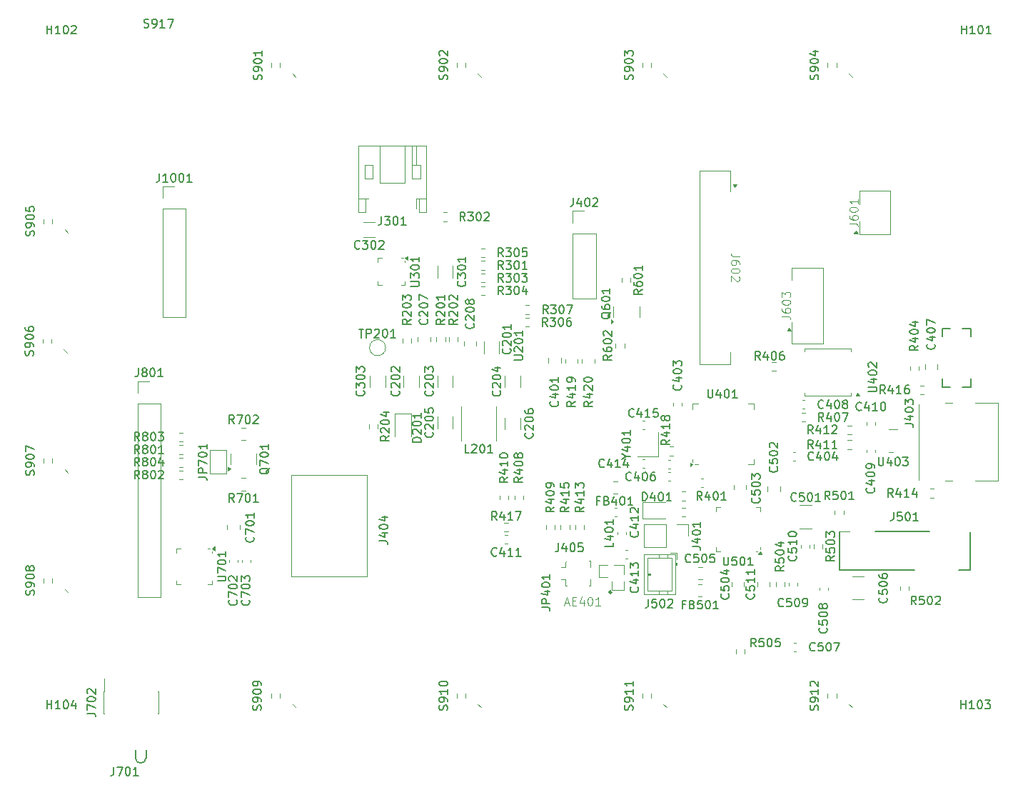
<source format=gbr>
%TF.GenerationSoftware,KiCad,Pcbnew,9.0.2-9.0.2-0~ubuntu24.04.1*%
%TF.CreationDate,2025-06-12T00:39:10-04:00*%
%TF.ProjectId,minstro_combined_board,6d696e73-7472-46f5-9f63-6f6d62696e65,rev?*%
%TF.SameCoordinates,Original*%
%TF.FileFunction,Legend,Top*%
%TF.FilePolarity,Positive*%
%FSLAX46Y46*%
G04 Gerber Fmt 4.6, Leading zero omitted, Abs format (unit mm)*
G04 Created by KiCad (PCBNEW 9.0.2-9.0.2-0~ubuntu24.04.1) date 2025-06-12 00:39:10*
%MOMM*%
%LPD*%
G01*
G04 APERTURE LIST*
%ADD10C,0.150000*%
%ADD11C,0.100000*%
%ADD12C,0.120000*%
%ADD13C,0.200000*%
%ADD14C,0.260000*%
G04 APERTURE END LIST*
D10*
X142214285Y-70764819D02*
X142214285Y-71479104D01*
X142214285Y-71479104D02*
X142166666Y-71621961D01*
X142166666Y-71621961D02*
X142071428Y-71717200D01*
X142071428Y-71717200D02*
X141928571Y-71764819D01*
X141928571Y-71764819D02*
X141833333Y-71764819D01*
X143119047Y-71098152D02*
X143119047Y-71764819D01*
X142880952Y-70717200D02*
X142642857Y-71431485D01*
X142642857Y-71431485D02*
X143261904Y-71431485D01*
X143833333Y-70764819D02*
X143928571Y-70764819D01*
X143928571Y-70764819D02*
X144023809Y-70812438D01*
X144023809Y-70812438D02*
X144071428Y-70860057D01*
X144071428Y-70860057D02*
X144119047Y-70955295D01*
X144119047Y-70955295D02*
X144166666Y-71145771D01*
X144166666Y-71145771D02*
X144166666Y-71383866D01*
X144166666Y-71383866D02*
X144119047Y-71574342D01*
X144119047Y-71574342D02*
X144071428Y-71669580D01*
X144071428Y-71669580D02*
X144023809Y-71717200D01*
X144023809Y-71717200D02*
X143928571Y-71764819D01*
X143928571Y-71764819D02*
X143833333Y-71764819D01*
X143833333Y-71764819D02*
X143738095Y-71717200D01*
X143738095Y-71717200D02*
X143690476Y-71669580D01*
X143690476Y-71669580D02*
X143642857Y-71574342D01*
X143642857Y-71574342D02*
X143595238Y-71383866D01*
X143595238Y-71383866D02*
X143595238Y-71145771D01*
X143595238Y-71145771D02*
X143642857Y-70955295D01*
X143642857Y-70955295D02*
X143690476Y-70860057D01*
X143690476Y-70860057D02*
X143738095Y-70812438D01*
X143738095Y-70812438D02*
X143833333Y-70764819D01*
X144547619Y-70860057D02*
X144595238Y-70812438D01*
X144595238Y-70812438D02*
X144690476Y-70764819D01*
X144690476Y-70764819D02*
X144928571Y-70764819D01*
X144928571Y-70764819D02*
X145023809Y-70812438D01*
X145023809Y-70812438D02*
X145071428Y-70860057D01*
X145071428Y-70860057D02*
X145119047Y-70955295D01*
X145119047Y-70955295D02*
X145119047Y-71050533D01*
X145119047Y-71050533D02*
X145071428Y-71193390D01*
X145071428Y-71193390D02*
X144500000Y-71764819D01*
X144500000Y-71764819D02*
X145119047Y-71764819D01*
X180214285Y-108004819D02*
X180214285Y-108719104D01*
X180214285Y-108719104D02*
X180166666Y-108861961D01*
X180166666Y-108861961D02*
X180071428Y-108957200D01*
X180071428Y-108957200D02*
X179928571Y-109004819D01*
X179928571Y-109004819D02*
X179833333Y-109004819D01*
X181166666Y-108004819D02*
X180690476Y-108004819D01*
X180690476Y-108004819D02*
X180642857Y-108481009D01*
X180642857Y-108481009D02*
X180690476Y-108433390D01*
X180690476Y-108433390D02*
X180785714Y-108385771D01*
X180785714Y-108385771D02*
X181023809Y-108385771D01*
X181023809Y-108385771D02*
X181119047Y-108433390D01*
X181119047Y-108433390D02*
X181166666Y-108481009D01*
X181166666Y-108481009D02*
X181214285Y-108576247D01*
X181214285Y-108576247D02*
X181214285Y-108814342D01*
X181214285Y-108814342D02*
X181166666Y-108909580D01*
X181166666Y-108909580D02*
X181119047Y-108957200D01*
X181119047Y-108957200D02*
X181023809Y-109004819D01*
X181023809Y-109004819D02*
X180785714Y-109004819D01*
X180785714Y-109004819D02*
X180690476Y-108957200D01*
X180690476Y-108957200D02*
X180642857Y-108909580D01*
X181833333Y-108004819D02*
X181928571Y-108004819D01*
X181928571Y-108004819D02*
X182023809Y-108052438D01*
X182023809Y-108052438D02*
X182071428Y-108100057D01*
X182071428Y-108100057D02*
X182119047Y-108195295D01*
X182119047Y-108195295D02*
X182166666Y-108385771D01*
X182166666Y-108385771D02*
X182166666Y-108623866D01*
X182166666Y-108623866D02*
X182119047Y-108814342D01*
X182119047Y-108814342D02*
X182071428Y-108909580D01*
X182071428Y-108909580D02*
X182023809Y-108957200D01*
X182023809Y-108957200D02*
X181928571Y-109004819D01*
X181928571Y-109004819D02*
X181833333Y-109004819D01*
X181833333Y-109004819D02*
X181738095Y-108957200D01*
X181738095Y-108957200D02*
X181690476Y-108909580D01*
X181690476Y-108909580D02*
X181642857Y-108814342D01*
X181642857Y-108814342D02*
X181595238Y-108623866D01*
X181595238Y-108623866D02*
X181595238Y-108385771D01*
X181595238Y-108385771D02*
X181642857Y-108195295D01*
X181642857Y-108195295D02*
X181690476Y-108100057D01*
X181690476Y-108100057D02*
X181738095Y-108052438D01*
X181738095Y-108052438D02*
X181833333Y-108004819D01*
X183119047Y-109004819D02*
X182547619Y-109004819D01*
X182833333Y-109004819D02*
X182833333Y-108004819D01*
X182833333Y-108004819D02*
X182738095Y-108147676D01*
X182738095Y-108147676D02*
X182642857Y-108242914D01*
X182642857Y-108242914D02*
X182547619Y-108290533D01*
X100004819Y-116164285D02*
X100814342Y-116164285D01*
X100814342Y-116164285D02*
X100909580Y-116116666D01*
X100909580Y-116116666D02*
X100957200Y-116069047D01*
X100957200Y-116069047D02*
X101004819Y-115973809D01*
X101004819Y-115973809D02*
X101004819Y-115783333D01*
X101004819Y-115783333D02*
X100957200Y-115688095D01*
X100957200Y-115688095D02*
X100909580Y-115640476D01*
X100909580Y-115640476D02*
X100814342Y-115592857D01*
X100814342Y-115592857D02*
X100004819Y-115592857D01*
X100004819Y-115211904D02*
X100004819Y-114545238D01*
X100004819Y-114545238D02*
X101004819Y-114973809D01*
X100004819Y-113973809D02*
X100004819Y-113878571D01*
X100004819Y-113878571D02*
X100052438Y-113783333D01*
X100052438Y-113783333D02*
X100100057Y-113735714D01*
X100100057Y-113735714D02*
X100195295Y-113688095D01*
X100195295Y-113688095D02*
X100385771Y-113640476D01*
X100385771Y-113640476D02*
X100623866Y-113640476D01*
X100623866Y-113640476D02*
X100814342Y-113688095D01*
X100814342Y-113688095D02*
X100909580Y-113735714D01*
X100909580Y-113735714D02*
X100957200Y-113783333D01*
X100957200Y-113783333D02*
X101004819Y-113878571D01*
X101004819Y-113878571D02*
X101004819Y-113973809D01*
X101004819Y-113973809D02*
X100957200Y-114069047D01*
X100957200Y-114069047D02*
X100909580Y-114116666D01*
X100909580Y-114116666D02*
X100814342Y-114164285D01*
X100814342Y-114164285D02*
X100623866Y-114211904D01*
X100623866Y-114211904D02*
X100385771Y-114211904D01*
X100385771Y-114211904D02*
X100195295Y-114164285D01*
X100195295Y-114164285D02*
X100100057Y-114116666D01*
X100100057Y-114116666D02*
X100052438Y-114069047D01*
X100052438Y-114069047D02*
X100004819Y-113973809D01*
X101004819Y-112688095D02*
X101004819Y-113259523D01*
X101004819Y-112973809D02*
X100004819Y-112973809D01*
X100004819Y-112973809D02*
X100147676Y-113069047D01*
X100147676Y-113069047D02*
X100242914Y-113164285D01*
X100242914Y-113164285D02*
X100290533Y-113259523D01*
X91285714Y-50507200D02*
X91428571Y-50554819D01*
X91428571Y-50554819D02*
X91666666Y-50554819D01*
X91666666Y-50554819D02*
X91761904Y-50507200D01*
X91761904Y-50507200D02*
X91809523Y-50459580D01*
X91809523Y-50459580D02*
X91857142Y-50364342D01*
X91857142Y-50364342D02*
X91857142Y-50269104D01*
X91857142Y-50269104D02*
X91809523Y-50173866D01*
X91809523Y-50173866D02*
X91761904Y-50126247D01*
X91761904Y-50126247D02*
X91666666Y-50078628D01*
X91666666Y-50078628D02*
X91476190Y-50031009D01*
X91476190Y-50031009D02*
X91380952Y-49983390D01*
X91380952Y-49983390D02*
X91333333Y-49935771D01*
X91333333Y-49935771D02*
X91285714Y-49840533D01*
X91285714Y-49840533D02*
X91285714Y-49745295D01*
X91285714Y-49745295D02*
X91333333Y-49650057D01*
X91333333Y-49650057D02*
X91380952Y-49602438D01*
X91380952Y-49602438D02*
X91476190Y-49554819D01*
X91476190Y-49554819D02*
X91714285Y-49554819D01*
X91714285Y-49554819D02*
X91857142Y-49602438D01*
X92333333Y-50554819D02*
X92523809Y-50554819D01*
X92523809Y-50554819D02*
X92619047Y-50507200D01*
X92619047Y-50507200D02*
X92666666Y-50459580D01*
X92666666Y-50459580D02*
X92761904Y-50316723D01*
X92761904Y-50316723D02*
X92809523Y-50126247D01*
X92809523Y-50126247D02*
X92809523Y-49745295D01*
X92809523Y-49745295D02*
X92761904Y-49650057D01*
X92761904Y-49650057D02*
X92714285Y-49602438D01*
X92714285Y-49602438D02*
X92619047Y-49554819D01*
X92619047Y-49554819D02*
X92428571Y-49554819D01*
X92428571Y-49554819D02*
X92333333Y-49602438D01*
X92333333Y-49602438D02*
X92285714Y-49650057D01*
X92285714Y-49650057D02*
X92238095Y-49745295D01*
X92238095Y-49745295D02*
X92238095Y-49983390D01*
X92238095Y-49983390D02*
X92285714Y-50078628D01*
X92285714Y-50078628D02*
X92333333Y-50126247D01*
X92333333Y-50126247D02*
X92428571Y-50173866D01*
X92428571Y-50173866D02*
X92619047Y-50173866D01*
X92619047Y-50173866D02*
X92714285Y-50126247D01*
X92714285Y-50126247D02*
X92761904Y-50078628D01*
X92761904Y-50078628D02*
X92809523Y-49983390D01*
X93761904Y-50554819D02*
X93190476Y-50554819D01*
X93476190Y-50554819D02*
X93476190Y-49554819D01*
X93476190Y-49554819D02*
X93380952Y-49697676D01*
X93380952Y-49697676D02*
X93285714Y-49792914D01*
X93285714Y-49792914D02*
X93190476Y-49840533D01*
X94095238Y-49554819D02*
X94761904Y-49554819D01*
X94761904Y-49554819D02*
X94333333Y-50554819D01*
X127240200Y-56714285D02*
X127287819Y-56571428D01*
X127287819Y-56571428D02*
X127287819Y-56333333D01*
X127287819Y-56333333D02*
X127240200Y-56238095D01*
X127240200Y-56238095D02*
X127192580Y-56190476D01*
X127192580Y-56190476D02*
X127097342Y-56142857D01*
X127097342Y-56142857D02*
X127002104Y-56142857D01*
X127002104Y-56142857D02*
X126906866Y-56190476D01*
X126906866Y-56190476D02*
X126859247Y-56238095D01*
X126859247Y-56238095D02*
X126811628Y-56333333D01*
X126811628Y-56333333D02*
X126764009Y-56523809D01*
X126764009Y-56523809D02*
X126716390Y-56619047D01*
X126716390Y-56619047D02*
X126668771Y-56666666D01*
X126668771Y-56666666D02*
X126573533Y-56714285D01*
X126573533Y-56714285D02*
X126478295Y-56714285D01*
X126478295Y-56714285D02*
X126383057Y-56666666D01*
X126383057Y-56666666D02*
X126335438Y-56619047D01*
X126335438Y-56619047D02*
X126287819Y-56523809D01*
X126287819Y-56523809D02*
X126287819Y-56285714D01*
X126287819Y-56285714D02*
X126335438Y-56142857D01*
X127287819Y-55666666D02*
X127287819Y-55476190D01*
X127287819Y-55476190D02*
X127240200Y-55380952D01*
X127240200Y-55380952D02*
X127192580Y-55333333D01*
X127192580Y-55333333D02*
X127049723Y-55238095D01*
X127049723Y-55238095D02*
X126859247Y-55190476D01*
X126859247Y-55190476D02*
X126478295Y-55190476D01*
X126478295Y-55190476D02*
X126383057Y-55238095D01*
X126383057Y-55238095D02*
X126335438Y-55285714D01*
X126335438Y-55285714D02*
X126287819Y-55380952D01*
X126287819Y-55380952D02*
X126287819Y-55571428D01*
X126287819Y-55571428D02*
X126335438Y-55666666D01*
X126335438Y-55666666D02*
X126383057Y-55714285D01*
X126383057Y-55714285D02*
X126478295Y-55761904D01*
X126478295Y-55761904D02*
X126716390Y-55761904D01*
X126716390Y-55761904D02*
X126811628Y-55714285D01*
X126811628Y-55714285D02*
X126859247Y-55666666D01*
X126859247Y-55666666D02*
X126906866Y-55571428D01*
X126906866Y-55571428D02*
X126906866Y-55380952D01*
X126906866Y-55380952D02*
X126859247Y-55285714D01*
X126859247Y-55285714D02*
X126811628Y-55238095D01*
X126811628Y-55238095D02*
X126716390Y-55190476D01*
X126287819Y-54571428D02*
X126287819Y-54476190D01*
X126287819Y-54476190D02*
X126335438Y-54380952D01*
X126335438Y-54380952D02*
X126383057Y-54333333D01*
X126383057Y-54333333D02*
X126478295Y-54285714D01*
X126478295Y-54285714D02*
X126668771Y-54238095D01*
X126668771Y-54238095D02*
X126906866Y-54238095D01*
X126906866Y-54238095D02*
X127097342Y-54285714D01*
X127097342Y-54285714D02*
X127192580Y-54333333D01*
X127192580Y-54333333D02*
X127240200Y-54380952D01*
X127240200Y-54380952D02*
X127287819Y-54476190D01*
X127287819Y-54476190D02*
X127287819Y-54571428D01*
X127287819Y-54571428D02*
X127240200Y-54666666D01*
X127240200Y-54666666D02*
X127192580Y-54714285D01*
X127192580Y-54714285D02*
X127097342Y-54761904D01*
X127097342Y-54761904D02*
X126906866Y-54809523D01*
X126906866Y-54809523D02*
X126668771Y-54809523D01*
X126668771Y-54809523D02*
X126478295Y-54761904D01*
X126478295Y-54761904D02*
X126383057Y-54714285D01*
X126383057Y-54714285D02*
X126335438Y-54666666D01*
X126335438Y-54666666D02*
X126287819Y-54571428D01*
X126383057Y-53857142D02*
X126335438Y-53809523D01*
X126335438Y-53809523D02*
X126287819Y-53714285D01*
X126287819Y-53714285D02*
X126287819Y-53476190D01*
X126287819Y-53476190D02*
X126335438Y-53380952D01*
X126335438Y-53380952D02*
X126383057Y-53333333D01*
X126383057Y-53333333D02*
X126478295Y-53285714D01*
X126478295Y-53285714D02*
X126573533Y-53285714D01*
X126573533Y-53285714D02*
X126716390Y-53333333D01*
X126716390Y-53333333D02*
X127287819Y-53904761D01*
X127287819Y-53904761D02*
X127287819Y-53285714D01*
X149240200Y-56714285D02*
X149287819Y-56571428D01*
X149287819Y-56571428D02*
X149287819Y-56333333D01*
X149287819Y-56333333D02*
X149240200Y-56238095D01*
X149240200Y-56238095D02*
X149192580Y-56190476D01*
X149192580Y-56190476D02*
X149097342Y-56142857D01*
X149097342Y-56142857D02*
X149002104Y-56142857D01*
X149002104Y-56142857D02*
X148906866Y-56190476D01*
X148906866Y-56190476D02*
X148859247Y-56238095D01*
X148859247Y-56238095D02*
X148811628Y-56333333D01*
X148811628Y-56333333D02*
X148764009Y-56523809D01*
X148764009Y-56523809D02*
X148716390Y-56619047D01*
X148716390Y-56619047D02*
X148668771Y-56666666D01*
X148668771Y-56666666D02*
X148573533Y-56714285D01*
X148573533Y-56714285D02*
X148478295Y-56714285D01*
X148478295Y-56714285D02*
X148383057Y-56666666D01*
X148383057Y-56666666D02*
X148335438Y-56619047D01*
X148335438Y-56619047D02*
X148287819Y-56523809D01*
X148287819Y-56523809D02*
X148287819Y-56285714D01*
X148287819Y-56285714D02*
X148335438Y-56142857D01*
X149287819Y-55666666D02*
X149287819Y-55476190D01*
X149287819Y-55476190D02*
X149240200Y-55380952D01*
X149240200Y-55380952D02*
X149192580Y-55333333D01*
X149192580Y-55333333D02*
X149049723Y-55238095D01*
X149049723Y-55238095D02*
X148859247Y-55190476D01*
X148859247Y-55190476D02*
X148478295Y-55190476D01*
X148478295Y-55190476D02*
X148383057Y-55238095D01*
X148383057Y-55238095D02*
X148335438Y-55285714D01*
X148335438Y-55285714D02*
X148287819Y-55380952D01*
X148287819Y-55380952D02*
X148287819Y-55571428D01*
X148287819Y-55571428D02*
X148335438Y-55666666D01*
X148335438Y-55666666D02*
X148383057Y-55714285D01*
X148383057Y-55714285D02*
X148478295Y-55761904D01*
X148478295Y-55761904D02*
X148716390Y-55761904D01*
X148716390Y-55761904D02*
X148811628Y-55714285D01*
X148811628Y-55714285D02*
X148859247Y-55666666D01*
X148859247Y-55666666D02*
X148906866Y-55571428D01*
X148906866Y-55571428D02*
X148906866Y-55380952D01*
X148906866Y-55380952D02*
X148859247Y-55285714D01*
X148859247Y-55285714D02*
X148811628Y-55238095D01*
X148811628Y-55238095D02*
X148716390Y-55190476D01*
X148287819Y-54571428D02*
X148287819Y-54476190D01*
X148287819Y-54476190D02*
X148335438Y-54380952D01*
X148335438Y-54380952D02*
X148383057Y-54333333D01*
X148383057Y-54333333D02*
X148478295Y-54285714D01*
X148478295Y-54285714D02*
X148668771Y-54238095D01*
X148668771Y-54238095D02*
X148906866Y-54238095D01*
X148906866Y-54238095D02*
X149097342Y-54285714D01*
X149097342Y-54285714D02*
X149192580Y-54333333D01*
X149192580Y-54333333D02*
X149240200Y-54380952D01*
X149240200Y-54380952D02*
X149287819Y-54476190D01*
X149287819Y-54476190D02*
X149287819Y-54571428D01*
X149287819Y-54571428D02*
X149240200Y-54666666D01*
X149240200Y-54666666D02*
X149192580Y-54714285D01*
X149192580Y-54714285D02*
X149097342Y-54761904D01*
X149097342Y-54761904D02*
X148906866Y-54809523D01*
X148906866Y-54809523D02*
X148668771Y-54809523D01*
X148668771Y-54809523D02*
X148478295Y-54761904D01*
X148478295Y-54761904D02*
X148383057Y-54714285D01*
X148383057Y-54714285D02*
X148335438Y-54666666D01*
X148335438Y-54666666D02*
X148287819Y-54571428D01*
X148287819Y-53904761D02*
X148287819Y-53285714D01*
X148287819Y-53285714D02*
X148668771Y-53619047D01*
X148668771Y-53619047D02*
X148668771Y-53476190D01*
X148668771Y-53476190D02*
X148716390Y-53380952D01*
X148716390Y-53380952D02*
X148764009Y-53333333D01*
X148764009Y-53333333D02*
X148859247Y-53285714D01*
X148859247Y-53285714D02*
X149097342Y-53285714D01*
X149097342Y-53285714D02*
X149192580Y-53333333D01*
X149192580Y-53333333D02*
X149240200Y-53380952D01*
X149240200Y-53380952D02*
X149287819Y-53476190D01*
X149287819Y-53476190D02*
X149287819Y-53761904D01*
X149287819Y-53761904D02*
X149240200Y-53857142D01*
X149240200Y-53857142D02*
X149192580Y-53904761D01*
X127240200Y-131464285D02*
X127287819Y-131321428D01*
X127287819Y-131321428D02*
X127287819Y-131083333D01*
X127287819Y-131083333D02*
X127240200Y-130988095D01*
X127240200Y-130988095D02*
X127192580Y-130940476D01*
X127192580Y-130940476D02*
X127097342Y-130892857D01*
X127097342Y-130892857D02*
X127002104Y-130892857D01*
X127002104Y-130892857D02*
X126906866Y-130940476D01*
X126906866Y-130940476D02*
X126859247Y-130988095D01*
X126859247Y-130988095D02*
X126811628Y-131083333D01*
X126811628Y-131083333D02*
X126764009Y-131273809D01*
X126764009Y-131273809D02*
X126716390Y-131369047D01*
X126716390Y-131369047D02*
X126668771Y-131416666D01*
X126668771Y-131416666D02*
X126573533Y-131464285D01*
X126573533Y-131464285D02*
X126478295Y-131464285D01*
X126478295Y-131464285D02*
X126383057Y-131416666D01*
X126383057Y-131416666D02*
X126335438Y-131369047D01*
X126335438Y-131369047D02*
X126287819Y-131273809D01*
X126287819Y-131273809D02*
X126287819Y-131035714D01*
X126287819Y-131035714D02*
X126335438Y-130892857D01*
X127287819Y-130416666D02*
X127287819Y-130226190D01*
X127287819Y-130226190D02*
X127240200Y-130130952D01*
X127240200Y-130130952D02*
X127192580Y-130083333D01*
X127192580Y-130083333D02*
X127049723Y-129988095D01*
X127049723Y-129988095D02*
X126859247Y-129940476D01*
X126859247Y-129940476D02*
X126478295Y-129940476D01*
X126478295Y-129940476D02*
X126383057Y-129988095D01*
X126383057Y-129988095D02*
X126335438Y-130035714D01*
X126335438Y-130035714D02*
X126287819Y-130130952D01*
X126287819Y-130130952D02*
X126287819Y-130321428D01*
X126287819Y-130321428D02*
X126335438Y-130416666D01*
X126335438Y-130416666D02*
X126383057Y-130464285D01*
X126383057Y-130464285D02*
X126478295Y-130511904D01*
X126478295Y-130511904D02*
X126716390Y-130511904D01*
X126716390Y-130511904D02*
X126811628Y-130464285D01*
X126811628Y-130464285D02*
X126859247Y-130416666D01*
X126859247Y-130416666D02*
X126906866Y-130321428D01*
X126906866Y-130321428D02*
X126906866Y-130130952D01*
X126906866Y-130130952D02*
X126859247Y-130035714D01*
X126859247Y-130035714D02*
X126811628Y-129988095D01*
X126811628Y-129988095D02*
X126716390Y-129940476D01*
X127287819Y-128988095D02*
X127287819Y-129559523D01*
X127287819Y-129273809D02*
X126287819Y-129273809D01*
X126287819Y-129273809D02*
X126430676Y-129369047D01*
X126430676Y-129369047D02*
X126525914Y-129464285D01*
X126525914Y-129464285D02*
X126573533Y-129559523D01*
X126287819Y-128369047D02*
X126287819Y-128273809D01*
X126287819Y-128273809D02*
X126335438Y-128178571D01*
X126335438Y-128178571D02*
X126383057Y-128130952D01*
X126383057Y-128130952D02*
X126478295Y-128083333D01*
X126478295Y-128083333D02*
X126668771Y-128035714D01*
X126668771Y-128035714D02*
X126906866Y-128035714D01*
X126906866Y-128035714D02*
X127097342Y-128083333D01*
X127097342Y-128083333D02*
X127192580Y-128130952D01*
X127192580Y-128130952D02*
X127240200Y-128178571D01*
X127240200Y-128178571D02*
X127287819Y-128273809D01*
X127287819Y-128273809D02*
X127287819Y-128369047D01*
X127287819Y-128369047D02*
X127240200Y-128464285D01*
X127240200Y-128464285D02*
X127192580Y-128511904D01*
X127192580Y-128511904D02*
X127097342Y-128559523D01*
X127097342Y-128559523D02*
X126906866Y-128607142D01*
X126906866Y-128607142D02*
X126668771Y-128607142D01*
X126668771Y-128607142D02*
X126478295Y-128559523D01*
X126478295Y-128559523D02*
X126383057Y-128511904D01*
X126383057Y-128511904D02*
X126335438Y-128464285D01*
X126335438Y-128464285D02*
X126287819Y-128369047D01*
X78240200Y-103614285D02*
X78287819Y-103471428D01*
X78287819Y-103471428D02*
X78287819Y-103233333D01*
X78287819Y-103233333D02*
X78240200Y-103138095D01*
X78240200Y-103138095D02*
X78192580Y-103090476D01*
X78192580Y-103090476D02*
X78097342Y-103042857D01*
X78097342Y-103042857D02*
X78002104Y-103042857D01*
X78002104Y-103042857D02*
X77906866Y-103090476D01*
X77906866Y-103090476D02*
X77859247Y-103138095D01*
X77859247Y-103138095D02*
X77811628Y-103233333D01*
X77811628Y-103233333D02*
X77764009Y-103423809D01*
X77764009Y-103423809D02*
X77716390Y-103519047D01*
X77716390Y-103519047D02*
X77668771Y-103566666D01*
X77668771Y-103566666D02*
X77573533Y-103614285D01*
X77573533Y-103614285D02*
X77478295Y-103614285D01*
X77478295Y-103614285D02*
X77383057Y-103566666D01*
X77383057Y-103566666D02*
X77335438Y-103519047D01*
X77335438Y-103519047D02*
X77287819Y-103423809D01*
X77287819Y-103423809D02*
X77287819Y-103185714D01*
X77287819Y-103185714D02*
X77335438Y-103042857D01*
X78287819Y-102566666D02*
X78287819Y-102376190D01*
X78287819Y-102376190D02*
X78240200Y-102280952D01*
X78240200Y-102280952D02*
X78192580Y-102233333D01*
X78192580Y-102233333D02*
X78049723Y-102138095D01*
X78049723Y-102138095D02*
X77859247Y-102090476D01*
X77859247Y-102090476D02*
X77478295Y-102090476D01*
X77478295Y-102090476D02*
X77383057Y-102138095D01*
X77383057Y-102138095D02*
X77335438Y-102185714D01*
X77335438Y-102185714D02*
X77287819Y-102280952D01*
X77287819Y-102280952D02*
X77287819Y-102471428D01*
X77287819Y-102471428D02*
X77335438Y-102566666D01*
X77335438Y-102566666D02*
X77383057Y-102614285D01*
X77383057Y-102614285D02*
X77478295Y-102661904D01*
X77478295Y-102661904D02*
X77716390Y-102661904D01*
X77716390Y-102661904D02*
X77811628Y-102614285D01*
X77811628Y-102614285D02*
X77859247Y-102566666D01*
X77859247Y-102566666D02*
X77906866Y-102471428D01*
X77906866Y-102471428D02*
X77906866Y-102280952D01*
X77906866Y-102280952D02*
X77859247Y-102185714D01*
X77859247Y-102185714D02*
X77811628Y-102138095D01*
X77811628Y-102138095D02*
X77716390Y-102090476D01*
X77287819Y-101471428D02*
X77287819Y-101376190D01*
X77287819Y-101376190D02*
X77335438Y-101280952D01*
X77335438Y-101280952D02*
X77383057Y-101233333D01*
X77383057Y-101233333D02*
X77478295Y-101185714D01*
X77478295Y-101185714D02*
X77668771Y-101138095D01*
X77668771Y-101138095D02*
X77906866Y-101138095D01*
X77906866Y-101138095D02*
X78097342Y-101185714D01*
X78097342Y-101185714D02*
X78192580Y-101233333D01*
X78192580Y-101233333D02*
X78240200Y-101280952D01*
X78240200Y-101280952D02*
X78287819Y-101376190D01*
X78287819Y-101376190D02*
X78287819Y-101471428D01*
X78287819Y-101471428D02*
X78240200Y-101566666D01*
X78240200Y-101566666D02*
X78192580Y-101614285D01*
X78192580Y-101614285D02*
X78097342Y-101661904D01*
X78097342Y-101661904D02*
X77906866Y-101709523D01*
X77906866Y-101709523D02*
X77668771Y-101709523D01*
X77668771Y-101709523D02*
X77478295Y-101661904D01*
X77478295Y-101661904D02*
X77383057Y-101614285D01*
X77383057Y-101614285D02*
X77335438Y-101566666D01*
X77335438Y-101566666D02*
X77287819Y-101471428D01*
X77287819Y-100804761D02*
X77287819Y-100138095D01*
X77287819Y-100138095D02*
X78287819Y-100566666D01*
X149240200Y-131464285D02*
X149287819Y-131321428D01*
X149287819Y-131321428D02*
X149287819Y-131083333D01*
X149287819Y-131083333D02*
X149240200Y-130988095D01*
X149240200Y-130988095D02*
X149192580Y-130940476D01*
X149192580Y-130940476D02*
X149097342Y-130892857D01*
X149097342Y-130892857D02*
X149002104Y-130892857D01*
X149002104Y-130892857D02*
X148906866Y-130940476D01*
X148906866Y-130940476D02*
X148859247Y-130988095D01*
X148859247Y-130988095D02*
X148811628Y-131083333D01*
X148811628Y-131083333D02*
X148764009Y-131273809D01*
X148764009Y-131273809D02*
X148716390Y-131369047D01*
X148716390Y-131369047D02*
X148668771Y-131416666D01*
X148668771Y-131416666D02*
X148573533Y-131464285D01*
X148573533Y-131464285D02*
X148478295Y-131464285D01*
X148478295Y-131464285D02*
X148383057Y-131416666D01*
X148383057Y-131416666D02*
X148335438Y-131369047D01*
X148335438Y-131369047D02*
X148287819Y-131273809D01*
X148287819Y-131273809D02*
X148287819Y-131035714D01*
X148287819Y-131035714D02*
X148335438Y-130892857D01*
X149287819Y-130416666D02*
X149287819Y-130226190D01*
X149287819Y-130226190D02*
X149240200Y-130130952D01*
X149240200Y-130130952D02*
X149192580Y-130083333D01*
X149192580Y-130083333D02*
X149049723Y-129988095D01*
X149049723Y-129988095D02*
X148859247Y-129940476D01*
X148859247Y-129940476D02*
X148478295Y-129940476D01*
X148478295Y-129940476D02*
X148383057Y-129988095D01*
X148383057Y-129988095D02*
X148335438Y-130035714D01*
X148335438Y-130035714D02*
X148287819Y-130130952D01*
X148287819Y-130130952D02*
X148287819Y-130321428D01*
X148287819Y-130321428D02*
X148335438Y-130416666D01*
X148335438Y-130416666D02*
X148383057Y-130464285D01*
X148383057Y-130464285D02*
X148478295Y-130511904D01*
X148478295Y-130511904D02*
X148716390Y-130511904D01*
X148716390Y-130511904D02*
X148811628Y-130464285D01*
X148811628Y-130464285D02*
X148859247Y-130416666D01*
X148859247Y-130416666D02*
X148906866Y-130321428D01*
X148906866Y-130321428D02*
X148906866Y-130130952D01*
X148906866Y-130130952D02*
X148859247Y-130035714D01*
X148859247Y-130035714D02*
X148811628Y-129988095D01*
X148811628Y-129988095D02*
X148716390Y-129940476D01*
X149287819Y-128988095D02*
X149287819Y-129559523D01*
X149287819Y-129273809D02*
X148287819Y-129273809D01*
X148287819Y-129273809D02*
X148430676Y-129369047D01*
X148430676Y-129369047D02*
X148525914Y-129464285D01*
X148525914Y-129464285D02*
X148573533Y-129559523D01*
X149287819Y-128035714D02*
X149287819Y-128607142D01*
X149287819Y-128321428D02*
X148287819Y-128321428D01*
X148287819Y-128321428D02*
X148430676Y-128416666D01*
X148430676Y-128416666D02*
X148525914Y-128511904D01*
X148525914Y-128511904D02*
X148573533Y-128607142D01*
X105157200Y-131464285D02*
X105204819Y-131321428D01*
X105204819Y-131321428D02*
X105204819Y-131083333D01*
X105204819Y-131083333D02*
X105157200Y-130988095D01*
X105157200Y-130988095D02*
X105109580Y-130940476D01*
X105109580Y-130940476D02*
X105014342Y-130892857D01*
X105014342Y-130892857D02*
X104919104Y-130892857D01*
X104919104Y-130892857D02*
X104823866Y-130940476D01*
X104823866Y-130940476D02*
X104776247Y-130988095D01*
X104776247Y-130988095D02*
X104728628Y-131083333D01*
X104728628Y-131083333D02*
X104681009Y-131273809D01*
X104681009Y-131273809D02*
X104633390Y-131369047D01*
X104633390Y-131369047D02*
X104585771Y-131416666D01*
X104585771Y-131416666D02*
X104490533Y-131464285D01*
X104490533Y-131464285D02*
X104395295Y-131464285D01*
X104395295Y-131464285D02*
X104300057Y-131416666D01*
X104300057Y-131416666D02*
X104252438Y-131369047D01*
X104252438Y-131369047D02*
X104204819Y-131273809D01*
X104204819Y-131273809D02*
X104204819Y-131035714D01*
X104204819Y-131035714D02*
X104252438Y-130892857D01*
X105204819Y-130416666D02*
X105204819Y-130226190D01*
X105204819Y-130226190D02*
X105157200Y-130130952D01*
X105157200Y-130130952D02*
X105109580Y-130083333D01*
X105109580Y-130083333D02*
X104966723Y-129988095D01*
X104966723Y-129988095D02*
X104776247Y-129940476D01*
X104776247Y-129940476D02*
X104395295Y-129940476D01*
X104395295Y-129940476D02*
X104300057Y-129988095D01*
X104300057Y-129988095D02*
X104252438Y-130035714D01*
X104252438Y-130035714D02*
X104204819Y-130130952D01*
X104204819Y-130130952D02*
X104204819Y-130321428D01*
X104204819Y-130321428D02*
X104252438Y-130416666D01*
X104252438Y-130416666D02*
X104300057Y-130464285D01*
X104300057Y-130464285D02*
X104395295Y-130511904D01*
X104395295Y-130511904D02*
X104633390Y-130511904D01*
X104633390Y-130511904D02*
X104728628Y-130464285D01*
X104728628Y-130464285D02*
X104776247Y-130416666D01*
X104776247Y-130416666D02*
X104823866Y-130321428D01*
X104823866Y-130321428D02*
X104823866Y-130130952D01*
X104823866Y-130130952D02*
X104776247Y-130035714D01*
X104776247Y-130035714D02*
X104728628Y-129988095D01*
X104728628Y-129988095D02*
X104633390Y-129940476D01*
X104204819Y-129321428D02*
X104204819Y-129226190D01*
X104204819Y-129226190D02*
X104252438Y-129130952D01*
X104252438Y-129130952D02*
X104300057Y-129083333D01*
X104300057Y-129083333D02*
X104395295Y-129035714D01*
X104395295Y-129035714D02*
X104585771Y-128988095D01*
X104585771Y-128988095D02*
X104823866Y-128988095D01*
X104823866Y-128988095D02*
X105014342Y-129035714D01*
X105014342Y-129035714D02*
X105109580Y-129083333D01*
X105109580Y-129083333D02*
X105157200Y-129130952D01*
X105157200Y-129130952D02*
X105204819Y-129226190D01*
X105204819Y-129226190D02*
X105204819Y-129321428D01*
X105204819Y-129321428D02*
X105157200Y-129416666D01*
X105157200Y-129416666D02*
X105109580Y-129464285D01*
X105109580Y-129464285D02*
X105014342Y-129511904D01*
X105014342Y-129511904D02*
X104823866Y-129559523D01*
X104823866Y-129559523D02*
X104585771Y-129559523D01*
X104585771Y-129559523D02*
X104395295Y-129511904D01*
X104395295Y-129511904D02*
X104300057Y-129464285D01*
X104300057Y-129464285D02*
X104252438Y-129416666D01*
X104252438Y-129416666D02*
X104204819Y-129321428D01*
X105204819Y-128511904D02*
X105204819Y-128321428D01*
X105204819Y-128321428D02*
X105157200Y-128226190D01*
X105157200Y-128226190D02*
X105109580Y-128178571D01*
X105109580Y-128178571D02*
X104966723Y-128083333D01*
X104966723Y-128083333D02*
X104776247Y-128035714D01*
X104776247Y-128035714D02*
X104395295Y-128035714D01*
X104395295Y-128035714D02*
X104300057Y-128083333D01*
X104300057Y-128083333D02*
X104252438Y-128130952D01*
X104252438Y-128130952D02*
X104204819Y-128226190D01*
X104204819Y-128226190D02*
X104204819Y-128416666D01*
X104204819Y-128416666D02*
X104252438Y-128511904D01*
X104252438Y-128511904D02*
X104300057Y-128559523D01*
X104300057Y-128559523D02*
X104395295Y-128607142D01*
X104395295Y-128607142D02*
X104633390Y-128607142D01*
X104633390Y-128607142D02*
X104728628Y-128559523D01*
X104728628Y-128559523D02*
X104776247Y-128511904D01*
X104776247Y-128511904D02*
X104823866Y-128416666D01*
X104823866Y-128416666D02*
X104823866Y-128226190D01*
X104823866Y-128226190D02*
X104776247Y-128130952D01*
X104776247Y-128130952D02*
X104728628Y-128083333D01*
X104728628Y-128083333D02*
X104633390Y-128035714D01*
X105240200Y-56714285D02*
X105287819Y-56571428D01*
X105287819Y-56571428D02*
X105287819Y-56333333D01*
X105287819Y-56333333D02*
X105240200Y-56238095D01*
X105240200Y-56238095D02*
X105192580Y-56190476D01*
X105192580Y-56190476D02*
X105097342Y-56142857D01*
X105097342Y-56142857D02*
X105002104Y-56142857D01*
X105002104Y-56142857D02*
X104906866Y-56190476D01*
X104906866Y-56190476D02*
X104859247Y-56238095D01*
X104859247Y-56238095D02*
X104811628Y-56333333D01*
X104811628Y-56333333D02*
X104764009Y-56523809D01*
X104764009Y-56523809D02*
X104716390Y-56619047D01*
X104716390Y-56619047D02*
X104668771Y-56666666D01*
X104668771Y-56666666D02*
X104573533Y-56714285D01*
X104573533Y-56714285D02*
X104478295Y-56714285D01*
X104478295Y-56714285D02*
X104383057Y-56666666D01*
X104383057Y-56666666D02*
X104335438Y-56619047D01*
X104335438Y-56619047D02*
X104287819Y-56523809D01*
X104287819Y-56523809D02*
X104287819Y-56285714D01*
X104287819Y-56285714D02*
X104335438Y-56142857D01*
X105287819Y-55666666D02*
X105287819Y-55476190D01*
X105287819Y-55476190D02*
X105240200Y-55380952D01*
X105240200Y-55380952D02*
X105192580Y-55333333D01*
X105192580Y-55333333D02*
X105049723Y-55238095D01*
X105049723Y-55238095D02*
X104859247Y-55190476D01*
X104859247Y-55190476D02*
X104478295Y-55190476D01*
X104478295Y-55190476D02*
X104383057Y-55238095D01*
X104383057Y-55238095D02*
X104335438Y-55285714D01*
X104335438Y-55285714D02*
X104287819Y-55380952D01*
X104287819Y-55380952D02*
X104287819Y-55571428D01*
X104287819Y-55571428D02*
X104335438Y-55666666D01*
X104335438Y-55666666D02*
X104383057Y-55714285D01*
X104383057Y-55714285D02*
X104478295Y-55761904D01*
X104478295Y-55761904D02*
X104716390Y-55761904D01*
X104716390Y-55761904D02*
X104811628Y-55714285D01*
X104811628Y-55714285D02*
X104859247Y-55666666D01*
X104859247Y-55666666D02*
X104906866Y-55571428D01*
X104906866Y-55571428D02*
X104906866Y-55380952D01*
X104906866Y-55380952D02*
X104859247Y-55285714D01*
X104859247Y-55285714D02*
X104811628Y-55238095D01*
X104811628Y-55238095D02*
X104716390Y-55190476D01*
X104287819Y-54571428D02*
X104287819Y-54476190D01*
X104287819Y-54476190D02*
X104335438Y-54380952D01*
X104335438Y-54380952D02*
X104383057Y-54333333D01*
X104383057Y-54333333D02*
X104478295Y-54285714D01*
X104478295Y-54285714D02*
X104668771Y-54238095D01*
X104668771Y-54238095D02*
X104906866Y-54238095D01*
X104906866Y-54238095D02*
X105097342Y-54285714D01*
X105097342Y-54285714D02*
X105192580Y-54333333D01*
X105192580Y-54333333D02*
X105240200Y-54380952D01*
X105240200Y-54380952D02*
X105287819Y-54476190D01*
X105287819Y-54476190D02*
X105287819Y-54571428D01*
X105287819Y-54571428D02*
X105240200Y-54666666D01*
X105240200Y-54666666D02*
X105192580Y-54714285D01*
X105192580Y-54714285D02*
X105097342Y-54761904D01*
X105097342Y-54761904D02*
X104906866Y-54809523D01*
X104906866Y-54809523D02*
X104668771Y-54809523D01*
X104668771Y-54809523D02*
X104478295Y-54761904D01*
X104478295Y-54761904D02*
X104383057Y-54714285D01*
X104383057Y-54714285D02*
X104335438Y-54666666D01*
X104335438Y-54666666D02*
X104287819Y-54571428D01*
X105287819Y-53285714D02*
X105287819Y-53857142D01*
X105287819Y-53571428D02*
X104287819Y-53571428D01*
X104287819Y-53571428D02*
X104430676Y-53666666D01*
X104430676Y-53666666D02*
X104525914Y-53761904D01*
X104525914Y-53761904D02*
X104573533Y-53857142D01*
X171240200Y-131464285D02*
X171287819Y-131321428D01*
X171287819Y-131321428D02*
X171287819Y-131083333D01*
X171287819Y-131083333D02*
X171240200Y-130988095D01*
X171240200Y-130988095D02*
X171192580Y-130940476D01*
X171192580Y-130940476D02*
X171097342Y-130892857D01*
X171097342Y-130892857D02*
X171002104Y-130892857D01*
X171002104Y-130892857D02*
X170906866Y-130940476D01*
X170906866Y-130940476D02*
X170859247Y-130988095D01*
X170859247Y-130988095D02*
X170811628Y-131083333D01*
X170811628Y-131083333D02*
X170764009Y-131273809D01*
X170764009Y-131273809D02*
X170716390Y-131369047D01*
X170716390Y-131369047D02*
X170668771Y-131416666D01*
X170668771Y-131416666D02*
X170573533Y-131464285D01*
X170573533Y-131464285D02*
X170478295Y-131464285D01*
X170478295Y-131464285D02*
X170383057Y-131416666D01*
X170383057Y-131416666D02*
X170335438Y-131369047D01*
X170335438Y-131369047D02*
X170287819Y-131273809D01*
X170287819Y-131273809D02*
X170287819Y-131035714D01*
X170287819Y-131035714D02*
X170335438Y-130892857D01*
X171287819Y-130416666D02*
X171287819Y-130226190D01*
X171287819Y-130226190D02*
X171240200Y-130130952D01*
X171240200Y-130130952D02*
X171192580Y-130083333D01*
X171192580Y-130083333D02*
X171049723Y-129988095D01*
X171049723Y-129988095D02*
X170859247Y-129940476D01*
X170859247Y-129940476D02*
X170478295Y-129940476D01*
X170478295Y-129940476D02*
X170383057Y-129988095D01*
X170383057Y-129988095D02*
X170335438Y-130035714D01*
X170335438Y-130035714D02*
X170287819Y-130130952D01*
X170287819Y-130130952D02*
X170287819Y-130321428D01*
X170287819Y-130321428D02*
X170335438Y-130416666D01*
X170335438Y-130416666D02*
X170383057Y-130464285D01*
X170383057Y-130464285D02*
X170478295Y-130511904D01*
X170478295Y-130511904D02*
X170716390Y-130511904D01*
X170716390Y-130511904D02*
X170811628Y-130464285D01*
X170811628Y-130464285D02*
X170859247Y-130416666D01*
X170859247Y-130416666D02*
X170906866Y-130321428D01*
X170906866Y-130321428D02*
X170906866Y-130130952D01*
X170906866Y-130130952D02*
X170859247Y-130035714D01*
X170859247Y-130035714D02*
X170811628Y-129988095D01*
X170811628Y-129988095D02*
X170716390Y-129940476D01*
X171287819Y-128988095D02*
X171287819Y-129559523D01*
X171287819Y-129273809D02*
X170287819Y-129273809D01*
X170287819Y-129273809D02*
X170430676Y-129369047D01*
X170430676Y-129369047D02*
X170525914Y-129464285D01*
X170525914Y-129464285D02*
X170573533Y-129559523D01*
X170383057Y-128607142D02*
X170335438Y-128559523D01*
X170335438Y-128559523D02*
X170287819Y-128464285D01*
X170287819Y-128464285D02*
X170287819Y-128226190D01*
X170287819Y-128226190D02*
X170335438Y-128130952D01*
X170335438Y-128130952D02*
X170383057Y-128083333D01*
X170383057Y-128083333D02*
X170478295Y-128035714D01*
X170478295Y-128035714D02*
X170573533Y-128035714D01*
X170573533Y-128035714D02*
X170716390Y-128083333D01*
X170716390Y-128083333D02*
X171287819Y-128654761D01*
X171287819Y-128654761D02*
X171287819Y-128035714D01*
X78240200Y-117814285D02*
X78287819Y-117671428D01*
X78287819Y-117671428D02*
X78287819Y-117433333D01*
X78287819Y-117433333D02*
X78240200Y-117338095D01*
X78240200Y-117338095D02*
X78192580Y-117290476D01*
X78192580Y-117290476D02*
X78097342Y-117242857D01*
X78097342Y-117242857D02*
X78002104Y-117242857D01*
X78002104Y-117242857D02*
X77906866Y-117290476D01*
X77906866Y-117290476D02*
X77859247Y-117338095D01*
X77859247Y-117338095D02*
X77811628Y-117433333D01*
X77811628Y-117433333D02*
X77764009Y-117623809D01*
X77764009Y-117623809D02*
X77716390Y-117719047D01*
X77716390Y-117719047D02*
X77668771Y-117766666D01*
X77668771Y-117766666D02*
X77573533Y-117814285D01*
X77573533Y-117814285D02*
X77478295Y-117814285D01*
X77478295Y-117814285D02*
X77383057Y-117766666D01*
X77383057Y-117766666D02*
X77335438Y-117719047D01*
X77335438Y-117719047D02*
X77287819Y-117623809D01*
X77287819Y-117623809D02*
X77287819Y-117385714D01*
X77287819Y-117385714D02*
X77335438Y-117242857D01*
X78287819Y-116766666D02*
X78287819Y-116576190D01*
X78287819Y-116576190D02*
X78240200Y-116480952D01*
X78240200Y-116480952D02*
X78192580Y-116433333D01*
X78192580Y-116433333D02*
X78049723Y-116338095D01*
X78049723Y-116338095D02*
X77859247Y-116290476D01*
X77859247Y-116290476D02*
X77478295Y-116290476D01*
X77478295Y-116290476D02*
X77383057Y-116338095D01*
X77383057Y-116338095D02*
X77335438Y-116385714D01*
X77335438Y-116385714D02*
X77287819Y-116480952D01*
X77287819Y-116480952D02*
X77287819Y-116671428D01*
X77287819Y-116671428D02*
X77335438Y-116766666D01*
X77335438Y-116766666D02*
X77383057Y-116814285D01*
X77383057Y-116814285D02*
X77478295Y-116861904D01*
X77478295Y-116861904D02*
X77716390Y-116861904D01*
X77716390Y-116861904D02*
X77811628Y-116814285D01*
X77811628Y-116814285D02*
X77859247Y-116766666D01*
X77859247Y-116766666D02*
X77906866Y-116671428D01*
X77906866Y-116671428D02*
X77906866Y-116480952D01*
X77906866Y-116480952D02*
X77859247Y-116385714D01*
X77859247Y-116385714D02*
X77811628Y-116338095D01*
X77811628Y-116338095D02*
X77716390Y-116290476D01*
X77287819Y-115671428D02*
X77287819Y-115576190D01*
X77287819Y-115576190D02*
X77335438Y-115480952D01*
X77335438Y-115480952D02*
X77383057Y-115433333D01*
X77383057Y-115433333D02*
X77478295Y-115385714D01*
X77478295Y-115385714D02*
X77668771Y-115338095D01*
X77668771Y-115338095D02*
X77906866Y-115338095D01*
X77906866Y-115338095D02*
X78097342Y-115385714D01*
X78097342Y-115385714D02*
X78192580Y-115433333D01*
X78192580Y-115433333D02*
X78240200Y-115480952D01*
X78240200Y-115480952D02*
X78287819Y-115576190D01*
X78287819Y-115576190D02*
X78287819Y-115671428D01*
X78287819Y-115671428D02*
X78240200Y-115766666D01*
X78240200Y-115766666D02*
X78192580Y-115814285D01*
X78192580Y-115814285D02*
X78097342Y-115861904D01*
X78097342Y-115861904D02*
X77906866Y-115909523D01*
X77906866Y-115909523D02*
X77668771Y-115909523D01*
X77668771Y-115909523D02*
X77478295Y-115861904D01*
X77478295Y-115861904D02*
X77383057Y-115814285D01*
X77383057Y-115814285D02*
X77335438Y-115766666D01*
X77335438Y-115766666D02*
X77287819Y-115671428D01*
X77716390Y-114766666D02*
X77668771Y-114861904D01*
X77668771Y-114861904D02*
X77621152Y-114909523D01*
X77621152Y-114909523D02*
X77525914Y-114957142D01*
X77525914Y-114957142D02*
X77478295Y-114957142D01*
X77478295Y-114957142D02*
X77383057Y-114909523D01*
X77383057Y-114909523D02*
X77335438Y-114861904D01*
X77335438Y-114861904D02*
X77287819Y-114766666D01*
X77287819Y-114766666D02*
X77287819Y-114576190D01*
X77287819Y-114576190D02*
X77335438Y-114480952D01*
X77335438Y-114480952D02*
X77383057Y-114433333D01*
X77383057Y-114433333D02*
X77478295Y-114385714D01*
X77478295Y-114385714D02*
X77525914Y-114385714D01*
X77525914Y-114385714D02*
X77621152Y-114433333D01*
X77621152Y-114433333D02*
X77668771Y-114480952D01*
X77668771Y-114480952D02*
X77716390Y-114576190D01*
X77716390Y-114576190D02*
X77716390Y-114766666D01*
X77716390Y-114766666D02*
X77764009Y-114861904D01*
X77764009Y-114861904D02*
X77811628Y-114909523D01*
X77811628Y-114909523D02*
X77906866Y-114957142D01*
X77906866Y-114957142D02*
X78097342Y-114957142D01*
X78097342Y-114957142D02*
X78192580Y-114909523D01*
X78192580Y-114909523D02*
X78240200Y-114861904D01*
X78240200Y-114861904D02*
X78287819Y-114766666D01*
X78287819Y-114766666D02*
X78287819Y-114576190D01*
X78287819Y-114576190D02*
X78240200Y-114480952D01*
X78240200Y-114480952D02*
X78192580Y-114433333D01*
X78192580Y-114433333D02*
X78097342Y-114385714D01*
X78097342Y-114385714D02*
X77906866Y-114385714D01*
X77906866Y-114385714D02*
X77811628Y-114433333D01*
X77811628Y-114433333D02*
X77764009Y-114480952D01*
X77764009Y-114480952D02*
X77716390Y-114576190D01*
X78240200Y-75214285D02*
X78287819Y-75071428D01*
X78287819Y-75071428D02*
X78287819Y-74833333D01*
X78287819Y-74833333D02*
X78240200Y-74738095D01*
X78240200Y-74738095D02*
X78192580Y-74690476D01*
X78192580Y-74690476D02*
X78097342Y-74642857D01*
X78097342Y-74642857D02*
X78002104Y-74642857D01*
X78002104Y-74642857D02*
X77906866Y-74690476D01*
X77906866Y-74690476D02*
X77859247Y-74738095D01*
X77859247Y-74738095D02*
X77811628Y-74833333D01*
X77811628Y-74833333D02*
X77764009Y-75023809D01*
X77764009Y-75023809D02*
X77716390Y-75119047D01*
X77716390Y-75119047D02*
X77668771Y-75166666D01*
X77668771Y-75166666D02*
X77573533Y-75214285D01*
X77573533Y-75214285D02*
X77478295Y-75214285D01*
X77478295Y-75214285D02*
X77383057Y-75166666D01*
X77383057Y-75166666D02*
X77335438Y-75119047D01*
X77335438Y-75119047D02*
X77287819Y-75023809D01*
X77287819Y-75023809D02*
X77287819Y-74785714D01*
X77287819Y-74785714D02*
X77335438Y-74642857D01*
X78287819Y-74166666D02*
X78287819Y-73976190D01*
X78287819Y-73976190D02*
X78240200Y-73880952D01*
X78240200Y-73880952D02*
X78192580Y-73833333D01*
X78192580Y-73833333D02*
X78049723Y-73738095D01*
X78049723Y-73738095D02*
X77859247Y-73690476D01*
X77859247Y-73690476D02*
X77478295Y-73690476D01*
X77478295Y-73690476D02*
X77383057Y-73738095D01*
X77383057Y-73738095D02*
X77335438Y-73785714D01*
X77335438Y-73785714D02*
X77287819Y-73880952D01*
X77287819Y-73880952D02*
X77287819Y-74071428D01*
X77287819Y-74071428D02*
X77335438Y-74166666D01*
X77335438Y-74166666D02*
X77383057Y-74214285D01*
X77383057Y-74214285D02*
X77478295Y-74261904D01*
X77478295Y-74261904D02*
X77716390Y-74261904D01*
X77716390Y-74261904D02*
X77811628Y-74214285D01*
X77811628Y-74214285D02*
X77859247Y-74166666D01*
X77859247Y-74166666D02*
X77906866Y-74071428D01*
X77906866Y-74071428D02*
X77906866Y-73880952D01*
X77906866Y-73880952D02*
X77859247Y-73785714D01*
X77859247Y-73785714D02*
X77811628Y-73738095D01*
X77811628Y-73738095D02*
X77716390Y-73690476D01*
X77287819Y-73071428D02*
X77287819Y-72976190D01*
X77287819Y-72976190D02*
X77335438Y-72880952D01*
X77335438Y-72880952D02*
X77383057Y-72833333D01*
X77383057Y-72833333D02*
X77478295Y-72785714D01*
X77478295Y-72785714D02*
X77668771Y-72738095D01*
X77668771Y-72738095D02*
X77906866Y-72738095D01*
X77906866Y-72738095D02*
X78097342Y-72785714D01*
X78097342Y-72785714D02*
X78192580Y-72833333D01*
X78192580Y-72833333D02*
X78240200Y-72880952D01*
X78240200Y-72880952D02*
X78287819Y-72976190D01*
X78287819Y-72976190D02*
X78287819Y-73071428D01*
X78287819Y-73071428D02*
X78240200Y-73166666D01*
X78240200Y-73166666D02*
X78192580Y-73214285D01*
X78192580Y-73214285D02*
X78097342Y-73261904D01*
X78097342Y-73261904D02*
X77906866Y-73309523D01*
X77906866Y-73309523D02*
X77668771Y-73309523D01*
X77668771Y-73309523D02*
X77478295Y-73261904D01*
X77478295Y-73261904D02*
X77383057Y-73214285D01*
X77383057Y-73214285D02*
X77335438Y-73166666D01*
X77335438Y-73166666D02*
X77287819Y-73071428D01*
X77287819Y-71833333D02*
X77287819Y-72309523D01*
X77287819Y-72309523D02*
X77764009Y-72357142D01*
X77764009Y-72357142D02*
X77716390Y-72309523D01*
X77716390Y-72309523D02*
X77668771Y-72214285D01*
X77668771Y-72214285D02*
X77668771Y-71976190D01*
X77668771Y-71976190D02*
X77716390Y-71880952D01*
X77716390Y-71880952D02*
X77764009Y-71833333D01*
X77764009Y-71833333D02*
X77859247Y-71785714D01*
X77859247Y-71785714D02*
X78097342Y-71785714D01*
X78097342Y-71785714D02*
X78192580Y-71833333D01*
X78192580Y-71833333D02*
X78240200Y-71880952D01*
X78240200Y-71880952D02*
X78287819Y-71976190D01*
X78287819Y-71976190D02*
X78287819Y-72214285D01*
X78287819Y-72214285D02*
X78240200Y-72309523D01*
X78240200Y-72309523D02*
X78192580Y-72357142D01*
X78140200Y-89414285D02*
X78187819Y-89271428D01*
X78187819Y-89271428D02*
X78187819Y-89033333D01*
X78187819Y-89033333D02*
X78140200Y-88938095D01*
X78140200Y-88938095D02*
X78092580Y-88890476D01*
X78092580Y-88890476D02*
X77997342Y-88842857D01*
X77997342Y-88842857D02*
X77902104Y-88842857D01*
X77902104Y-88842857D02*
X77806866Y-88890476D01*
X77806866Y-88890476D02*
X77759247Y-88938095D01*
X77759247Y-88938095D02*
X77711628Y-89033333D01*
X77711628Y-89033333D02*
X77664009Y-89223809D01*
X77664009Y-89223809D02*
X77616390Y-89319047D01*
X77616390Y-89319047D02*
X77568771Y-89366666D01*
X77568771Y-89366666D02*
X77473533Y-89414285D01*
X77473533Y-89414285D02*
X77378295Y-89414285D01*
X77378295Y-89414285D02*
X77283057Y-89366666D01*
X77283057Y-89366666D02*
X77235438Y-89319047D01*
X77235438Y-89319047D02*
X77187819Y-89223809D01*
X77187819Y-89223809D02*
X77187819Y-88985714D01*
X77187819Y-88985714D02*
X77235438Y-88842857D01*
X78187819Y-88366666D02*
X78187819Y-88176190D01*
X78187819Y-88176190D02*
X78140200Y-88080952D01*
X78140200Y-88080952D02*
X78092580Y-88033333D01*
X78092580Y-88033333D02*
X77949723Y-87938095D01*
X77949723Y-87938095D02*
X77759247Y-87890476D01*
X77759247Y-87890476D02*
X77378295Y-87890476D01*
X77378295Y-87890476D02*
X77283057Y-87938095D01*
X77283057Y-87938095D02*
X77235438Y-87985714D01*
X77235438Y-87985714D02*
X77187819Y-88080952D01*
X77187819Y-88080952D02*
X77187819Y-88271428D01*
X77187819Y-88271428D02*
X77235438Y-88366666D01*
X77235438Y-88366666D02*
X77283057Y-88414285D01*
X77283057Y-88414285D02*
X77378295Y-88461904D01*
X77378295Y-88461904D02*
X77616390Y-88461904D01*
X77616390Y-88461904D02*
X77711628Y-88414285D01*
X77711628Y-88414285D02*
X77759247Y-88366666D01*
X77759247Y-88366666D02*
X77806866Y-88271428D01*
X77806866Y-88271428D02*
X77806866Y-88080952D01*
X77806866Y-88080952D02*
X77759247Y-87985714D01*
X77759247Y-87985714D02*
X77711628Y-87938095D01*
X77711628Y-87938095D02*
X77616390Y-87890476D01*
X77187819Y-87271428D02*
X77187819Y-87176190D01*
X77187819Y-87176190D02*
X77235438Y-87080952D01*
X77235438Y-87080952D02*
X77283057Y-87033333D01*
X77283057Y-87033333D02*
X77378295Y-86985714D01*
X77378295Y-86985714D02*
X77568771Y-86938095D01*
X77568771Y-86938095D02*
X77806866Y-86938095D01*
X77806866Y-86938095D02*
X77997342Y-86985714D01*
X77997342Y-86985714D02*
X78092580Y-87033333D01*
X78092580Y-87033333D02*
X78140200Y-87080952D01*
X78140200Y-87080952D02*
X78187819Y-87176190D01*
X78187819Y-87176190D02*
X78187819Y-87271428D01*
X78187819Y-87271428D02*
X78140200Y-87366666D01*
X78140200Y-87366666D02*
X78092580Y-87414285D01*
X78092580Y-87414285D02*
X77997342Y-87461904D01*
X77997342Y-87461904D02*
X77806866Y-87509523D01*
X77806866Y-87509523D02*
X77568771Y-87509523D01*
X77568771Y-87509523D02*
X77378295Y-87461904D01*
X77378295Y-87461904D02*
X77283057Y-87414285D01*
X77283057Y-87414285D02*
X77235438Y-87366666D01*
X77235438Y-87366666D02*
X77187819Y-87271428D01*
X77187819Y-86080952D02*
X77187819Y-86271428D01*
X77187819Y-86271428D02*
X77235438Y-86366666D01*
X77235438Y-86366666D02*
X77283057Y-86414285D01*
X77283057Y-86414285D02*
X77425914Y-86509523D01*
X77425914Y-86509523D02*
X77616390Y-86557142D01*
X77616390Y-86557142D02*
X77997342Y-86557142D01*
X77997342Y-86557142D02*
X78092580Y-86509523D01*
X78092580Y-86509523D02*
X78140200Y-86461904D01*
X78140200Y-86461904D02*
X78187819Y-86366666D01*
X78187819Y-86366666D02*
X78187819Y-86176190D01*
X78187819Y-86176190D02*
X78140200Y-86080952D01*
X78140200Y-86080952D02*
X78092580Y-86033333D01*
X78092580Y-86033333D02*
X77997342Y-85985714D01*
X77997342Y-85985714D02*
X77759247Y-85985714D01*
X77759247Y-85985714D02*
X77664009Y-86033333D01*
X77664009Y-86033333D02*
X77616390Y-86080952D01*
X77616390Y-86080952D02*
X77568771Y-86176190D01*
X77568771Y-86176190D02*
X77568771Y-86366666D01*
X77568771Y-86366666D02*
X77616390Y-86461904D01*
X77616390Y-86461904D02*
X77664009Y-86509523D01*
X77664009Y-86509523D02*
X77759247Y-86557142D01*
X171240200Y-56714285D02*
X171287819Y-56571428D01*
X171287819Y-56571428D02*
X171287819Y-56333333D01*
X171287819Y-56333333D02*
X171240200Y-56238095D01*
X171240200Y-56238095D02*
X171192580Y-56190476D01*
X171192580Y-56190476D02*
X171097342Y-56142857D01*
X171097342Y-56142857D02*
X171002104Y-56142857D01*
X171002104Y-56142857D02*
X170906866Y-56190476D01*
X170906866Y-56190476D02*
X170859247Y-56238095D01*
X170859247Y-56238095D02*
X170811628Y-56333333D01*
X170811628Y-56333333D02*
X170764009Y-56523809D01*
X170764009Y-56523809D02*
X170716390Y-56619047D01*
X170716390Y-56619047D02*
X170668771Y-56666666D01*
X170668771Y-56666666D02*
X170573533Y-56714285D01*
X170573533Y-56714285D02*
X170478295Y-56714285D01*
X170478295Y-56714285D02*
X170383057Y-56666666D01*
X170383057Y-56666666D02*
X170335438Y-56619047D01*
X170335438Y-56619047D02*
X170287819Y-56523809D01*
X170287819Y-56523809D02*
X170287819Y-56285714D01*
X170287819Y-56285714D02*
X170335438Y-56142857D01*
X171287819Y-55666666D02*
X171287819Y-55476190D01*
X171287819Y-55476190D02*
X171240200Y-55380952D01*
X171240200Y-55380952D02*
X171192580Y-55333333D01*
X171192580Y-55333333D02*
X171049723Y-55238095D01*
X171049723Y-55238095D02*
X170859247Y-55190476D01*
X170859247Y-55190476D02*
X170478295Y-55190476D01*
X170478295Y-55190476D02*
X170383057Y-55238095D01*
X170383057Y-55238095D02*
X170335438Y-55285714D01*
X170335438Y-55285714D02*
X170287819Y-55380952D01*
X170287819Y-55380952D02*
X170287819Y-55571428D01*
X170287819Y-55571428D02*
X170335438Y-55666666D01*
X170335438Y-55666666D02*
X170383057Y-55714285D01*
X170383057Y-55714285D02*
X170478295Y-55761904D01*
X170478295Y-55761904D02*
X170716390Y-55761904D01*
X170716390Y-55761904D02*
X170811628Y-55714285D01*
X170811628Y-55714285D02*
X170859247Y-55666666D01*
X170859247Y-55666666D02*
X170906866Y-55571428D01*
X170906866Y-55571428D02*
X170906866Y-55380952D01*
X170906866Y-55380952D02*
X170859247Y-55285714D01*
X170859247Y-55285714D02*
X170811628Y-55238095D01*
X170811628Y-55238095D02*
X170716390Y-55190476D01*
X170287819Y-54571428D02*
X170287819Y-54476190D01*
X170287819Y-54476190D02*
X170335438Y-54380952D01*
X170335438Y-54380952D02*
X170383057Y-54333333D01*
X170383057Y-54333333D02*
X170478295Y-54285714D01*
X170478295Y-54285714D02*
X170668771Y-54238095D01*
X170668771Y-54238095D02*
X170906866Y-54238095D01*
X170906866Y-54238095D02*
X171097342Y-54285714D01*
X171097342Y-54285714D02*
X171192580Y-54333333D01*
X171192580Y-54333333D02*
X171240200Y-54380952D01*
X171240200Y-54380952D02*
X171287819Y-54476190D01*
X171287819Y-54476190D02*
X171287819Y-54571428D01*
X171287819Y-54571428D02*
X171240200Y-54666666D01*
X171240200Y-54666666D02*
X171192580Y-54714285D01*
X171192580Y-54714285D02*
X171097342Y-54761904D01*
X171097342Y-54761904D02*
X170906866Y-54809523D01*
X170906866Y-54809523D02*
X170668771Y-54809523D01*
X170668771Y-54809523D02*
X170478295Y-54761904D01*
X170478295Y-54761904D02*
X170383057Y-54714285D01*
X170383057Y-54714285D02*
X170335438Y-54666666D01*
X170335438Y-54666666D02*
X170287819Y-54571428D01*
X170621152Y-53380952D02*
X171287819Y-53380952D01*
X170240200Y-53619047D02*
X170954485Y-53857142D01*
X170954485Y-53857142D02*
X170954485Y-53238095D01*
X181544819Y-97535714D02*
X182259104Y-97535714D01*
X182259104Y-97535714D02*
X182401961Y-97583333D01*
X182401961Y-97583333D02*
X182497200Y-97678571D01*
X182497200Y-97678571D02*
X182544819Y-97821428D01*
X182544819Y-97821428D02*
X182544819Y-97916666D01*
X181878152Y-96630952D02*
X182544819Y-96630952D01*
X181497200Y-96869047D02*
X182211485Y-97107142D01*
X182211485Y-97107142D02*
X182211485Y-96488095D01*
X181544819Y-95916666D02*
X181544819Y-95821428D01*
X181544819Y-95821428D02*
X181592438Y-95726190D01*
X181592438Y-95726190D02*
X181640057Y-95678571D01*
X181640057Y-95678571D02*
X181735295Y-95630952D01*
X181735295Y-95630952D02*
X181925771Y-95583333D01*
X181925771Y-95583333D02*
X182163866Y-95583333D01*
X182163866Y-95583333D02*
X182354342Y-95630952D01*
X182354342Y-95630952D02*
X182449580Y-95678571D01*
X182449580Y-95678571D02*
X182497200Y-95726190D01*
X182497200Y-95726190D02*
X182544819Y-95821428D01*
X182544819Y-95821428D02*
X182544819Y-95916666D01*
X182544819Y-95916666D02*
X182497200Y-96011904D01*
X182497200Y-96011904D02*
X182449580Y-96059523D01*
X182449580Y-96059523D02*
X182354342Y-96107142D01*
X182354342Y-96107142D02*
X182163866Y-96154761D01*
X182163866Y-96154761D02*
X181925771Y-96154761D01*
X181925771Y-96154761D02*
X181735295Y-96107142D01*
X181735295Y-96107142D02*
X181640057Y-96059523D01*
X181640057Y-96059523D02*
X181592438Y-96011904D01*
X181592438Y-96011904D02*
X181544819Y-95916666D01*
X181544819Y-95249999D02*
X181544819Y-94630952D01*
X181544819Y-94630952D02*
X181925771Y-94964285D01*
X181925771Y-94964285D02*
X181925771Y-94821428D01*
X181925771Y-94821428D02*
X181973390Y-94726190D01*
X181973390Y-94726190D02*
X182021009Y-94678571D01*
X182021009Y-94678571D02*
X182116247Y-94630952D01*
X182116247Y-94630952D02*
X182354342Y-94630952D01*
X182354342Y-94630952D02*
X182449580Y-94678571D01*
X182449580Y-94678571D02*
X182497200Y-94726190D01*
X182497200Y-94726190D02*
X182544819Y-94821428D01*
X182544819Y-94821428D02*
X182544819Y-95107142D01*
X182544819Y-95107142D02*
X182497200Y-95202380D01*
X182497200Y-95202380D02*
X182449580Y-95249999D01*
X93111095Y-67854819D02*
X93111095Y-68569104D01*
X93111095Y-68569104D02*
X93063476Y-68711961D01*
X93063476Y-68711961D02*
X92968238Y-68807200D01*
X92968238Y-68807200D02*
X92825381Y-68854819D01*
X92825381Y-68854819D02*
X92730143Y-68854819D01*
X94111095Y-68854819D02*
X93539667Y-68854819D01*
X93825381Y-68854819D02*
X93825381Y-67854819D01*
X93825381Y-67854819D02*
X93730143Y-67997676D01*
X93730143Y-67997676D02*
X93634905Y-68092914D01*
X93634905Y-68092914D02*
X93539667Y-68140533D01*
X94730143Y-67854819D02*
X94825381Y-67854819D01*
X94825381Y-67854819D02*
X94920619Y-67902438D01*
X94920619Y-67902438D02*
X94968238Y-67950057D01*
X94968238Y-67950057D02*
X95015857Y-68045295D01*
X95015857Y-68045295D02*
X95063476Y-68235771D01*
X95063476Y-68235771D02*
X95063476Y-68473866D01*
X95063476Y-68473866D02*
X95015857Y-68664342D01*
X95015857Y-68664342D02*
X94968238Y-68759580D01*
X94968238Y-68759580D02*
X94920619Y-68807200D01*
X94920619Y-68807200D02*
X94825381Y-68854819D01*
X94825381Y-68854819D02*
X94730143Y-68854819D01*
X94730143Y-68854819D02*
X94634905Y-68807200D01*
X94634905Y-68807200D02*
X94587286Y-68759580D01*
X94587286Y-68759580D02*
X94539667Y-68664342D01*
X94539667Y-68664342D02*
X94492048Y-68473866D01*
X94492048Y-68473866D02*
X94492048Y-68235771D01*
X94492048Y-68235771D02*
X94539667Y-68045295D01*
X94539667Y-68045295D02*
X94587286Y-67950057D01*
X94587286Y-67950057D02*
X94634905Y-67902438D01*
X94634905Y-67902438D02*
X94730143Y-67854819D01*
X95682524Y-67854819D02*
X95777762Y-67854819D01*
X95777762Y-67854819D02*
X95873000Y-67902438D01*
X95873000Y-67902438D02*
X95920619Y-67950057D01*
X95920619Y-67950057D02*
X95968238Y-68045295D01*
X95968238Y-68045295D02*
X96015857Y-68235771D01*
X96015857Y-68235771D02*
X96015857Y-68473866D01*
X96015857Y-68473866D02*
X95968238Y-68664342D01*
X95968238Y-68664342D02*
X95920619Y-68759580D01*
X95920619Y-68759580D02*
X95873000Y-68807200D01*
X95873000Y-68807200D02*
X95777762Y-68854819D01*
X95777762Y-68854819D02*
X95682524Y-68854819D01*
X95682524Y-68854819D02*
X95587286Y-68807200D01*
X95587286Y-68807200D02*
X95539667Y-68759580D01*
X95539667Y-68759580D02*
X95492048Y-68664342D01*
X95492048Y-68664342D02*
X95444429Y-68473866D01*
X95444429Y-68473866D02*
X95444429Y-68235771D01*
X95444429Y-68235771D02*
X95492048Y-68045295D01*
X95492048Y-68045295D02*
X95539667Y-67950057D01*
X95539667Y-67950057D02*
X95587286Y-67902438D01*
X95587286Y-67902438D02*
X95682524Y-67854819D01*
X96968238Y-68854819D02*
X96396810Y-68854819D01*
X96682524Y-68854819D02*
X96682524Y-67854819D01*
X96682524Y-67854819D02*
X96587286Y-67997676D01*
X96587286Y-67997676D02*
X96492048Y-68092914D01*
X96492048Y-68092914D02*
X96396810Y-68140533D01*
X90641285Y-90934819D02*
X90641285Y-91649104D01*
X90641285Y-91649104D02*
X90593666Y-91791961D01*
X90593666Y-91791961D02*
X90498428Y-91887200D01*
X90498428Y-91887200D02*
X90355571Y-91934819D01*
X90355571Y-91934819D02*
X90260333Y-91934819D01*
X91260333Y-91363390D02*
X91165095Y-91315771D01*
X91165095Y-91315771D02*
X91117476Y-91268152D01*
X91117476Y-91268152D02*
X91069857Y-91172914D01*
X91069857Y-91172914D02*
X91069857Y-91125295D01*
X91069857Y-91125295D02*
X91117476Y-91030057D01*
X91117476Y-91030057D02*
X91165095Y-90982438D01*
X91165095Y-90982438D02*
X91260333Y-90934819D01*
X91260333Y-90934819D02*
X91450809Y-90934819D01*
X91450809Y-90934819D02*
X91546047Y-90982438D01*
X91546047Y-90982438D02*
X91593666Y-91030057D01*
X91593666Y-91030057D02*
X91641285Y-91125295D01*
X91641285Y-91125295D02*
X91641285Y-91172914D01*
X91641285Y-91172914D02*
X91593666Y-91268152D01*
X91593666Y-91268152D02*
X91546047Y-91315771D01*
X91546047Y-91315771D02*
X91450809Y-91363390D01*
X91450809Y-91363390D02*
X91260333Y-91363390D01*
X91260333Y-91363390D02*
X91165095Y-91411009D01*
X91165095Y-91411009D02*
X91117476Y-91458628D01*
X91117476Y-91458628D02*
X91069857Y-91553866D01*
X91069857Y-91553866D02*
X91069857Y-91744342D01*
X91069857Y-91744342D02*
X91117476Y-91839580D01*
X91117476Y-91839580D02*
X91165095Y-91887200D01*
X91165095Y-91887200D02*
X91260333Y-91934819D01*
X91260333Y-91934819D02*
X91450809Y-91934819D01*
X91450809Y-91934819D02*
X91546047Y-91887200D01*
X91546047Y-91887200D02*
X91593666Y-91839580D01*
X91593666Y-91839580D02*
X91641285Y-91744342D01*
X91641285Y-91744342D02*
X91641285Y-91553866D01*
X91641285Y-91553866D02*
X91593666Y-91458628D01*
X91593666Y-91458628D02*
X91546047Y-91411009D01*
X91546047Y-91411009D02*
X91450809Y-91363390D01*
X92260333Y-90934819D02*
X92355571Y-90934819D01*
X92355571Y-90934819D02*
X92450809Y-90982438D01*
X92450809Y-90982438D02*
X92498428Y-91030057D01*
X92498428Y-91030057D02*
X92546047Y-91125295D01*
X92546047Y-91125295D02*
X92593666Y-91315771D01*
X92593666Y-91315771D02*
X92593666Y-91553866D01*
X92593666Y-91553866D02*
X92546047Y-91744342D01*
X92546047Y-91744342D02*
X92498428Y-91839580D01*
X92498428Y-91839580D02*
X92450809Y-91887200D01*
X92450809Y-91887200D02*
X92355571Y-91934819D01*
X92355571Y-91934819D02*
X92260333Y-91934819D01*
X92260333Y-91934819D02*
X92165095Y-91887200D01*
X92165095Y-91887200D02*
X92117476Y-91839580D01*
X92117476Y-91839580D02*
X92069857Y-91744342D01*
X92069857Y-91744342D02*
X92022238Y-91553866D01*
X92022238Y-91553866D02*
X92022238Y-91315771D01*
X92022238Y-91315771D02*
X92069857Y-91125295D01*
X92069857Y-91125295D02*
X92117476Y-91030057D01*
X92117476Y-91030057D02*
X92165095Y-90982438D01*
X92165095Y-90982438D02*
X92260333Y-90934819D01*
X93546047Y-91934819D02*
X92974619Y-91934819D01*
X93260333Y-91934819D02*
X93260333Y-90934819D01*
X93260333Y-90934819D02*
X93165095Y-91077676D01*
X93165095Y-91077676D02*
X93069857Y-91172914D01*
X93069857Y-91172914D02*
X92974619Y-91220533D01*
X163880952Y-123954819D02*
X163547619Y-123478628D01*
X163309524Y-123954819D02*
X163309524Y-122954819D01*
X163309524Y-122954819D02*
X163690476Y-122954819D01*
X163690476Y-122954819D02*
X163785714Y-123002438D01*
X163785714Y-123002438D02*
X163833333Y-123050057D01*
X163833333Y-123050057D02*
X163880952Y-123145295D01*
X163880952Y-123145295D02*
X163880952Y-123288152D01*
X163880952Y-123288152D02*
X163833333Y-123383390D01*
X163833333Y-123383390D02*
X163785714Y-123431009D01*
X163785714Y-123431009D02*
X163690476Y-123478628D01*
X163690476Y-123478628D02*
X163309524Y-123478628D01*
X164785714Y-122954819D02*
X164309524Y-122954819D01*
X164309524Y-122954819D02*
X164261905Y-123431009D01*
X164261905Y-123431009D02*
X164309524Y-123383390D01*
X164309524Y-123383390D02*
X164404762Y-123335771D01*
X164404762Y-123335771D02*
X164642857Y-123335771D01*
X164642857Y-123335771D02*
X164738095Y-123383390D01*
X164738095Y-123383390D02*
X164785714Y-123431009D01*
X164785714Y-123431009D02*
X164833333Y-123526247D01*
X164833333Y-123526247D02*
X164833333Y-123764342D01*
X164833333Y-123764342D02*
X164785714Y-123859580D01*
X164785714Y-123859580D02*
X164738095Y-123907200D01*
X164738095Y-123907200D02*
X164642857Y-123954819D01*
X164642857Y-123954819D02*
X164404762Y-123954819D01*
X164404762Y-123954819D02*
X164309524Y-123907200D01*
X164309524Y-123907200D02*
X164261905Y-123859580D01*
X165452381Y-122954819D02*
X165547619Y-122954819D01*
X165547619Y-122954819D02*
X165642857Y-123002438D01*
X165642857Y-123002438D02*
X165690476Y-123050057D01*
X165690476Y-123050057D02*
X165738095Y-123145295D01*
X165738095Y-123145295D02*
X165785714Y-123335771D01*
X165785714Y-123335771D02*
X165785714Y-123573866D01*
X165785714Y-123573866D02*
X165738095Y-123764342D01*
X165738095Y-123764342D02*
X165690476Y-123859580D01*
X165690476Y-123859580D02*
X165642857Y-123907200D01*
X165642857Y-123907200D02*
X165547619Y-123954819D01*
X165547619Y-123954819D02*
X165452381Y-123954819D01*
X165452381Y-123954819D02*
X165357143Y-123907200D01*
X165357143Y-123907200D02*
X165309524Y-123859580D01*
X165309524Y-123859580D02*
X165261905Y-123764342D01*
X165261905Y-123764342D02*
X165214286Y-123573866D01*
X165214286Y-123573866D02*
X165214286Y-123335771D01*
X165214286Y-123335771D02*
X165261905Y-123145295D01*
X165261905Y-123145295D02*
X165309524Y-123050057D01*
X165309524Y-123050057D02*
X165357143Y-123002438D01*
X165357143Y-123002438D02*
X165452381Y-122954819D01*
X166690476Y-122954819D02*
X166214286Y-122954819D01*
X166214286Y-122954819D02*
X166166667Y-123431009D01*
X166166667Y-123431009D02*
X166214286Y-123383390D01*
X166214286Y-123383390D02*
X166309524Y-123335771D01*
X166309524Y-123335771D02*
X166547619Y-123335771D01*
X166547619Y-123335771D02*
X166642857Y-123383390D01*
X166642857Y-123383390D02*
X166690476Y-123431009D01*
X166690476Y-123431009D02*
X166738095Y-123526247D01*
X166738095Y-123526247D02*
X166738095Y-123764342D01*
X166738095Y-123764342D02*
X166690476Y-123859580D01*
X166690476Y-123859580D02*
X166642857Y-123907200D01*
X166642857Y-123907200D02*
X166547619Y-123954819D01*
X166547619Y-123954819D02*
X166309524Y-123954819D01*
X166309524Y-123954819D02*
X166214286Y-123907200D01*
X166214286Y-123907200D02*
X166166667Y-123859580D01*
X84529819Y-131835714D02*
X85244104Y-131835714D01*
X85244104Y-131835714D02*
X85386961Y-131883333D01*
X85386961Y-131883333D02*
X85482200Y-131978571D01*
X85482200Y-131978571D02*
X85529819Y-132121428D01*
X85529819Y-132121428D02*
X85529819Y-132216666D01*
X84529819Y-131454761D02*
X84529819Y-130788095D01*
X84529819Y-130788095D02*
X85529819Y-131216666D01*
X84529819Y-130216666D02*
X84529819Y-130121428D01*
X84529819Y-130121428D02*
X84577438Y-130026190D01*
X84577438Y-130026190D02*
X84625057Y-129978571D01*
X84625057Y-129978571D02*
X84720295Y-129930952D01*
X84720295Y-129930952D02*
X84910771Y-129883333D01*
X84910771Y-129883333D02*
X85148866Y-129883333D01*
X85148866Y-129883333D02*
X85339342Y-129930952D01*
X85339342Y-129930952D02*
X85434580Y-129978571D01*
X85434580Y-129978571D02*
X85482200Y-130026190D01*
X85482200Y-130026190D02*
X85529819Y-130121428D01*
X85529819Y-130121428D02*
X85529819Y-130216666D01*
X85529819Y-130216666D02*
X85482200Y-130311904D01*
X85482200Y-130311904D02*
X85434580Y-130359523D01*
X85434580Y-130359523D02*
X85339342Y-130407142D01*
X85339342Y-130407142D02*
X85148866Y-130454761D01*
X85148866Y-130454761D02*
X84910771Y-130454761D01*
X84910771Y-130454761D02*
X84720295Y-130407142D01*
X84720295Y-130407142D02*
X84625057Y-130359523D01*
X84625057Y-130359523D02*
X84577438Y-130311904D01*
X84577438Y-130311904D02*
X84529819Y-130216666D01*
X84625057Y-129502380D02*
X84577438Y-129454761D01*
X84577438Y-129454761D02*
X84529819Y-129359523D01*
X84529819Y-129359523D02*
X84529819Y-129121428D01*
X84529819Y-129121428D02*
X84577438Y-129026190D01*
X84577438Y-129026190D02*
X84625057Y-128978571D01*
X84625057Y-128978571D02*
X84720295Y-128930952D01*
X84720295Y-128930952D02*
X84815533Y-128930952D01*
X84815533Y-128930952D02*
X84958390Y-128978571D01*
X84958390Y-128978571D02*
X85529819Y-129549999D01*
X85529819Y-129549999D02*
X85529819Y-128930952D01*
X157480952Y-106554819D02*
X157147619Y-106078628D01*
X156909524Y-106554819D02*
X156909524Y-105554819D01*
X156909524Y-105554819D02*
X157290476Y-105554819D01*
X157290476Y-105554819D02*
X157385714Y-105602438D01*
X157385714Y-105602438D02*
X157433333Y-105650057D01*
X157433333Y-105650057D02*
X157480952Y-105745295D01*
X157480952Y-105745295D02*
X157480952Y-105888152D01*
X157480952Y-105888152D02*
X157433333Y-105983390D01*
X157433333Y-105983390D02*
X157385714Y-106031009D01*
X157385714Y-106031009D02*
X157290476Y-106078628D01*
X157290476Y-106078628D02*
X156909524Y-106078628D01*
X158338095Y-105888152D02*
X158338095Y-106554819D01*
X158100000Y-105507200D02*
X157861905Y-106221485D01*
X157861905Y-106221485D02*
X158480952Y-106221485D01*
X159052381Y-105554819D02*
X159147619Y-105554819D01*
X159147619Y-105554819D02*
X159242857Y-105602438D01*
X159242857Y-105602438D02*
X159290476Y-105650057D01*
X159290476Y-105650057D02*
X159338095Y-105745295D01*
X159338095Y-105745295D02*
X159385714Y-105935771D01*
X159385714Y-105935771D02*
X159385714Y-106173866D01*
X159385714Y-106173866D02*
X159338095Y-106364342D01*
X159338095Y-106364342D02*
X159290476Y-106459580D01*
X159290476Y-106459580D02*
X159242857Y-106507200D01*
X159242857Y-106507200D02*
X159147619Y-106554819D01*
X159147619Y-106554819D02*
X159052381Y-106554819D01*
X159052381Y-106554819D02*
X158957143Y-106507200D01*
X158957143Y-106507200D02*
X158909524Y-106459580D01*
X158909524Y-106459580D02*
X158861905Y-106364342D01*
X158861905Y-106364342D02*
X158814286Y-106173866D01*
X158814286Y-106173866D02*
X158814286Y-105935771D01*
X158814286Y-105935771D02*
X158861905Y-105745295D01*
X158861905Y-105745295D02*
X158909524Y-105650057D01*
X158909524Y-105650057D02*
X158957143Y-105602438D01*
X158957143Y-105602438D02*
X159052381Y-105554819D01*
X160338095Y-106554819D02*
X159766667Y-106554819D01*
X160052381Y-106554819D02*
X160052381Y-105554819D01*
X160052381Y-105554819D02*
X159957143Y-105697676D01*
X159957143Y-105697676D02*
X159861905Y-105792914D01*
X159861905Y-105792914D02*
X159766667Y-105840533D01*
X104259580Y-110919047D02*
X104307200Y-110966666D01*
X104307200Y-110966666D02*
X104354819Y-111109523D01*
X104354819Y-111109523D02*
X104354819Y-111204761D01*
X104354819Y-111204761D02*
X104307200Y-111347618D01*
X104307200Y-111347618D02*
X104211961Y-111442856D01*
X104211961Y-111442856D02*
X104116723Y-111490475D01*
X104116723Y-111490475D02*
X103926247Y-111538094D01*
X103926247Y-111538094D02*
X103783390Y-111538094D01*
X103783390Y-111538094D02*
X103592914Y-111490475D01*
X103592914Y-111490475D02*
X103497676Y-111442856D01*
X103497676Y-111442856D02*
X103402438Y-111347618D01*
X103402438Y-111347618D02*
X103354819Y-111204761D01*
X103354819Y-111204761D02*
X103354819Y-111109523D01*
X103354819Y-111109523D02*
X103402438Y-110966666D01*
X103402438Y-110966666D02*
X103450057Y-110919047D01*
X103354819Y-110585713D02*
X103354819Y-109919047D01*
X103354819Y-109919047D02*
X104354819Y-110347618D01*
X103354819Y-109347618D02*
X103354819Y-109252380D01*
X103354819Y-109252380D02*
X103402438Y-109157142D01*
X103402438Y-109157142D02*
X103450057Y-109109523D01*
X103450057Y-109109523D02*
X103545295Y-109061904D01*
X103545295Y-109061904D02*
X103735771Y-109014285D01*
X103735771Y-109014285D02*
X103973866Y-109014285D01*
X103973866Y-109014285D02*
X104164342Y-109061904D01*
X104164342Y-109061904D02*
X104259580Y-109109523D01*
X104259580Y-109109523D02*
X104307200Y-109157142D01*
X104307200Y-109157142D02*
X104354819Y-109252380D01*
X104354819Y-109252380D02*
X104354819Y-109347618D01*
X104354819Y-109347618D02*
X104307200Y-109442856D01*
X104307200Y-109442856D02*
X104259580Y-109490475D01*
X104259580Y-109490475D02*
X104164342Y-109538094D01*
X104164342Y-109538094D02*
X103973866Y-109585713D01*
X103973866Y-109585713D02*
X103735771Y-109585713D01*
X103735771Y-109585713D02*
X103545295Y-109538094D01*
X103545295Y-109538094D02*
X103450057Y-109490475D01*
X103450057Y-109490475D02*
X103402438Y-109442856D01*
X103402438Y-109442856D02*
X103354819Y-109347618D01*
X104354819Y-108061904D02*
X104354819Y-108633332D01*
X104354819Y-108347618D02*
X103354819Y-108347618D01*
X103354819Y-108347618D02*
X103497676Y-108442856D01*
X103497676Y-108442856D02*
X103592914Y-108538094D01*
X103592914Y-108538094D02*
X103640533Y-108633332D01*
X124149819Y-99690475D02*
X123149819Y-99690475D01*
X123149819Y-99690475D02*
X123149819Y-99452380D01*
X123149819Y-99452380D02*
X123197438Y-99309523D01*
X123197438Y-99309523D02*
X123292676Y-99214285D01*
X123292676Y-99214285D02*
X123387914Y-99166666D01*
X123387914Y-99166666D02*
X123578390Y-99119047D01*
X123578390Y-99119047D02*
X123721247Y-99119047D01*
X123721247Y-99119047D02*
X123911723Y-99166666D01*
X123911723Y-99166666D02*
X124006961Y-99214285D01*
X124006961Y-99214285D02*
X124102200Y-99309523D01*
X124102200Y-99309523D02*
X124149819Y-99452380D01*
X124149819Y-99452380D02*
X124149819Y-99690475D01*
X123245057Y-98738094D02*
X123197438Y-98690475D01*
X123197438Y-98690475D02*
X123149819Y-98595237D01*
X123149819Y-98595237D02*
X123149819Y-98357142D01*
X123149819Y-98357142D02*
X123197438Y-98261904D01*
X123197438Y-98261904D02*
X123245057Y-98214285D01*
X123245057Y-98214285D02*
X123340295Y-98166666D01*
X123340295Y-98166666D02*
X123435533Y-98166666D01*
X123435533Y-98166666D02*
X123578390Y-98214285D01*
X123578390Y-98214285D02*
X124149819Y-98785713D01*
X124149819Y-98785713D02*
X124149819Y-98166666D01*
X123149819Y-97547618D02*
X123149819Y-97452380D01*
X123149819Y-97452380D02*
X123197438Y-97357142D01*
X123197438Y-97357142D02*
X123245057Y-97309523D01*
X123245057Y-97309523D02*
X123340295Y-97261904D01*
X123340295Y-97261904D02*
X123530771Y-97214285D01*
X123530771Y-97214285D02*
X123768866Y-97214285D01*
X123768866Y-97214285D02*
X123959342Y-97261904D01*
X123959342Y-97261904D02*
X124054580Y-97309523D01*
X124054580Y-97309523D02*
X124102200Y-97357142D01*
X124102200Y-97357142D02*
X124149819Y-97452380D01*
X124149819Y-97452380D02*
X124149819Y-97547618D01*
X124149819Y-97547618D02*
X124102200Y-97642856D01*
X124102200Y-97642856D02*
X124054580Y-97690475D01*
X124054580Y-97690475D02*
X123959342Y-97738094D01*
X123959342Y-97738094D02*
X123768866Y-97785713D01*
X123768866Y-97785713D02*
X123530771Y-97785713D01*
X123530771Y-97785713D02*
X123340295Y-97738094D01*
X123340295Y-97738094D02*
X123245057Y-97690475D01*
X123245057Y-97690475D02*
X123197438Y-97642856D01*
X123197438Y-97642856D02*
X123149819Y-97547618D01*
X124149819Y-96261904D02*
X124149819Y-96833332D01*
X124149819Y-96547618D02*
X123149819Y-96547618D01*
X123149819Y-96547618D02*
X123292676Y-96642856D01*
X123292676Y-96642856D02*
X123387914Y-96738094D01*
X123387914Y-96738094D02*
X123435533Y-96833332D01*
X145314285Y-106631009D02*
X144980952Y-106631009D01*
X144980952Y-107154819D02*
X144980952Y-106154819D01*
X144980952Y-106154819D02*
X145457142Y-106154819D01*
X146171428Y-106631009D02*
X146314285Y-106678628D01*
X146314285Y-106678628D02*
X146361904Y-106726247D01*
X146361904Y-106726247D02*
X146409523Y-106821485D01*
X146409523Y-106821485D02*
X146409523Y-106964342D01*
X146409523Y-106964342D02*
X146361904Y-107059580D01*
X146361904Y-107059580D02*
X146314285Y-107107200D01*
X146314285Y-107107200D02*
X146219047Y-107154819D01*
X146219047Y-107154819D02*
X145838095Y-107154819D01*
X145838095Y-107154819D02*
X145838095Y-106154819D01*
X145838095Y-106154819D02*
X146171428Y-106154819D01*
X146171428Y-106154819D02*
X146266666Y-106202438D01*
X146266666Y-106202438D02*
X146314285Y-106250057D01*
X146314285Y-106250057D02*
X146361904Y-106345295D01*
X146361904Y-106345295D02*
X146361904Y-106440533D01*
X146361904Y-106440533D02*
X146314285Y-106535771D01*
X146314285Y-106535771D02*
X146266666Y-106583390D01*
X146266666Y-106583390D02*
X146171428Y-106631009D01*
X146171428Y-106631009D02*
X145838095Y-106631009D01*
X147266666Y-106488152D02*
X147266666Y-107154819D01*
X147028571Y-106107200D02*
X146790476Y-106821485D01*
X146790476Y-106821485D02*
X147409523Y-106821485D01*
X147980952Y-106154819D02*
X148076190Y-106154819D01*
X148076190Y-106154819D02*
X148171428Y-106202438D01*
X148171428Y-106202438D02*
X148219047Y-106250057D01*
X148219047Y-106250057D02*
X148266666Y-106345295D01*
X148266666Y-106345295D02*
X148314285Y-106535771D01*
X148314285Y-106535771D02*
X148314285Y-106773866D01*
X148314285Y-106773866D02*
X148266666Y-106964342D01*
X148266666Y-106964342D02*
X148219047Y-107059580D01*
X148219047Y-107059580D02*
X148171428Y-107107200D01*
X148171428Y-107107200D02*
X148076190Y-107154819D01*
X148076190Y-107154819D02*
X147980952Y-107154819D01*
X147980952Y-107154819D02*
X147885714Y-107107200D01*
X147885714Y-107107200D02*
X147838095Y-107059580D01*
X147838095Y-107059580D02*
X147790476Y-106964342D01*
X147790476Y-106964342D02*
X147742857Y-106773866D01*
X147742857Y-106773866D02*
X147742857Y-106535771D01*
X147742857Y-106535771D02*
X147790476Y-106345295D01*
X147790476Y-106345295D02*
X147838095Y-106250057D01*
X147838095Y-106250057D02*
X147885714Y-106202438D01*
X147885714Y-106202438D02*
X147980952Y-106154819D01*
X149266666Y-107154819D02*
X148695238Y-107154819D01*
X148980952Y-107154819D02*
X148980952Y-106154819D01*
X148980952Y-106154819D02*
X148885714Y-106297676D01*
X148885714Y-106297676D02*
X148790476Y-106392914D01*
X148790476Y-106392914D02*
X148695238Y-106440533D01*
X106150057Y-102747619D02*
X106102438Y-102842857D01*
X106102438Y-102842857D02*
X106007200Y-102938095D01*
X106007200Y-102938095D02*
X105864342Y-103080952D01*
X105864342Y-103080952D02*
X105816723Y-103176190D01*
X105816723Y-103176190D02*
X105816723Y-103271428D01*
X106054819Y-103223809D02*
X106007200Y-103319047D01*
X106007200Y-103319047D02*
X105911961Y-103414285D01*
X105911961Y-103414285D02*
X105721485Y-103461904D01*
X105721485Y-103461904D02*
X105388152Y-103461904D01*
X105388152Y-103461904D02*
X105197676Y-103414285D01*
X105197676Y-103414285D02*
X105102438Y-103319047D01*
X105102438Y-103319047D02*
X105054819Y-103223809D01*
X105054819Y-103223809D02*
X105054819Y-103033333D01*
X105054819Y-103033333D02*
X105102438Y-102938095D01*
X105102438Y-102938095D02*
X105197676Y-102842857D01*
X105197676Y-102842857D02*
X105388152Y-102795238D01*
X105388152Y-102795238D02*
X105721485Y-102795238D01*
X105721485Y-102795238D02*
X105911961Y-102842857D01*
X105911961Y-102842857D02*
X106007200Y-102938095D01*
X106007200Y-102938095D02*
X106054819Y-103033333D01*
X106054819Y-103033333D02*
X106054819Y-103223809D01*
X105054819Y-102461904D02*
X105054819Y-101795238D01*
X105054819Y-101795238D02*
X106054819Y-102223809D01*
X105054819Y-101223809D02*
X105054819Y-101128571D01*
X105054819Y-101128571D02*
X105102438Y-101033333D01*
X105102438Y-101033333D02*
X105150057Y-100985714D01*
X105150057Y-100985714D02*
X105245295Y-100938095D01*
X105245295Y-100938095D02*
X105435771Y-100890476D01*
X105435771Y-100890476D02*
X105673866Y-100890476D01*
X105673866Y-100890476D02*
X105864342Y-100938095D01*
X105864342Y-100938095D02*
X105959580Y-100985714D01*
X105959580Y-100985714D02*
X106007200Y-101033333D01*
X106007200Y-101033333D02*
X106054819Y-101128571D01*
X106054819Y-101128571D02*
X106054819Y-101223809D01*
X106054819Y-101223809D02*
X106007200Y-101319047D01*
X106007200Y-101319047D02*
X105959580Y-101366666D01*
X105959580Y-101366666D02*
X105864342Y-101414285D01*
X105864342Y-101414285D02*
X105673866Y-101461904D01*
X105673866Y-101461904D02*
X105435771Y-101461904D01*
X105435771Y-101461904D02*
X105245295Y-101414285D01*
X105245295Y-101414285D02*
X105150057Y-101366666D01*
X105150057Y-101366666D02*
X105102438Y-101319047D01*
X105102438Y-101319047D02*
X105054819Y-101223809D01*
X106054819Y-99938095D02*
X106054819Y-100509523D01*
X106054819Y-100223809D02*
X105054819Y-100223809D01*
X105054819Y-100223809D02*
X105197676Y-100319047D01*
X105197676Y-100319047D02*
X105292914Y-100414285D01*
X105292914Y-100414285D02*
X105340533Y-100509523D01*
X149080952Y-104159580D02*
X149033333Y-104207200D01*
X149033333Y-104207200D02*
X148890476Y-104254819D01*
X148890476Y-104254819D02*
X148795238Y-104254819D01*
X148795238Y-104254819D02*
X148652381Y-104207200D01*
X148652381Y-104207200D02*
X148557143Y-104111961D01*
X148557143Y-104111961D02*
X148509524Y-104016723D01*
X148509524Y-104016723D02*
X148461905Y-103826247D01*
X148461905Y-103826247D02*
X148461905Y-103683390D01*
X148461905Y-103683390D02*
X148509524Y-103492914D01*
X148509524Y-103492914D02*
X148557143Y-103397676D01*
X148557143Y-103397676D02*
X148652381Y-103302438D01*
X148652381Y-103302438D02*
X148795238Y-103254819D01*
X148795238Y-103254819D02*
X148890476Y-103254819D01*
X148890476Y-103254819D02*
X149033333Y-103302438D01*
X149033333Y-103302438D02*
X149080952Y-103350057D01*
X149938095Y-103588152D02*
X149938095Y-104254819D01*
X149700000Y-103207200D02*
X149461905Y-103921485D01*
X149461905Y-103921485D02*
X150080952Y-103921485D01*
X150652381Y-103254819D02*
X150747619Y-103254819D01*
X150747619Y-103254819D02*
X150842857Y-103302438D01*
X150842857Y-103302438D02*
X150890476Y-103350057D01*
X150890476Y-103350057D02*
X150938095Y-103445295D01*
X150938095Y-103445295D02*
X150985714Y-103635771D01*
X150985714Y-103635771D02*
X150985714Y-103873866D01*
X150985714Y-103873866D02*
X150938095Y-104064342D01*
X150938095Y-104064342D02*
X150890476Y-104159580D01*
X150890476Y-104159580D02*
X150842857Y-104207200D01*
X150842857Y-104207200D02*
X150747619Y-104254819D01*
X150747619Y-104254819D02*
X150652381Y-104254819D01*
X150652381Y-104254819D02*
X150557143Y-104207200D01*
X150557143Y-104207200D02*
X150509524Y-104159580D01*
X150509524Y-104159580D02*
X150461905Y-104064342D01*
X150461905Y-104064342D02*
X150414286Y-103873866D01*
X150414286Y-103873866D02*
X150414286Y-103635771D01*
X150414286Y-103635771D02*
X150461905Y-103445295D01*
X150461905Y-103445295D02*
X150509524Y-103350057D01*
X150509524Y-103350057D02*
X150557143Y-103302438D01*
X150557143Y-103302438D02*
X150652381Y-103254819D01*
X151842857Y-103254819D02*
X151652381Y-103254819D01*
X151652381Y-103254819D02*
X151557143Y-103302438D01*
X151557143Y-103302438D02*
X151509524Y-103350057D01*
X151509524Y-103350057D02*
X151414286Y-103492914D01*
X151414286Y-103492914D02*
X151366667Y-103683390D01*
X151366667Y-103683390D02*
X151366667Y-104064342D01*
X151366667Y-104064342D02*
X151414286Y-104159580D01*
X151414286Y-104159580D02*
X151461905Y-104207200D01*
X151461905Y-104207200D02*
X151557143Y-104254819D01*
X151557143Y-104254819D02*
X151747619Y-104254819D01*
X151747619Y-104254819D02*
X151842857Y-104207200D01*
X151842857Y-104207200D02*
X151890476Y-104159580D01*
X151890476Y-104159580D02*
X151938095Y-104064342D01*
X151938095Y-104064342D02*
X151938095Y-103826247D01*
X151938095Y-103826247D02*
X151890476Y-103731009D01*
X151890476Y-103731009D02*
X151842857Y-103683390D01*
X151842857Y-103683390D02*
X151747619Y-103635771D01*
X151747619Y-103635771D02*
X151557143Y-103635771D01*
X151557143Y-103635771D02*
X151461905Y-103683390D01*
X151461905Y-103683390D02*
X151414286Y-103731009D01*
X151414286Y-103731009D02*
X151366667Y-103826247D01*
X119464285Y-72954819D02*
X119464285Y-73669104D01*
X119464285Y-73669104D02*
X119416666Y-73811961D01*
X119416666Y-73811961D02*
X119321428Y-73907200D01*
X119321428Y-73907200D02*
X119178571Y-73954819D01*
X119178571Y-73954819D02*
X119083333Y-73954819D01*
X119845238Y-72954819D02*
X120464285Y-72954819D01*
X120464285Y-72954819D02*
X120130952Y-73335771D01*
X120130952Y-73335771D02*
X120273809Y-73335771D01*
X120273809Y-73335771D02*
X120369047Y-73383390D01*
X120369047Y-73383390D02*
X120416666Y-73431009D01*
X120416666Y-73431009D02*
X120464285Y-73526247D01*
X120464285Y-73526247D02*
X120464285Y-73764342D01*
X120464285Y-73764342D02*
X120416666Y-73859580D01*
X120416666Y-73859580D02*
X120369047Y-73907200D01*
X120369047Y-73907200D02*
X120273809Y-73954819D01*
X120273809Y-73954819D02*
X119988095Y-73954819D01*
X119988095Y-73954819D02*
X119892857Y-73907200D01*
X119892857Y-73907200D02*
X119845238Y-73859580D01*
X121083333Y-72954819D02*
X121178571Y-72954819D01*
X121178571Y-72954819D02*
X121273809Y-73002438D01*
X121273809Y-73002438D02*
X121321428Y-73050057D01*
X121321428Y-73050057D02*
X121369047Y-73145295D01*
X121369047Y-73145295D02*
X121416666Y-73335771D01*
X121416666Y-73335771D02*
X121416666Y-73573866D01*
X121416666Y-73573866D02*
X121369047Y-73764342D01*
X121369047Y-73764342D02*
X121321428Y-73859580D01*
X121321428Y-73859580D02*
X121273809Y-73907200D01*
X121273809Y-73907200D02*
X121178571Y-73954819D01*
X121178571Y-73954819D02*
X121083333Y-73954819D01*
X121083333Y-73954819D02*
X120988095Y-73907200D01*
X120988095Y-73907200D02*
X120940476Y-73859580D01*
X120940476Y-73859580D02*
X120892857Y-73764342D01*
X120892857Y-73764342D02*
X120845238Y-73573866D01*
X120845238Y-73573866D02*
X120845238Y-73335771D01*
X120845238Y-73335771D02*
X120892857Y-73145295D01*
X120892857Y-73145295D02*
X120940476Y-73050057D01*
X120940476Y-73050057D02*
X120988095Y-73002438D01*
X120988095Y-73002438D02*
X121083333Y-72954819D01*
X122369047Y-73954819D02*
X121797619Y-73954819D01*
X122083333Y-73954819D02*
X122083333Y-72954819D01*
X122083333Y-72954819D02*
X121988095Y-73097676D01*
X121988095Y-73097676D02*
X121892857Y-73192914D01*
X121892857Y-73192914D02*
X121797619Y-73240533D01*
X97754819Y-103835714D02*
X98469104Y-103835714D01*
X98469104Y-103835714D02*
X98611961Y-103883333D01*
X98611961Y-103883333D02*
X98707200Y-103978571D01*
X98707200Y-103978571D02*
X98754819Y-104121428D01*
X98754819Y-104121428D02*
X98754819Y-104216666D01*
X98754819Y-103359523D02*
X97754819Y-103359523D01*
X97754819Y-103359523D02*
X97754819Y-102978571D01*
X97754819Y-102978571D02*
X97802438Y-102883333D01*
X97802438Y-102883333D02*
X97850057Y-102835714D01*
X97850057Y-102835714D02*
X97945295Y-102788095D01*
X97945295Y-102788095D02*
X98088152Y-102788095D01*
X98088152Y-102788095D02*
X98183390Y-102835714D01*
X98183390Y-102835714D02*
X98231009Y-102883333D01*
X98231009Y-102883333D02*
X98278628Y-102978571D01*
X98278628Y-102978571D02*
X98278628Y-103359523D01*
X97754819Y-102454761D02*
X97754819Y-101788095D01*
X97754819Y-101788095D02*
X98754819Y-102216666D01*
X97754819Y-101216666D02*
X97754819Y-101121428D01*
X97754819Y-101121428D02*
X97802438Y-101026190D01*
X97802438Y-101026190D02*
X97850057Y-100978571D01*
X97850057Y-100978571D02*
X97945295Y-100930952D01*
X97945295Y-100930952D02*
X98135771Y-100883333D01*
X98135771Y-100883333D02*
X98373866Y-100883333D01*
X98373866Y-100883333D02*
X98564342Y-100930952D01*
X98564342Y-100930952D02*
X98659580Y-100978571D01*
X98659580Y-100978571D02*
X98707200Y-101026190D01*
X98707200Y-101026190D02*
X98754819Y-101121428D01*
X98754819Y-101121428D02*
X98754819Y-101216666D01*
X98754819Y-101216666D02*
X98707200Y-101311904D01*
X98707200Y-101311904D02*
X98659580Y-101359523D01*
X98659580Y-101359523D02*
X98564342Y-101407142D01*
X98564342Y-101407142D02*
X98373866Y-101454761D01*
X98373866Y-101454761D02*
X98135771Y-101454761D01*
X98135771Y-101454761D02*
X97945295Y-101407142D01*
X97945295Y-101407142D02*
X97850057Y-101359523D01*
X97850057Y-101359523D02*
X97802438Y-101311904D01*
X97802438Y-101311904D02*
X97754819Y-101216666D01*
X98754819Y-99930952D02*
X98754819Y-100502380D01*
X98754819Y-100216666D02*
X97754819Y-100216666D01*
X97754819Y-100216666D02*
X97897676Y-100311904D01*
X97897676Y-100311904D02*
X97992914Y-100407142D01*
X97992914Y-100407142D02*
X98040533Y-100502380D01*
X116785714Y-86306819D02*
X117357142Y-86306819D01*
X117071428Y-87306819D02*
X117071428Y-86306819D01*
X117690476Y-87306819D02*
X117690476Y-86306819D01*
X117690476Y-86306819D02*
X118071428Y-86306819D01*
X118071428Y-86306819D02*
X118166666Y-86354438D01*
X118166666Y-86354438D02*
X118214285Y-86402057D01*
X118214285Y-86402057D02*
X118261904Y-86497295D01*
X118261904Y-86497295D02*
X118261904Y-86640152D01*
X118261904Y-86640152D02*
X118214285Y-86735390D01*
X118214285Y-86735390D02*
X118166666Y-86783009D01*
X118166666Y-86783009D02*
X118071428Y-86830628D01*
X118071428Y-86830628D02*
X117690476Y-86830628D01*
X118642857Y-86402057D02*
X118690476Y-86354438D01*
X118690476Y-86354438D02*
X118785714Y-86306819D01*
X118785714Y-86306819D02*
X119023809Y-86306819D01*
X119023809Y-86306819D02*
X119119047Y-86354438D01*
X119119047Y-86354438D02*
X119166666Y-86402057D01*
X119166666Y-86402057D02*
X119214285Y-86497295D01*
X119214285Y-86497295D02*
X119214285Y-86592533D01*
X119214285Y-86592533D02*
X119166666Y-86735390D01*
X119166666Y-86735390D02*
X118595238Y-87306819D01*
X118595238Y-87306819D02*
X119214285Y-87306819D01*
X119833333Y-86306819D02*
X119928571Y-86306819D01*
X119928571Y-86306819D02*
X120023809Y-86354438D01*
X120023809Y-86354438D02*
X120071428Y-86402057D01*
X120071428Y-86402057D02*
X120119047Y-86497295D01*
X120119047Y-86497295D02*
X120166666Y-86687771D01*
X120166666Y-86687771D02*
X120166666Y-86925866D01*
X120166666Y-86925866D02*
X120119047Y-87116342D01*
X120119047Y-87116342D02*
X120071428Y-87211580D01*
X120071428Y-87211580D02*
X120023809Y-87259200D01*
X120023809Y-87259200D02*
X119928571Y-87306819D01*
X119928571Y-87306819D02*
X119833333Y-87306819D01*
X119833333Y-87306819D02*
X119738095Y-87259200D01*
X119738095Y-87259200D02*
X119690476Y-87211580D01*
X119690476Y-87211580D02*
X119642857Y-87116342D01*
X119642857Y-87116342D02*
X119595238Y-86925866D01*
X119595238Y-86925866D02*
X119595238Y-86687771D01*
X119595238Y-86687771D02*
X119642857Y-86497295D01*
X119642857Y-86497295D02*
X119690476Y-86402057D01*
X119690476Y-86402057D02*
X119738095Y-86354438D01*
X119738095Y-86354438D02*
X119833333Y-86306819D01*
X121119047Y-87306819D02*
X120547619Y-87306819D01*
X120833333Y-87306819D02*
X120833333Y-86306819D01*
X120833333Y-86306819D02*
X120738095Y-86449676D01*
X120738095Y-86449676D02*
X120642857Y-86544914D01*
X120642857Y-86544914D02*
X120547619Y-86592533D01*
X171880952Y-97204819D02*
X171547619Y-96728628D01*
X171309524Y-97204819D02*
X171309524Y-96204819D01*
X171309524Y-96204819D02*
X171690476Y-96204819D01*
X171690476Y-96204819D02*
X171785714Y-96252438D01*
X171785714Y-96252438D02*
X171833333Y-96300057D01*
X171833333Y-96300057D02*
X171880952Y-96395295D01*
X171880952Y-96395295D02*
X171880952Y-96538152D01*
X171880952Y-96538152D02*
X171833333Y-96633390D01*
X171833333Y-96633390D02*
X171785714Y-96681009D01*
X171785714Y-96681009D02*
X171690476Y-96728628D01*
X171690476Y-96728628D02*
X171309524Y-96728628D01*
X172738095Y-96538152D02*
X172738095Y-97204819D01*
X172500000Y-96157200D02*
X172261905Y-96871485D01*
X172261905Y-96871485D02*
X172880952Y-96871485D01*
X173452381Y-96204819D02*
X173547619Y-96204819D01*
X173547619Y-96204819D02*
X173642857Y-96252438D01*
X173642857Y-96252438D02*
X173690476Y-96300057D01*
X173690476Y-96300057D02*
X173738095Y-96395295D01*
X173738095Y-96395295D02*
X173785714Y-96585771D01*
X173785714Y-96585771D02*
X173785714Y-96823866D01*
X173785714Y-96823866D02*
X173738095Y-97014342D01*
X173738095Y-97014342D02*
X173690476Y-97109580D01*
X173690476Y-97109580D02*
X173642857Y-97157200D01*
X173642857Y-97157200D02*
X173547619Y-97204819D01*
X173547619Y-97204819D02*
X173452381Y-97204819D01*
X173452381Y-97204819D02*
X173357143Y-97157200D01*
X173357143Y-97157200D02*
X173309524Y-97109580D01*
X173309524Y-97109580D02*
X173261905Y-97014342D01*
X173261905Y-97014342D02*
X173214286Y-96823866D01*
X173214286Y-96823866D02*
X173214286Y-96585771D01*
X173214286Y-96585771D02*
X173261905Y-96395295D01*
X173261905Y-96395295D02*
X173309524Y-96300057D01*
X173309524Y-96300057D02*
X173357143Y-96252438D01*
X173357143Y-96252438D02*
X173452381Y-96204819D01*
X174119048Y-96204819D02*
X174785714Y-96204819D01*
X174785714Y-96204819D02*
X174357143Y-97204819D01*
X126954819Y-85119047D02*
X126478628Y-85452380D01*
X126954819Y-85690475D02*
X125954819Y-85690475D01*
X125954819Y-85690475D02*
X125954819Y-85309523D01*
X125954819Y-85309523D02*
X126002438Y-85214285D01*
X126002438Y-85214285D02*
X126050057Y-85166666D01*
X126050057Y-85166666D02*
X126145295Y-85119047D01*
X126145295Y-85119047D02*
X126288152Y-85119047D01*
X126288152Y-85119047D02*
X126383390Y-85166666D01*
X126383390Y-85166666D02*
X126431009Y-85214285D01*
X126431009Y-85214285D02*
X126478628Y-85309523D01*
X126478628Y-85309523D02*
X126478628Y-85690475D01*
X126050057Y-84738094D02*
X126002438Y-84690475D01*
X126002438Y-84690475D02*
X125954819Y-84595237D01*
X125954819Y-84595237D02*
X125954819Y-84357142D01*
X125954819Y-84357142D02*
X126002438Y-84261904D01*
X126002438Y-84261904D02*
X126050057Y-84214285D01*
X126050057Y-84214285D02*
X126145295Y-84166666D01*
X126145295Y-84166666D02*
X126240533Y-84166666D01*
X126240533Y-84166666D02*
X126383390Y-84214285D01*
X126383390Y-84214285D02*
X126954819Y-84785713D01*
X126954819Y-84785713D02*
X126954819Y-84166666D01*
X125954819Y-83547618D02*
X125954819Y-83452380D01*
X125954819Y-83452380D02*
X126002438Y-83357142D01*
X126002438Y-83357142D02*
X126050057Y-83309523D01*
X126050057Y-83309523D02*
X126145295Y-83261904D01*
X126145295Y-83261904D02*
X126335771Y-83214285D01*
X126335771Y-83214285D02*
X126573866Y-83214285D01*
X126573866Y-83214285D02*
X126764342Y-83261904D01*
X126764342Y-83261904D02*
X126859580Y-83309523D01*
X126859580Y-83309523D02*
X126907200Y-83357142D01*
X126907200Y-83357142D02*
X126954819Y-83452380D01*
X126954819Y-83452380D02*
X126954819Y-83547618D01*
X126954819Y-83547618D02*
X126907200Y-83642856D01*
X126907200Y-83642856D02*
X126859580Y-83690475D01*
X126859580Y-83690475D02*
X126764342Y-83738094D01*
X126764342Y-83738094D02*
X126573866Y-83785713D01*
X126573866Y-83785713D02*
X126335771Y-83785713D01*
X126335771Y-83785713D02*
X126145295Y-83738094D01*
X126145295Y-83738094D02*
X126050057Y-83690475D01*
X126050057Y-83690475D02*
X126002438Y-83642856D01*
X126002438Y-83642856D02*
X125954819Y-83547618D01*
X126954819Y-82261904D02*
X126954819Y-82833332D01*
X126954819Y-82547618D02*
X125954819Y-82547618D01*
X125954819Y-82547618D02*
X126097676Y-82642856D01*
X126097676Y-82642856D02*
X126192914Y-82738094D01*
X126192914Y-82738094D02*
X126240533Y-82833332D01*
X188285714Y-51304819D02*
X188285714Y-50304819D01*
X188285714Y-50781009D02*
X188857142Y-50781009D01*
X188857142Y-51304819D02*
X188857142Y-50304819D01*
X189857142Y-51304819D02*
X189285714Y-51304819D01*
X189571428Y-51304819D02*
X189571428Y-50304819D01*
X189571428Y-50304819D02*
X189476190Y-50447676D01*
X189476190Y-50447676D02*
X189380952Y-50542914D01*
X189380952Y-50542914D02*
X189285714Y-50590533D01*
X190476190Y-50304819D02*
X190571428Y-50304819D01*
X190571428Y-50304819D02*
X190666666Y-50352438D01*
X190666666Y-50352438D02*
X190714285Y-50400057D01*
X190714285Y-50400057D02*
X190761904Y-50495295D01*
X190761904Y-50495295D02*
X190809523Y-50685771D01*
X190809523Y-50685771D02*
X190809523Y-50923866D01*
X190809523Y-50923866D02*
X190761904Y-51114342D01*
X190761904Y-51114342D02*
X190714285Y-51209580D01*
X190714285Y-51209580D02*
X190666666Y-51257200D01*
X190666666Y-51257200D02*
X190571428Y-51304819D01*
X190571428Y-51304819D02*
X190476190Y-51304819D01*
X190476190Y-51304819D02*
X190380952Y-51257200D01*
X190380952Y-51257200D02*
X190333333Y-51209580D01*
X190333333Y-51209580D02*
X190285714Y-51114342D01*
X190285714Y-51114342D02*
X190238095Y-50923866D01*
X190238095Y-50923866D02*
X190238095Y-50685771D01*
X190238095Y-50685771D02*
X190285714Y-50495295D01*
X190285714Y-50495295D02*
X190333333Y-50400057D01*
X190333333Y-50400057D02*
X190380952Y-50352438D01*
X190380952Y-50352438D02*
X190476190Y-50304819D01*
X191761904Y-51304819D02*
X191190476Y-51304819D01*
X191476190Y-51304819D02*
X191476190Y-50304819D01*
X191476190Y-50304819D02*
X191380952Y-50447676D01*
X191380952Y-50447676D02*
X191285714Y-50542914D01*
X191285714Y-50542914D02*
X191190476Y-50590533D01*
X130359580Y-85619047D02*
X130407200Y-85666666D01*
X130407200Y-85666666D02*
X130454819Y-85809523D01*
X130454819Y-85809523D02*
X130454819Y-85904761D01*
X130454819Y-85904761D02*
X130407200Y-86047618D01*
X130407200Y-86047618D02*
X130311961Y-86142856D01*
X130311961Y-86142856D02*
X130216723Y-86190475D01*
X130216723Y-86190475D02*
X130026247Y-86238094D01*
X130026247Y-86238094D02*
X129883390Y-86238094D01*
X129883390Y-86238094D02*
X129692914Y-86190475D01*
X129692914Y-86190475D02*
X129597676Y-86142856D01*
X129597676Y-86142856D02*
X129502438Y-86047618D01*
X129502438Y-86047618D02*
X129454819Y-85904761D01*
X129454819Y-85904761D02*
X129454819Y-85809523D01*
X129454819Y-85809523D02*
X129502438Y-85666666D01*
X129502438Y-85666666D02*
X129550057Y-85619047D01*
X129550057Y-85238094D02*
X129502438Y-85190475D01*
X129502438Y-85190475D02*
X129454819Y-85095237D01*
X129454819Y-85095237D02*
X129454819Y-84857142D01*
X129454819Y-84857142D02*
X129502438Y-84761904D01*
X129502438Y-84761904D02*
X129550057Y-84714285D01*
X129550057Y-84714285D02*
X129645295Y-84666666D01*
X129645295Y-84666666D02*
X129740533Y-84666666D01*
X129740533Y-84666666D02*
X129883390Y-84714285D01*
X129883390Y-84714285D02*
X130454819Y-85285713D01*
X130454819Y-85285713D02*
X130454819Y-84666666D01*
X129454819Y-84047618D02*
X129454819Y-83952380D01*
X129454819Y-83952380D02*
X129502438Y-83857142D01*
X129502438Y-83857142D02*
X129550057Y-83809523D01*
X129550057Y-83809523D02*
X129645295Y-83761904D01*
X129645295Y-83761904D02*
X129835771Y-83714285D01*
X129835771Y-83714285D02*
X130073866Y-83714285D01*
X130073866Y-83714285D02*
X130264342Y-83761904D01*
X130264342Y-83761904D02*
X130359580Y-83809523D01*
X130359580Y-83809523D02*
X130407200Y-83857142D01*
X130407200Y-83857142D02*
X130454819Y-83952380D01*
X130454819Y-83952380D02*
X130454819Y-84047618D01*
X130454819Y-84047618D02*
X130407200Y-84142856D01*
X130407200Y-84142856D02*
X130359580Y-84190475D01*
X130359580Y-84190475D02*
X130264342Y-84238094D01*
X130264342Y-84238094D02*
X130073866Y-84285713D01*
X130073866Y-84285713D02*
X129835771Y-84285713D01*
X129835771Y-84285713D02*
X129645295Y-84238094D01*
X129645295Y-84238094D02*
X129550057Y-84190475D01*
X129550057Y-84190475D02*
X129502438Y-84142856D01*
X129502438Y-84142856D02*
X129454819Y-84047618D01*
X129883390Y-83142856D02*
X129835771Y-83238094D01*
X129835771Y-83238094D02*
X129788152Y-83285713D01*
X129788152Y-83285713D02*
X129692914Y-83333332D01*
X129692914Y-83333332D02*
X129645295Y-83333332D01*
X129645295Y-83333332D02*
X129550057Y-83285713D01*
X129550057Y-83285713D02*
X129502438Y-83238094D01*
X129502438Y-83238094D02*
X129454819Y-83142856D01*
X129454819Y-83142856D02*
X129454819Y-82952380D01*
X129454819Y-82952380D02*
X129502438Y-82857142D01*
X129502438Y-82857142D02*
X129550057Y-82809523D01*
X129550057Y-82809523D02*
X129645295Y-82761904D01*
X129645295Y-82761904D02*
X129692914Y-82761904D01*
X129692914Y-82761904D02*
X129788152Y-82809523D01*
X129788152Y-82809523D02*
X129835771Y-82857142D01*
X129835771Y-82857142D02*
X129883390Y-82952380D01*
X129883390Y-82952380D02*
X129883390Y-83142856D01*
X129883390Y-83142856D02*
X129931009Y-83238094D01*
X129931009Y-83238094D02*
X129978628Y-83285713D01*
X129978628Y-83285713D02*
X130073866Y-83333332D01*
X130073866Y-83333332D02*
X130264342Y-83333332D01*
X130264342Y-83333332D02*
X130359580Y-83285713D01*
X130359580Y-83285713D02*
X130407200Y-83238094D01*
X130407200Y-83238094D02*
X130454819Y-83142856D01*
X130454819Y-83142856D02*
X130454819Y-82952380D01*
X130454819Y-82952380D02*
X130407200Y-82857142D01*
X130407200Y-82857142D02*
X130359580Y-82809523D01*
X130359580Y-82809523D02*
X130264342Y-82761904D01*
X130264342Y-82761904D02*
X130073866Y-82761904D01*
X130073866Y-82761904D02*
X129978628Y-82809523D01*
X129978628Y-82809523D02*
X129931009Y-82857142D01*
X129931009Y-82857142D02*
X129883390Y-82952380D01*
X183129819Y-88244047D02*
X182653628Y-88577380D01*
X183129819Y-88815475D02*
X182129819Y-88815475D01*
X182129819Y-88815475D02*
X182129819Y-88434523D01*
X182129819Y-88434523D02*
X182177438Y-88339285D01*
X182177438Y-88339285D02*
X182225057Y-88291666D01*
X182225057Y-88291666D02*
X182320295Y-88244047D01*
X182320295Y-88244047D02*
X182463152Y-88244047D01*
X182463152Y-88244047D02*
X182558390Y-88291666D01*
X182558390Y-88291666D02*
X182606009Y-88339285D01*
X182606009Y-88339285D02*
X182653628Y-88434523D01*
X182653628Y-88434523D02*
X182653628Y-88815475D01*
X182463152Y-87386904D02*
X183129819Y-87386904D01*
X182082200Y-87624999D02*
X182796485Y-87863094D01*
X182796485Y-87863094D02*
X182796485Y-87244047D01*
X182129819Y-86672618D02*
X182129819Y-86577380D01*
X182129819Y-86577380D02*
X182177438Y-86482142D01*
X182177438Y-86482142D02*
X182225057Y-86434523D01*
X182225057Y-86434523D02*
X182320295Y-86386904D01*
X182320295Y-86386904D02*
X182510771Y-86339285D01*
X182510771Y-86339285D02*
X182748866Y-86339285D01*
X182748866Y-86339285D02*
X182939342Y-86386904D01*
X182939342Y-86386904D02*
X183034580Y-86434523D01*
X183034580Y-86434523D02*
X183082200Y-86482142D01*
X183082200Y-86482142D02*
X183129819Y-86577380D01*
X183129819Y-86577380D02*
X183129819Y-86672618D01*
X183129819Y-86672618D02*
X183082200Y-86767856D01*
X183082200Y-86767856D02*
X183034580Y-86815475D01*
X183034580Y-86815475D02*
X182939342Y-86863094D01*
X182939342Y-86863094D02*
X182748866Y-86910713D01*
X182748866Y-86910713D02*
X182510771Y-86910713D01*
X182510771Y-86910713D02*
X182320295Y-86863094D01*
X182320295Y-86863094D02*
X182225057Y-86815475D01*
X182225057Y-86815475D02*
X182177438Y-86767856D01*
X182177438Y-86767856D02*
X182129819Y-86672618D01*
X182463152Y-85482142D02*
X183129819Y-85482142D01*
X182082200Y-85720237D02*
X182796485Y-85958332D01*
X182796485Y-85958332D02*
X182796485Y-85339285D01*
D11*
X174957419Y-73785714D02*
X175671704Y-73785714D01*
X175671704Y-73785714D02*
X175814561Y-73833333D01*
X175814561Y-73833333D02*
X175909800Y-73928571D01*
X175909800Y-73928571D02*
X175957419Y-74071428D01*
X175957419Y-74071428D02*
X175957419Y-74166666D01*
X174957419Y-72880952D02*
X174957419Y-73071428D01*
X174957419Y-73071428D02*
X175005038Y-73166666D01*
X175005038Y-73166666D02*
X175052657Y-73214285D01*
X175052657Y-73214285D02*
X175195514Y-73309523D01*
X175195514Y-73309523D02*
X175385990Y-73357142D01*
X175385990Y-73357142D02*
X175766942Y-73357142D01*
X175766942Y-73357142D02*
X175862180Y-73309523D01*
X175862180Y-73309523D02*
X175909800Y-73261904D01*
X175909800Y-73261904D02*
X175957419Y-73166666D01*
X175957419Y-73166666D02*
X175957419Y-72976190D01*
X175957419Y-72976190D02*
X175909800Y-72880952D01*
X175909800Y-72880952D02*
X175862180Y-72833333D01*
X175862180Y-72833333D02*
X175766942Y-72785714D01*
X175766942Y-72785714D02*
X175528847Y-72785714D01*
X175528847Y-72785714D02*
X175433609Y-72833333D01*
X175433609Y-72833333D02*
X175385990Y-72880952D01*
X175385990Y-72880952D02*
X175338371Y-72976190D01*
X175338371Y-72976190D02*
X175338371Y-73166666D01*
X175338371Y-73166666D02*
X175385990Y-73261904D01*
X175385990Y-73261904D02*
X175433609Y-73309523D01*
X175433609Y-73309523D02*
X175528847Y-73357142D01*
X174957419Y-72166666D02*
X174957419Y-72071428D01*
X174957419Y-72071428D02*
X175005038Y-71976190D01*
X175005038Y-71976190D02*
X175052657Y-71928571D01*
X175052657Y-71928571D02*
X175147895Y-71880952D01*
X175147895Y-71880952D02*
X175338371Y-71833333D01*
X175338371Y-71833333D02*
X175576466Y-71833333D01*
X175576466Y-71833333D02*
X175766942Y-71880952D01*
X175766942Y-71880952D02*
X175862180Y-71928571D01*
X175862180Y-71928571D02*
X175909800Y-71976190D01*
X175909800Y-71976190D02*
X175957419Y-72071428D01*
X175957419Y-72071428D02*
X175957419Y-72166666D01*
X175957419Y-72166666D02*
X175909800Y-72261904D01*
X175909800Y-72261904D02*
X175862180Y-72309523D01*
X175862180Y-72309523D02*
X175766942Y-72357142D01*
X175766942Y-72357142D02*
X175576466Y-72404761D01*
X175576466Y-72404761D02*
X175338371Y-72404761D01*
X175338371Y-72404761D02*
X175147895Y-72357142D01*
X175147895Y-72357142D02*
X175052657Y-72309523D01*
X175052657Y-72309523D02*
X175005038Y-72261904D01*
X175005038Y-72261904D02*
X174957419Y-72166666D01*
X175957419Y-70880952D02*
X175957419Y-71452380D01*
X175957419Y-71166666D02*
X174957419Y-71166666D01*
X174957419Y-71166666D02*
X175100276Y-71261904D01*
X175100276Y-71261904D02*
X175195514Y-71357142D01*
X175195514Y-71357142D02*
X175243133Y-71452380D01*
D10*
X164380952Y-89954819D02*
X164047619Y-89478628D01*
X163809524Y-89954819D02*
X163809524Y-88954819D01*
X163809524Y-88954819D02*
X164190476Y-88954819D01*
X164190476Y-88954819D02*
X164285714Y-89002438D01*
X164285714Y-89002438D02*
X164333333Y-89050057D01*
X164333333Y-89050057D02*
X164380952Y-89145295D01*
X164380952Y-89145295D02*
X164380952Y-89288152D01*
X164380952Y-89288152D02*
X164333333Y-89383390D01*
X164333333Y-89383390D02*
X164285714Y-89431009D01*
X164285714Y-89431009D02*
X164190476Y-89478628D01*
X164190476Y-89478628D02*
X163809524Y-89478628D01*
X165238095Y-89288152D02*
X165238095Y-89954819D01*
X165000000Y-88907200D02*
X164761905Y-89621485D01*
X164761905Y-89621485D02*
X165380952Y-89621485D01*
X165952381Y-88954819D02*
X166047619Y-88954819D01*
X166047619Y-88954819D02*
X166142857Y-89002438D01*
X166142857Y-89002438D02*
X166190476Y-89050057D01*
X166190476Y-89050057D02*
X166238095Y-89145295D01*
X166238095Y-89145295D02*
X166285714Y-89335771D01*
X166285714Y-89335771D02*
X166285714Y-89573866D01*
X166285714Y-89573866D02*
X166238095Y-89764342D01*
X166238095Y-89764342D02*
X166190476Y-89859580D01*
X166190476Y-89859580D02*
X166142857Y-89907200D01*
X166142857Y-89907200D02*
X166047619Y-89954819D01*
X166047619Y-89954819D02*
X165952381Y-89954819D01*
X165952381Y-89954819D02*
X165857143Y-89907200D01*
X165857143Y-89907200D02*
X165809524Y-89859580D01*
X165809524Y-89859580D02*
X165761905Y-89764342D01*
X165761905Y-89764342D02*
X165714286Y-89573866D01*
X165714286Y-89573866D02*
X165714286Y-89335771D01*
X165714286Y-89335771D02*
X165761905Y-89145295D01*
X165761905Y-89145295D02*
X165809524Y-89050057D01*
X165809524Y-89050057D02*
X165857143Y-89002438D01*
X165857143Y-89002438D02*
X165952381Y-88954819D01*
X167142857Y-88954819D02*
X166952381Y-88954819D01*
X166952381Y-88954819D02*
X166857143Y-89002438D01*
X166857143Y-89002438D02*
X166809524Y-89050057D01*
X166809524Y-89050057D02*
X166714286Y-89192914D01*
X166714286Y-89192914D02*
X166666667Y-89383390D01*
X166666667Y-89383390D02*
X166666667Y-89764342D01*
X166666667Y-89764342D02*
X166714286Y-89859580D01*
X166714286Y-89859580D02*
X166761905Y-89907200D01*
X166761905Y-89907200D02*
X166857143Y-89954819D01*
X166857143Y-89954819D02*
X167047619Y-89954819D01*
X167047619Y-89954819D02*
X167142857Y-89907200D01*
X167142857Y-89907200D02*
X167190476Y-89859580D01*
X167190476Y-89859580D02*
X167238095Y-89764342D01*
X167238095Y-89764342D02*
X167238095Y-89526247D01*
X167238095Y-89526247D02*
X167190476Y-89431009D01*
X167190476Y-89431009D02*
X167142857Y-89383390D01*
X167142857Y-89383390D02*
X167047619Y-89335771D01*
X167047619Y-89335771D02*
X166857143Y-89335771D01*
X166857143Y-89335771D02*
X166761905Y-89383390D01*
X166761905Y-89383390D02*
X166714286Y-89431009D01*
X166714286Y-89431009D02*
X166666667Y-89526247D01*
X158185714Y-93454819D02*
X158185714Y-94264342D01*
X158185714Y-94264342D02*
X158233333Y-94359580D01*
X158233333Y-94359580D02*
X158280952Y-94407200D01*
X158280952Y-94407200D02*
X158376190Y-94454819D01*
X158376190Y-94454819D02*
X158566666Y-94454819D01*
X158566666Y-94454819D02*
X158661904Y-94407200D01*
X158661904Y-94407200D02*
X158709523Y-94359580D01*
X158709523Y-94359580D02*
X158757142Y-94264342D01*
X158757142Y-94264342D02*
X158757142Y-93454819D01*
X159661904Y-93788152D02*
X159661904Y-94454819D01*
X159423809Y-93407200D02*
X159185714Y-94121485D01*
X159185714Y-94121485D02*
X159804761Y-94121485D01*
X160376190Y-93454819D02*
X160471428Y-93454819D01*
X160471428Y-93454819D02*
X160566666Y-93502438D01*
X160566666Y-93502438D02*
X160614285Y-93550057D01*
X160614285Y-93550057D02*
X160661904Y-93645295D01*
X160661904Y-93645295D02*
X160709523Y-93835771D01*
X160709523Y-93835771D02*
X160709523Y-94073866D01*
X160709523Y-94073866D02*
X160661904Y-94264342D01*
X160661904Y-94264342D02*
X160614285Y-94359580D01*
X160614285Y-94359580D02*
X160566666Y-94407200D01*
X160566666Y-94407200D02*
X160471428Y-94454819D01*
X160471428Y-94454819D02*
X160376190Y-94454819D01*
X160376190Y-94454819D02*
X160280952Y-94407200D01*
X160280952Y-94407200D02*
X160233333Y-94359580D01*
X160233333Y-94359580D02*
X160185714Y-94264342D01*
X160185714Y-94264342D02*
X160138095Y-94073866D01*
X160138095Y-94073866D02*
X160138095Y-93835771D01*
X160138095Y-93835771D02*
X160185714Y-93645295D01*
X160185714Y-93645295D02*
X160233333Y-93550057D01*
X160233333Y-93550057D02*
X160280952Y-93502438D01*
X160280952Y-93502438D02*
X160376190Y-93454819D01*
X161661904Y-94454819D02*
X161090476Y-94454819D01*
X161376190Y-94454819D02*
X161376190Y-93454819D01*
X161376190Y-93454819D02*
X161280952Y-93597676D01*
X161280952Y-93597676D02*
X161185714Y-93692914D01*
X161185714Y-93692914D02*
X161090476Y-93740533D01*
X120384819Y-98944047D02*
X119908628Y-99277380D01*
X120384819Y-99515475D02*
X119384819Y-99515475D01*
X119384819Y-99515475D02*
X119384819Y-99134523D01*
X119384819Y-99134523D02*
X119432438Y-99039285D01*
X119432438Y-99039285D02*
X119480057Y-98991666D01*
X119480057Y-98991666D02*
X119575295Y-98944047D01*
X119575295Y-98944047D02*
X119718152Y-98944047D01*
X119718152Y-98944047D02*
X119813390Y-98991666D01*
X119813390Y-98991666D02*
X119861009Y-99039285D01*
X119861009Y-99039285D02*
X119908628Y-99134523D01*
X119908628Y-99134523D02*
X119908628Y-99515475D01*
X119480057Y-98563094D02*
X119432438Y-98515475D01*
X119432438Y-98515475D02*
X119384819Y-98420237D01*
X119384819Y-98420237D02*
X119384819Y-98182142D01*
X119384819Y-98182142D02*
X119432438Y-98086904D01*
X119432438Y-98086904D02*
X119480057Y-98039285D01*
X119480057Y-98039285D02*
X119575295Y-97991666D01*
X119575295Y-97991666D02*
X119670533Y-97991666D01*
X119670533Y-97991666D02*
X119813390Y-98039285D01*
X119813390Y-98039285D02*
X120384819Y-98610713D01*
X120384819Y-98610713D02*
X120384819Y-97991666D01*
X119384819Y-97372618D02*
X119384819Y-97277380D01*
X119384819Y-97277380D02*
X119432438Y-97182142D01*
X119432438Y-97182142D02*
X119480057Y-97134523D01*
X119480057Y-97134523D02*
X119575295Y-97086904D01*
X119575295Y-97086904D02*
X119765771Y-97039285D01*
X119765771Y-97039285D02*
X120003866Y-97039285D01*
X120003866Y-97039285D02*
X120194342Y-97086904D01*
X120194342Y-97086904D02*
X120289580Y-97134523D01*
X120289580Y-97134523D02*
X120337200Y-97182142D01*
X120337200Y-97182142D02*
X120384819Y-97277380D01*
X120384819Y-97277380D02*
X120384819Y-97372618D01*
X120384819Y-97372618D02*
X120337200Y-97467856D01*
X120337200Y-97467856D02*
X120289580Y-97515475D01*
X120289580Y-97515475D02*
X120194342Y-97563094D01*
X120194342Y-97563094D02*
X120003866Y-97610713D01*
X120003866Y-97610713D02*
X119765771Y-97610713D01*
X119765771Y-97610713D02*
X119575295Y-97563094D01*
X119575295Y-97563094D02*
X119480057Y-97515475D01*
X119480057Y-97515475D02*
X119432438Y-97467856D01*
X119432438Y-97467856D02*
X119384819Y-97372618D01*
X119718152Y-96182142D02*
X120384819Y-96182142D01*
X119337200Y-96420237D02*
X120051485Y-96658332D01*
X120051485Y-96658332D02*
X120051485Y-96039285D01*
X139205952Y-84454819D02*
X138872619Y-83978628D01*
X138634524Y-84454819D02*
X138634524Y-83454819D01*
X138634524Y-83454819D02*
X139015476Y-83454819D01*
X139015476Y-83454819D02*
X139110714Y-83502438D01*
X139110714Y-83502438D02*
X139158333Y-83550057D01*
X139158333Y-83550057D02*
X139205952Y-83645295D01*
X139205952Y-83645295D02*
X139205952Y-83788152D01*
X139205952Y-83788152D02*
X139158333Y-83883390D01*
X139158333Y-83883390D02*
X139110714Y-83931009D01*
X139110714Y-83931009D02*
X139015476Y-83978628D01*
X139015476Y-83978628D02*
X138634524Y-83978628D01*
X139539286Y-83454819D02*
X140158333Y-83454819D01*
X140158333Y-83454819D02*
X139825000Y-83835771D01*
X139825000Y-83835771D02*
X139967857Y-83835771D01*
X139967857Y-83835771D02*
X140063095Y-83883390D01*
X140063095Y-83883390D02*
X140110714Y-83931009D01*
X140110714Y-83931009D02*
X140158333Y-84026247D01*
X140158333Y-84026247D02*
X140158333Y-84264342D01*
X140158333Y-84264342D02*
X140110714Y-84359580D01*
X140110714Y-84359580D02*
X140063095Y-84407200D01*
X140063095Y-84407200D02*
X139967857Y-84454819D01*
X139967857Y-84454819D02*
X139682143Y-84454819D01*
X139682143Y-84454819D02*
X139586905Y-84407200D01*
X139586905Y-84407200D02*
X139539286Y-84359580D01*
X140777381Y-83454819D02*
X140872619Y-83454819D01*
X140872619Y-83454819D02*
X140967857Y-83502438D01*
X140967857Y-83502438D02*
X141015476Y-83550057D01*
X141015476Y-83550057D02*
X141063095Y-83645295D01*
X141063095Y-83645295D02*
X141110714Y-83835771D01*
X141110714Y-83835771D02*
X141110714Y-84073866D01*
X141110714Y-84073866D02*
X141063095Y-84264342D01*
X141063095Y-84264342D02*
X141015476Y-84359580D01*
X141015476Y-84359580D02*
X140967857Y-84407200D01*
X140967857Y-84407200D02*
X140872619Y-84454819D01*
X140872619Y-84454819D02*
X140777381Y-84454819D01*
X140777381Y-84454819D02*
X140682143Y-84407200D01*
X140682143Y-84407200D02*
X140634524Y-84359580D01*
X140634524Y-84359580D02*
X140586905Y-84264342D01*
X140586905Y-84264342D02*
X140539286Y-84073866D01*
X140539286Y-84073866D02*
X140539286Y-83835771D01*
X140539286Y-83835771D02*
X140586905Y-83645295D01*
X140586905Y-83645295D02*
X140634524Y-83550057D01*
X140634524Y-83550057D02*
X140682143Y-83502438D01*
X140682143Y-83502438D02*
X140777381Y-83454819D01*
X141444048Y-83454819D02*
X142110714Y-83454819D01*
X142110714Y-83454819D02*
X141682143Y-84454819D01*
X134709580Y-88619047D02*
X134757200Y-88666666D01*
X134757200Y-88666666D02*
X134804819Y-88809523D01*
X134804819Y-88809523D02*
X134804819Y-88904761D01*
X134804819Y-88904761D02*
X134757200Y-89047618D01*
X134757200Y-89047618D02*
X134661961Y-89142856D01*
X134661961Y-89142856D02*
X134566723Y-89190475D01*
X134566723Y-89190475D02*
X134376247Y-89238094D01*
X134376247Y-89238094D02*
X134233390Y-89238094D01*
X134233390Y-89238094D02*
X134042914Y-89190475D01*
X134042914Y-89190475D02*
X133947676Y-89142856D01*
X133947676Y-89142856D02*
X133852438Y-89047618D01*
X133852438Y-89047618D02*
X133804819Y-88904761D01*
X133804819Y-88904761D02*
X133804819Y-88809523D01*
X133804819Y-88809523D02*
X133852438Y-88666666D01*
X133852438Y-88666666D02*
X133900057Y-88619047D01*
X133900057Y-88238094D02*
X133852438Y-88190475D01*
X133852438Y-88190475D02*
X133804819Y-88095237D01*
X133804819Y-88095237D02*
X133804819Y-87857142D01*
X133804819Y-87857142D02*
X133852438Y-87761904D01*
X133852438Y-87761904D02*
X133900057Y-87714285D01*
X133900057Y-87714285D02*
X133995295Y-87666666D01*
X133995295Y-87666666D02*
X134090533Y-87666666D01*
X134090533Y-87666666D02*
X134233390Y-87714285D01*
X134233390Y-87714285D02*
X134804819Y-88285713D01*
X134804819Y-88285713D02*
X134804819Y-87666666D01*
X133804819Y-87047618D02*
X133804819Y-86952380D01*
X133804819Y-86952380D02*
X133852438Y-86857142D01*
X133852438Y-86857142D02*
X133900057Y-86809523D01*
X133900057Y-86809523D02*
X133995295Y-86761904D01*
X133995295Y-86761904D02*
X134185771Y-86714285D01*
X134185771Y-86714285D02*
X134423866Y-86714285D01*
X134423866Y-86714285D02*
X134614342Y-86761904D01*
X134614342Y-86761904D02*
X134709580Y-86809523D01*
X134709580Y-86809523D02*
X134757200Y-86857142D01*
X134757200Y-86857142D02*
X134804819Y-86952380D01*
X134804819Y-86952380D02*
X134804819Y-87047618D01*
X134804819Y-87047618D02*
X134757200Y-87142856D01*
X134757200Y-87142856D02*
X134709580Y-87190475D01*
X134709580Y-87190475D02*
X134614342Y-87238094D01*
X134614342Y-87238094D02*
X134423866Y-87285713D01*
X134423866Y-87285713D02*
X134185771Y-87285713D01*
X134185771Y-87285713D02*
X133995295Y-87238094D01*
X133995295Y-87238094D02*
X133900057Y-87190475D01*
X133900057Y-87190475D02*
X133852438Y-87142856D01*
X133852438Y-87142856D02*
X133804819Y-87047618D01*
X134804819Y-85761904D02*
X134804819Y-86333332D01*
X134804819Y-86047618D02*
X133804819Y-86047618D01*
X133804819Y-86047618D02*
X133947676Y-86142856D01*
X133947676Y-86142856D02*
X134042914Y-86238094D01*
X134042914Y-86238094D02*
X134090533Y-86333332D01*
X179359580Y-118119047D02*
X179407200Y-118166666D01*
X179407200Y-118166666D02*
X179454819Y-118309523D01*
X179454819Y-118309523D02*
X179454819Y-118404761D01*
X179454819Y-118404761D02*
X179407200Y-118547618D01*
X179407200Y-118547618D02*
X179311961Y-118642856D01*
X179311961Y-118642856D02*
X179216723Y-118690475D01*
X179216723Y-118690475D02*
X179026247Y-118738094D01*
X179026247Y-118738094D02*
X178883390Y-118738094D01*
X178883390Y-118738094D02*
X178692914Y-118690475D01*
X178692914Y-118690475D02*
X178597676Y-118642856D01*
X178597676Y-118642856D02*
X178502438Y-118547618D01*
X178502438Y-118547618D02*
X178454819Y-118404761D01*
X178454819Y-118404761D02*
X178454819Y-118309523D01*
X178454819Y-118309523D02*
X178502438Y-118166666D01*
X178502438Y-118166666D02*
X178550057Y-118119047D01*
X178454819Y-117214285D02*
X178454819Y-117690475D01*
X178454819Y-117690475D02*
X178931009Y-117738094D01*
X178931009Y-117738094D02*
X178883390Y-117690475D01*
X178883390Y-117690475D02*
X178835771Y-117595237D01*
X178835771Y-117595237D02*
X178835771Y-117357142D01*
X178835771Y-117357142D02*
X178883390Y-117261904D01*
X178883390Y-117261904D02*
X178931009Y-117214285D01*
X178931009Y-117214285D02*
X179026247Y-117166666D01*
X179026247Y-117166666D02*
X179264342Y-117166666D01*
X179264342Y-117166666D02*
X179359580Y-117214285D01*
X179359580Y-117214285D02*
X179407200Y-117261904D01*
X179407200Y-117261904D02*
X179454819Y-117357142D01*
X179454819Y-117357142D02*
X179454819Y-117595237D01*
X179454819Y-117595237D02*
X179407200Y-117690475D01*
X179407200Y-117690475D02*
X179359580Y-117738094D01*
X178454819Y-116547618D02*
X178454819Y-116452380D01*
X178454819Y-116452380D02*
X178502438Y-116357142D01*
X178502438Y-116357142D02*
X178550057Y-116309523D01*
X178550057Y-116309523D02*
X178645295Y-116261904D01*
X178645295Y-116261904D02*
X178835771Y-116214285D01*
X178835771Y-116214285D02*
X179073866Y-116214285D01*
X179073866Y-116214285D02*
X179264342Y-116261904D01*
X179264342Y-116261904D02*
X179359580Y-116309523D01*
X179359580Y-116309523D02*
X179407200Y-116357142D01*
X179407200Y-116357142D02*
X179454819Y-116452380D01*
X179454819Y-116452380D02*
X179454819Y-116547618D01*
X179454819Y-116547618D02*
X179407200Y-116642856D01*
X179407200Y-116642856D02*
X179359580Y-116690475D01*
X179359580Y-116690475D02*
X179264342Y-116738094D01*
X179264342Y-116738094D02*
X179073866Y-116785713D01*
X179073866Y-116785713D02*
X178835771Y-116785713D01*
X178835771Y-116785713D02*
X178645295Y-116738094D01*
X178645295Y-116738094D02*
X178550057Y-116690475D01*
X178550057Y-116690475D02*
X178502438Y-116642856D01*
X178502438Y-116642856D02*
X178454819Y-116547618D01*
X178454819Y-115357142D02*
X178454819Y-115547618D01*
X178454819Y-115547618D02*
X178502438Y-115642856D01*
X178502438Y-115642856D02*
X178550057Y-115690475D01*
X178550057Y-115690475D02*
X178692914Y-115785713D01*
X178692914Y-115785713D02*
X178883390Y-115833332D01*
X178883390Y-115833332D02*
X179264342Y-115833332D01*
X179264342Y-115833332D02*
X179359580Y-115785713D01*
X179359580Y-115785713D02*
X179407200Y-115738094D01*
X179407200Y-115738094D02*
X179454819Y-115642856D01*
X179454819Y-115642856D02*
X179454819Y-115452380D01*
X179454819Y-115452380D02*
X179407200Y-115357142D01*
X179407200Y-115357142D02*
X179359580Y-115309523D01*
X179359580Y-115309523D02*
X179264342Y-115261904D01*
X179264342Y-115261904D02*
X179026247Y-115261904D01*
X179026247Y-115261904D02*
X178931009Y-115309523D01*
X178931009Y-115309523D02*
X178883390Y-115357142D01*
X178883390Y-115357142D02*
X178835771Y-115452380D01*
X178835771Y-115452380D02*
X178835771Y-115642856D01*
X178835771Y-115642856D02*
X178883390Y-115738094D01*
X178883390Y-115738094D02*
X178931009Y-115785713D01*
X178931009Y-115785713D02*
X179026247Y-115833332D01*
X128454819Y-85119047D02*
X127978628Y-85452380D01*
X128454819Y-85690475D02*
X127454819Y-85690475D01*
X127454819Y-85690475D02*
X127454819Y-85309523D01*
X127454819Y-85309523D02*
X127502438Y-85214285D01*
X127502438Y-85214285D02*
X127550057Y-85166666D01*
X127550057Y-85166666D02*
X127645295Y-85119047D01*
X127645295Y-85119047D02*
X127788152Y-85119047D01*
X127788152Y-85119047D02*
X127883390Y-85166666D01*
X127883390Y-85166666D02*
X127931009Y-85214285D01*
X127931009Y-85214285D02*
X127978628Y-85309523D01*
X127978628Y-85309523D02*
X127978628Y-85690475D01*
X127550057Y-84738094D02*
X127502438Y-84690475D01*
X127502438Y-84690475D02*
X127454819Y-84595237D01*
X127454819Y-84595237D02*
X127454819Y-84357142D01*
X127454819Y-84357142D02*
X127502438Y-84261904D01*
X127502438Y-84261904D02*
X127550057Y-84214285D01*
X127550057Y-84214285D02*
X127645295Y-84166666D01*
X127645295Y-84166666D02*
X127740533Y-84166666D01*
X127740533Y-84166666D02*
X127883390Y-84214285D01*
X127883390Y-84214285D02*
X128454819Y-84785713D01*
X128454819Y-84785713D02*
X128454819Y-84166666D01*
X127454819Y-83547618D02*
X127454819Y-83452380D01*
X127454819Y-83452380D02*
X127502438Y-83357142D01*
X127502438Y-83357142D02*
X127550057Y-83309523D01*
X127550057Y-83309523D02*
X127645295Y-83261904D01*
X127645295Y-83261904D02*
X127835771Y-83214285D01*
X127835771Y-83214285D02*
X128073866Y-83214285D01*
X128073866Y-83214285D02*
X128264342Y-83261904D01*
X128264342Y-83261904D02*
X128359580Y-83309523D01*
X128359580Y-83309523D02*
X128407200Y-83357142D01*
X128407200Y-83357142D02*
X128454819Y-83452380D01*
X128454819Y-83452380D02*
X128454819Y-83547618D01*
X128454819Y-83547618D02*
X128407200Y-83642856D01*
X128407200Y-83642856D02*
X128359580Y-83690475D01*
X128359580Y-83690475D02*
X128264342Y-83738094D01*
X128264342Y-83738094D02*
X128073866Y-83785713D01*
X128073866Y-83785713D02*
X127835771Y-83785713D01*
X127835771Y-83785713D02*
X127645295Y-83738094D01*
X127645295Y-83738094D02*
X127550057Y-83690475D01*
X127550057Y-83690475D02*
X127502438Y-83642856D01*
X127502438Y-83642856D02*
X127454819Y-83547618D01*
X127550057Y-82833332D02*
X127502438Y-82785713D01*
X127502438Y-82785713D02*
X127454819Y-82690475D01*
X127454819Y-82690475D02*
X127454819Y-82452380D01*
X127454819Y-82452380D02*
X127502438Y-82357142D01*
X127502438Y-82357142D02*
X127550057Y-82309523D01*
X127550057Y-82309523D02*
X127645295Y-82261904D01*
X127645295Y-82261904D02*
X127740533Y-82261904D01*
X127740533Y-82261904D02*
X127883390Y-82309523D01*
X127883390Y-82309523D02*
X128454819Y-82880951D01*
X128454819Y-82880951D02*
X128454819Y-82261904D01*
X87714285Y-138204819D02*
X87714285Y-138919104D01*
X87714285Y-138919104D02*
X87666666Y-139061961D01*
X87666666Y-139061961D02*
X87571428Y-139157200D01*
X87571428Y-139157200D02*
X87428571Y-139204819D01*
X87428571Y-139204819D02*
X87333333Y-139204819D01*
X88095238Y-138204819D02*
X88761904Y-138204819D01*
X88761904Y-138204819D02*
X88333333Y-139204819D01*
X89333333Y-138204819D02*
X89428571Y-138204819D01*
X89428571Y-138204819D02*
X89523809Y-138252438D01*
X89523809Y-138252438D02*
X89571428Y-138300057D01*
X89571428Y-138300057D02*
X89619047Y-138395295D01*
X89619047Y-138395295D02*
X89666666Y-138585771D01*
X89666666Y-138585771D02*
X89666666Y-138823866D01*
X89666666Y-138823866D02*
X89619047Y-139014342D01*
X89619047Y-139014342D02*
X89571428Y-139109580D01*
X89571428Y-139109580D02*
X89523809Y-139157200D01*
X89523809Y-139157200D02*
X89428571Y-139204819D01*
X89428571Y-139204819D02*
X89333333Y-139204819D01*
X89333333Y-139204819D02*
X89238095Y-139157200D01*
X89238095Y-139157200D02*
X89190476Y-139109580D01*
X89190476Y-139109580D02*
X89142857Y-139014342D01*
X89142857Y-139014342D02*
X89095238Y-138823866D01*
X89095238Y-138823866D02*
X89095238Y-138585771D01*
X89095238Y-138585771D02*
X89142857Y-138395295D01*
X89142857Y-138395295D02*
X89190476Y-138300057D01*
X89190476Y-138300057D02*
X89238095Y-138252438D01*
X89238095Y-138252438D02*
X89333333Y-138204819D01*
X90619047Y-139204819D02*
X90047619Y-139204819D01*
X90333333Y-139204819D02*
X90333333Y-138204819D01*
X90333333Y-138204819D02*
X90238095Y-138347676D01*
X90238095Y-138347676D02*
X90142857Y-138442914D01*
X90142857Y-138442914D02*
X90047619Y-138490533D01*
X90755952Y-102524819D02*
X90422619Y-102048628D01*
X90184524Y-102524819D02*
X90184524Y-101524819D01*
X90184524Y-101524819D02*
X90565476Y-101524819D01*
X90565476Y-101524819D02*
X90660714Y-101572438D01*
X90660714Y-101572438D02*
X90708333Y-101620057D01*
X90708333Y-101620057D02*
X90755952Y-101715295D01*
X90755952Y-101715295D02*
X90755952Y-101858152D01*
X90755952Y-101858152D02*
X90708333Y-101953390D01*
X90708333Y-101953390D02*
X90660714Y-102001009D01*
X90660714Y-102001009D02*
X90565476Y-102048628D01*
X90565476Y-102048628D02*
X90184524Y-102048628D01*
X91327381Y-101953390D02*
X91232143Y-101905771D01*
X91232143Y-101905771D02*
X91184524Y-101858152D01*
X91184524Y-101858152D02*
X91136905Y-101762914D01*
X91136905Y-101762914D02*
X91136905Y-101715295D01*
X91136905Y-101715295D02*
X91184524Y-101620057D01*
X91184524Y-101620057D02*
X91232143Y-101572438D01*
X91232143Y-101572438D02*
X91327381Y-101524819D01*
X91327381Y-101524819D02*
X91517857Y-101524819D01*
X91517857Y-101524819D02*
X91613095Y-101572438D01*
X91613095Y-101572438D02*
X91660714Y-101620057D01*
X91660714Y-101620057D02*
X91708333Y-101715295D01*
X91708333Y-101715295D02*
X91708333Y-101762914D01*
X91708333Y-101762914D02*
X91660714Y-101858152D01*
X91660714Y-101858152D02*
X91613095Y-101905771D01*
X91613095Y-101905771D02*
X91517857Y-101953390D01*
X91517857Y-101953390D02*
X91327381Y-101953390D01*
X91327381Y-101953390D02*
X91232143Y-102001009D01*
X91232143Y-102001009D02*
X91184524Y-102048628D01*
X91184524Y-102048628D02*
X91136905Y-102143866D01*
X91136905Y-102143866D02*
X91136905Y-102334342D01*
X91136905Y-102334342D02*
X91184524Y-102429580D01*
X91184524Y-102429580D02*
X91232143Y-102477200D01*
X91232143Y-102477200D02*
X91327381Y-102524819D01*
X91327381Y-102524819D02*
X91517857Y-102524819D01*
X91517857Y-102524819D02*
X91613095Y-102477200D01*
X91613095Y-102477200D02*
X91660714Y-102429580D01*
X91660714Y-102429580D02*
X91708333Y-102334342D01*
X91708333Y-102334342D02*
X91708333Y-102143866D01*
X91708333Y-102143866D02*
X91660714Y-102048628D01*
X91660714Y-102048628D02*
X91613095Y-102001009D01*
X91613095Y-102001009D02*
X91517857Y-101953390D01*
X92327381Y-101524819D02*
X92422619Y-101524819D01*
X92422619Y-101524819D02*
X92517857Y-101572438D01*
X92517857Y-101572438D02*
X92565476Y-101620057D01*
X92565476Y-101620057D02*
X92613095Y-101715295D01*
X92613095Y-101715295D02*
X92660714Y-101905771D01*
X92660714Y-101905771D02*
X92660714Y-102143866D01*
X92660714Y-102143866D02*
X92613095Y-102334342D01*
X92613095Y-102334342D02*
X92565476Y-102429580D01*
X92565476Y-102429580D02*
X92517857Y-102477200D01*
X92517857Y-102477200D02*
X92422619Y-102524819D01*
X92422619Y-102524819D02*
X92327381Y-102524819D01*
X92327381Y-102524819D02*
X92232143Y-102477200D01*
X92232143Y-102477200D02*
X92184524Y-102429580D01*
X92184524Y-102429580D02*
X92136905Y-102334342D01*
X92136905Y-102334342D02*
X92089286Y-102143866D01*
X92089286Y-102143866D02*
X92089286Y-101905771D01*
X92089286Y-101905771D02*
X92136905Y-101715295D01*
X92136905Y-101715295D02*
X92184524Y-101620057D01*
X92184524Y-101620057D02*
X92232143Y-101572438D01*
X92232143Y-101572438D02*
X92327381Y-101524819D01*
X93517857Y-101858152D02*
X93517857Y-102524819D01*
X93279762Y-101477200D02*
X93041667Y-102191485D01*
X93041667Y-102191485D02*
X93660714Y-102191485D01*
X170680952Y-101759580D02*
X170633333Y-101807200D01*
X170633333Y-101807200D02*
X170490476Y-101854819D01*
X170490476Y-101854819D02*
X170395238Y-101854819D01*
X170395238Y-101854819D02*
X170252381Y-101807200D01*
X170252381Y-101807200D02*
X170157143Y-101711961D01*
X170157143Y-101711961D02*
X170109524Y-101616723D01*
X170109524Y-101616723D02*
X170061905Y-101426247D01*
X170061905Y-101426247D02*
X170061905Y-101283390D01*
X170061905Y-101283390D02*
X170109524Y-101092914D01*
X170109524Y-101092914D02*
X170157143Y-100997676D01*
X170157143Y-100997676D02*
X170252381Y-100902438D01*
X170252381Y-100902438D02*
X170395238Y-100854819D01*
X170395238Y-100854819D02*
X170490476Y-100854819D01*
X170490476Y-100854819D02*
X170633333Y-100902438D01*
X170633333Y-100902438D02*
X170680952Y-100950057D01*
X171538095Y-101188152D02*
X171538095Y-101854819D01*
X171300000Y-100807200D02*
X171061905Y-101521485D01*
X171061905Y-101521485D02*
X171680952Y-101521485D01*
X172252381Y-100854819D02*
X172347619Y-100854819D01*
X172347619Y-100854819D02*
X172442857Y-100902438D01*
X172442857Y-100902438D02*
X172490476Y-100950057D01*
X172490476Y-100950057D02*
X172538095Y-101045295D01*
X172538095Y-101045295D02*
X172585714Y-101235771D01*
X172585714Y-101235771D02*
X172585714Y-101473866D01*
X172585714Y-101473866D02*
X172538095Y-101664342D01*
X172538095Y-101664342D02*
X172490476Y-101759580D01*
X172490476Y-101759580D02*
X172442857Y-101807200D01*
X172442857Y-101807200D02*
X172347619Y-101854819D01*
X172347619Y-101854819D02*
X172252381Y-101854819D01*
X172252381Y-101854819D02*
X172157143Y-101807200D01*
X172157143Y-101807200D02*
X172109524Y-101759580D01*
X172109524Y-101759580D02*
X172061905Y-101664342D01*
X172061905Y-101664342D02*
X172014286Y-101473866D01*
X172014286Y-101473866D02*
X172014286Y-101235771D01*
X172014286Y-101235771D02*
X172061905Y-101045295D01*
X172061905Y-101045295D02*
X172109524Y-100950057D01*
X172109524Y-100950057D02*
X172157143Y-100902438D01*
X172157143Y-100902438D02*
X172252381Y-100854819D01*
X173442857Y-101188152D02*
X173442857Y-101854819D01*
X173204762Y-100807200D02*
X172966667Y-101521485D01*
X172966667Y-101521485D02*
X173585714Y-101521485D01*
X90755952Y-101054819D02*
X90422619Y-100578628D01*
X90184524Y-101054819D02*
X90184524Y-100054819D01*
X90184524Y-100054819D02*
X90565476Y-100054819D01*
X90565476Y-100054819D02*
X90660714Y-100102438D01*
X90660714Y-100102438D02*
X90708333Y-100150057D01*
X90708333Y-100150057D02*
X90755952Y-100245295D01*
X90755952Y-100245295D02*
X90755952Y-100388152D01*
X90755952Y-100388152D02*
X90708333Y-100483390D01*
X90708333Y-100483390D02*
X90660714Y-100531009D01*
X90660714Y-100531009D02*
X90565476Y-100578628D01*
X90565476Y-100578628D02*
X90184524Y-100578628D01*
X91327381Y-100483390D02*
X91232143Y-100435771D01*
X91232143Y-100435771D02*
X91184524Y-100388152D01*
X91184524Y-100388152D02*
X91136905Y-100292914D01*
X91136905Y-100292914D02*
X91136905Y-100245295D01*
X91136905Y-100245295D02*
X91184524Y-100150057D01*
X91184524Y-100150057D02*
X91232143Y-100102438D01*
X91232143Y-100102438D02*
X91327381Y-100054819D01*
X91327381Y-100054819D02*
X91517857Y-100054819D01*
X91517857Y-100054819D02*
X91613095Y-100102438D01*
X91613095Y-100102438D02*
X91660714Y-100150057D01*
X91660714Y-100150057D02*
X91708333Y-100245295D01*
X91708333Y-100245295D02*
X91708333Y-100292914D01*
X91708333Y-100292914D02*
X91660714Y-100388152D01*
X91660714Y-100388152D02*
X91613095Y-100435771D01*
X91613095Y-100435771D02*
X91517857Y-100483390D01*
X91517857Y-100483390D02*
X91327381Y-100483390D01*
X91327381Y-100483390D02*
X91232143Y-100531009D01*
X91232143Y-100531009D02*
X91184524Y-100578628D01*
X91184524Y-100578628D02*
X91136905Y-100673866D01*
X91136905Y-100673866D02*
X91136905Y-100864342D01*
X91136905Y-100864342D02*
X91184524Y-100959580D01*
X91184524Y-100959580D02*
X91232143Y-101007200D01*
X91232143Y-101007200D02*
X91327381Y-101054819D01*
X91327381Y-101054819D02*
X91517857Y-101054819D01*
X91517857Y-101054819D02*
X91613095Y-101007200D01*
X91613095Y-101007200D02*
X91660714Y-100959580D01*
X91660714Y-100959580D02*
X91708333Y-100864342D01*
X91708333Y-100864342D02*
X91708333Y-100673866D01*
X91708333Y-100673866D02*
X91660714Y-100578628D01*
X91660714Y-100578628D02*
X91613095Y-100531009D01*
X91613095Y-100531009D02*
X91517857Y-100483390D01*
X92327381Y-100054819D02*
X92422619Y-100054819D01*
X92422619Y-100054819D02*
X92517857Y-100102438D01*
X92517857Y-100102438D02*
X92565476Y-100150057D01*
X92565476Y-100150057D02*
X92613095Y-100245295D01*
X92613095Y-100245295D02*
X92660714Y-100435771D01*
X92660714Y-100435771D02*
X92660714Y-100673866D01*
X92660714Y-100673866D02*
X92613095Y-100864342D01*
X92613095Y-100864342D02*
X92565476Y-100959580D01*
X92565476Y-100959580D02*
X92517857Y-101007200D01*
X92517857Y-101007200D02*
X92422619Y-101054819D01*
X92422619Y-101054819D02*
X92327381Y-101054819D01*
X92327381Y-101054819D02*
X92232143Y-101007200D01*
X92232143Y-101007200D02*
X92184524Y-100959580D01*
X92184524Y-100959580D02*
X92136905Y-100864342D01*
X92136905Y-100864342D02*
X92089286Y-100673866D01*
X92089286Y-100673866D02*
X92089286Y-100435771D01*
X92089286Y-100435771D02*
X92136905Y-100245295D01*
X92136905Y-100245295D02*
X92184524Y-100150057D01*
X92184524Y-100150057D02*
X92232143Y-100102438D01*
X92232143Y-100102438D02*
X92327381Y-100054819D01*
X93613095Y-101054819D02*
X93041667Y-101054819D01*
X93327381Y-101054819D02*
X93327381Y-100054819D01*
X93327381Y-100054819D02*
X93232143Y-100197676D01*
X93232143Y-100197676D02*
X93136905Y-100292914D01*
X93136905Y-100292914D02*
X93041667Y-100340533D01*
X90755952Y-104044819D02*
X90422619Y-103568628D01*
X90184524Y-104044819D02*
X90184524Y-103044819D01*
X90184524Y-103044819D02*
X90565476Y-103044819D01*
X90565476Y-103044819D02*
X90660714Y-103092438D01*
X90660714Y-103092438D02*
X90708333Y-103140057D01*
X90708333Y-103140057D02*
X90755952Y-103235295D01*
X90755952Y-103235295D02*
X90755952Y-103378152D01*
X90755952Y-103378152D02*
X90708333Y-103473390D01*
X90708333Y-103473390D02*
X90660714Y-103521009D01*
X90660714Y-103521009D02*
X90565476Y-103568628D01*
X90565476Y-103568628D02*
X90184524Y-103568628D01*
X91327381Y-103473390D02*
X91232143Y-103425771D01*
X91232143Y-103425771D02*
X91184524Y-103378152D01*
X91184524Y-103378152D02*
X91136905Y-103282914D01*
X91136905Y-103282914D02*
X91136905Y-103235295D01*
X91136905Y-103235295D02*
X91184524Y-103140057D01*
X91184524Y-103140057D02*
X91232143Y-103092438D01*
X91232143Y-103092438D02*
X91327381Y-103044819D01*
X91327381Y-103044819D02*
X91517857Y-103044819D01*
X91517857Y-103044819D02*
X91613095Y-103092438D01*
X91613095Y-103092438D02*
X91660714Y-103140057D01*
X91660714Y-103140057D02*
X91708333Y-103235295D01*
X91708333Y-103235295D02*
X91708333Y-103282914D01*
X91708333Y-103282914D02*
X91660714Y-103378152D01*
X91660714Y-103378152D02*
X91613095Y-103425771D01*
X91613095Y-103425771D02*
X91517857Y-103473390D01*
X91517857Y-103473390D02*
X91327381Y-103473390D01*
X91327381Y-103473390D02*
X91232143Y-103521009D01*
X91232143Y-103521009D02*
X91184524Y-103568628D01*
X91184524Y-103568628D02*
X91136905Y-103663866D01*
X91136905Y-103663866D02*
X91136905Y-103854342D01*
X91136905Y-103854342D02*
X91184524Y-103949580D01*
X91184524Y-103949580D02*
X91232143Y-103997200D01*
X91232143Y-103997200D02*
X91327381Y-104044819D01*
X91327381Y-104044819D02*
X91517857Y-104044819D01*
X91517857Y-104044819D02*
X91613095Y-103997200D01*
X91613095Y-103997200D02*
X91660714Y-103949580D01*
X91660714Y-103949580D02*
X91708333Y-103854342D01*
X91708333Y-103854342D02*
X91708333Y-103663866D01*
X91708333Y-103663866D02*
X91660714Y-103568628D01*
X91660714Y-103568628D02*
X91613095Y-103521009D01*
X91613095Y-103521009D02*
X91517857Y-103473390D01*
X92327381Y-103044819D02*
X92422619Y-103044819D01*
X92422619Y-103044819D02*
X92517857Y-103092438D01*
X92517857Y-103092438D02*
X92565476Y-103140057D01*
X92565476Y-103140057D02*
X92613095Y-103235295D01*
X92613095Y-103235295D02*
X92660714Y-103425771D01*
X92660714Y-103425771D02*
X92660714Y-103663866D01*
X92660714Y-103663866D02*
X92613095Y-103854342D01*
X92613095Y-103854342D02*
X92565476Y-103949580D01*
X92565476Y-103949580D02*
X92517857Y-103997200D01*
X92517857Y-103997200D02*
X92422619Y-104044819D01*
X92422619Y-104044819D02*
X92327381Y-104044819D01*
X92327381Y-104044819D02*
X92232143Y-103997200D01*
X92232143Y-103997200D02*
X92184524Y-103949580D01*
X92184524Y-103949580D02*
X92136905Y-103854342D01*
X92136905Y-103854342D02*
X92089286Y-103663866D01*
X92089286Y-103663866D02*
X92089286Y-103425771D01*
X92089286Y-103425771D02*
X92136905Y-103235295D01*
X92136905Y-103235295D02*
X92184524Y-103140057D01*
X92184524Y-103140057D02*
X92232143Y-103092438D01*
X92232143Y-103092438D02*
X92327381Y-103044819D01*
X93041667Y-103140057D02*
X93089286Y-103092438D01*
X93089286Y-103092438D02*
X93184524Y-103044819D01*
X93184524Y-103044819D02*
X93422619Y-103044819D01*
X93422619Y-103044819D02*
X93517857Y-103092438D01*
X93517857Y-103092438D02*
X93565476Y-103140057D01*
X93565476Y-103140057D02*
X93613095Y-103235295D01*
X93613095Y-103235295D02*
X93613095Y-103330533D01*
X93613095Y-103330533D02*
X93565476Y-103473390D01*
X93565476Y-103473390D02*
X92994048Y-104044819D01*
X92994048Y-104044819D02*
X93613095Y-104044819D01*
X122954819Y-85119047D02*
X122478628Y-85452380D01*
X122954819Y-85690475D02*
X121954819Y-85690475D01*
X121954819Y-85690475D02*
X121954819Y-85309523D01*
X121954819Y-85309523D02*
X122002438Y-85214285D01*
X122002438Y-85214285D02*
X122050057Y-85166666D01*
X122050057Y-85166666D02*
X122145295Y-85119047D01*
X122145295Y-85119047D02*
X122288152Y-85119047D01*
X122288152Y-85119047D02*
X122383390Y-85166666D01*
X122383390Y-85166666D02*
X122431009Y-85214285D01*
X122431009Y-85214285D02*
X122478628Y-85309523D01*
X122478628Y-85309523D02*
X122478628Y-85690475D01*
X122050057Y-84738094D02*
X122002438Y-84690475D01*
X122002438Y-84690475D02*
X121954819Y-84595237D01*
X121954819Y-84595237D02*
X121954819Y-84357142D01*
X121954819Y-84357142D02*
X122002438Y-84261904D01*
X122002438Y-84261904D02*
X122050057Y-84214285D01*
X122050057Y-84214285D02*
X122145295Y-84166666D01*
X122145295Y-84166666D02*
X122240533Y-84166666D01*
X122240533Y-84166666D02*
X122383390Y-84214285D01*
X122383390Y-84214285D02*
X122954819Y-84785713D01*
X122954819Y-84785713D02*
X122954819Y-84166666D01*
X121954819Y-83547618D02*
X121954819Y-83452380D01*
X121954819Y-83452380D02*
X122002438Y-83357142D01*
X122002438Y-83357142D02*
X122050057Y-83309523D01*
X122050057Y-83309523D02*
X122145295Y-83261904D01*
X122145295Y-83261904D02*
X122335771Y-83214285D01*
X122335771Y-83214285D02*
X122573866Y-83214285D01*
X122573866Y-83214285D02*
X122764342Y-83261904D01*
X122764342Y-83261904D02*
X122859580Y-83309523D01*
X122859580Y-83309523D02*
X122907200Y-83357142D01*
X122907200Y-83357142D02*
X122954819Y-83452380D01*
X122954819Y-83452380D02*
X122954819Y-83547618D01*
X122954819Y-83547618D02*
X122907200Y-83642856D01*
X122907200Y-83642856D02*
X122859580Y-83690475D01*
X122859580Y-83690475D02*
X122764342Y-83738094D01*
X122764342Y-83738094D02*
X122573866Y-83785713D01*
X122573866Y-83785713D02*
X122335771Y-83785713D01*
X122335771Y-83785713D02*
X122145295Y-83738094D01*
X122145295Y-83738094D02*
X122050057Y-83690475D01*
X122050057Y-83690475D02*
X122002438Y-83642856D01*
X122002438Y-83642856D02*
X121954819Y-83547618D01*
X121954819Y-82880951D02*
X121954819Y-82261904D01*
X121954819Y-82261904D02*
X122335771Y-82595237D01*
X122335771Y-82595237D02*
X122335771Y-82452380D01*
X122335771Y-82452380D02*
X122383390Y-82357142D01*
X122383390Y-82357142D02*
X122431009Y-82309523D01*
X122431009Y-82309523D02*
X122526247Y-82261904D01*
X122526247Y-82261904D02*
X122764342Y-82261904D01*
X122764342Y-82261904D02*
X122859580Y-82309523D01*
X122859580Y-82309523D02*
X122907200Y-82357142D01*
X122907200Y-82357142D02*
X122954819Y-82452380D01*
X122954819Y-82452380D02*
X122954819Y-82738094D01*
X122954819Y-82738094D02*
X122907200Y-82833332D01*
X122907200Y-82833332D02*
X122859580Y-82880951D01*
X160035714Y-113304819D02*
X160035714Y-114114342D01*
X160035714Y-114114342D02*
X160083333Y-114209580D01*
X160083333Y-114209580D02*
X160130952Y-114257200D01*
X160130952Y-114257200D02*
X160226190Y-114304819D01*
X160226190Y-114304819D02*
X160416666Y-114304819D01*
X160416666Y-114304819D02*
X160511904Y-114257200D01*
X160511904Y-114257200D02*
X160559523Y-114209580D01*
X160559523Y-114209580D02*
X160607142Y-114114342D01*
X160607142Y-114114342D02*
X160607142Y-113304819D01*
X161559523Y-113304819D02*
X161083333Y-113304819D01*
X161083333Y-113304819D02*
X161035714Y-113781009D01*
X161035714Y-113781009D02*
X161083333Y-113733390D01*
X161083333Y-113733390D02*
X161178571Y-113685771D01*
X161178571Y-113685771D02*
X161416666Y-113685771D01*
X161416666Y-113685771D02*
X161511904Y-113733390D01*
X161511904Y-113733390D02*
X161559523Y-113781009D01*
X161559523Y-113781009D02*
X161607142Y-113876247D01*
X161607142Y-113876247D02*
X161607142Y-114114342D01*
X161607142Y-114114342D02*
X161559523Y-114209580D01*
X161559523Y-114209580D02*
X161511904Y-114257200D01*
X161511904Y-114257200D02*
X161416666Y-114304819D01*
X161416666Y-114304819D02*
X161178571Y-114304819D01*
X161178571Y-114304819D02*
X161083333Y-114257200D01*
X161083333Y-114257200D02*
X161035714Y-114209580D01*
X162226190Y-113304819D02*
X162321428Y-113304819D01*
X162321428Y-113304819D02*
X162416666Y-113352438D01*
X162416666Y-113352438D02*
X162464285Y-113400057D01*
X162464285Y-113400057D02*
X162511904Y-113495295D01*
X162511904Y-113495295D02*
X162559523Y-113685771D01*
X162559523Y-113685771D02*
X162559523Y-113923866D01*
X162559523Y-113923866D02*
X162511904Y-114114342D01*
X162511904Y-114114342D02*
X162464285Y-114209580D01*
X162464285Y-114209580D02*
X162416666Y-114257200D01*
X162416666Y-114257200D02*
X162321428Y-114304819D01*
X162321428Y-114304819D02*
X162226190Y-114304819D01*
X162226190Y-114304819D02*
X162130952Y-114257200D01*
X162130952Y-114257200D02*
X162083333Y-114209580D01*
X162083333Y-114209580D02*
X162035714Y-114114342D01*
X162035714Y-114114342D02*
X161988095Y-113923866D01*
X161988095Y-113923866D02*
X161988095Y-113685771D01*
X161988095Y-113685771D02*
X162035714Y-113495295D01*
X162035714Y-113495295D02*
X162083333Y-113400057D01*
X162083333Y-113400057D02*
X162130952Y-113352438D01*
X162130952Y-113352438D02*
X162226190Y-113304819D01*
X163511904Y-114304819D02*
X162940476Y-114304819D01*
X163226190Y-114304819D02*
X163226190Y-113304819D01*
X163226190Y-113304819D02*
X163130952Y-113447676D01*
X163130952Y-113447676D02*
X163035714Y-113542914D01*
X163035714Y-113542914D02*
X162940476Y-113590533D01*
X102259580Y-118419047D02*
X102307200Y-118466666D01*
X102307200Y-118466666D02*
X102354819Y-118609523D01*
X102354819Y-118609523D02*
X102354819Y-118704761D01*
X102354819Y-118704761D02*
X102307200Y-118847618D01*
X102307200Y-118847618D02*
X102211961Y-118942856D01*
X102211961Y-118942856D02*
X102116723Y-118990475D01*
X102116723Y-118990475D02*
X101926247Y-119038094D01*
X101926247Y-119038094D02*
X101783390Y-119038094D01*
X101783390Y-119038094D02*
X101592914Y-118990475D01*
X101592914Y-118990475D02*
X101497676Y-118942856D01*
X101497676Y-118942856D02*
X101402438Y-118847618D01*
X101402438Y-118847618D02*
X101354819Y-118704761D01*
X101354819Y-118704761D02*
X101354819Y-118609523D01*
X101354819Y-118609523D02*
X101402438Y-118466666D01*
X101402438Y-118466666D02*
X101450057Y-118419047D01*
X101354819Y-118085713D02*
X101354819Y-117419047D01*
X101354819Y-117419047D02*
X102354819Y-117847618D01*
X101354819Y-116847618D02*
X101354819Y-116752380D01*
X101354819Y-116752380D02*
X101402438Y-116657142D01*
X101402438Y-116657142D02*
X101450057Y-116609523D01*
X101450057Y-116609523D02*
X101545295Y-116561904D01*
X101545295Y-116561904D02*
X101735771Y-116514285D01*
X101735771Y-116514285D02*
X101973866Y-116514285D01*
X101973866Y-116514285D02*
X102164342Y-116561904D01*
X102164342Y-116561904D02*
X102259580Y-116609523D01*
X102259580Y-116609523D02*
X102307200Y-116657142D01*
X102307200Y-116657142D02*
X102354819Y-116752380D01*
X102354819Y-116752380D02*
X102354819Y-116847618D01*
X102354819Y-116847618D02*
X102307200Y-116942856D01*
X102307200Y-116942856D02*
X102259580Y-116990475D01*
X102259580Y-116990475D02*
X102164342Y-117038094D01*
X102164342Y-117038094D02*
X101973866Y-117085713D01*
X101973866Y-117085713D02*
X101735771Y-117085713D01*
X101735771Y-117085713D02*
X101545295Y-117038094D01*
X101545295Y-117038094D02*
X101450057Y-116990475D01*
X101450057Y-116990475D02*
X101402438Y-116942856D01*
X101402438Y-116942856D02*
X101354819Y-116847618D01*
X101450057Y-116133332D02*
X101402438Y-116085713D01*
X101402438Y-116085713D02*
X101354819Y-115990475D01*
X101354819Y-115990475D02*
X101354819Y-115752380D01*
X101354819Y-115752380D02*
X101402438Y-115657142D01*
X101402438Y-115657142D02*
X101450057Y-115609523D01*
X101450057Y-115609523D02*
X101545295Y-115561904D01*
X101545295Y-115561904D02*
X101640533Y-115561904D01*
X101640533Y-115561904D02*
X101783390Y-115609523D01*
X101783390Y-115609523D02*
X102354819Y-116180951D01*
X102354819Y-116180951D02*
X102354819Y-115561904D01*
X171880952Y-95609580D02*
X171833333Y-95657200D01*
X171833333Y-95657200D02*
X171690476Y-95704819D01*
X171690476Y-95704819D02*
X171595238Y-95704819D01*
X171595238Y-95704819D02*
X171452381Y-95657200D01*
X171452381Y-95657200D02*
X171357143Y-95561961D01*
X171357143Y-95561961D02*
X171309524Y-95466723D01*
X171309524Y-95466723D02*
X171261905Y-95276247D01*
X171261905Y-95276247D02*
X171261905Y-95133390D01*
X171261905Y-95133390D02*
X171309524Y-94942914D01*
X171309524Y-94942914D02*
X171357143Y-94847676D01*
X171357143Y-94847676D02*
X171452381Y-94752438D01*
X171452381Y-94752438D02*
X171595238Y-94704819D01*
X171595238Y-94704819D02*
X171690476Y-94704819D01*
X171690476Y-94704819D02*
X171833333Y-94752438D01*
X171833333Y-94752438D02*
X171880952Y-94800057D01*
X172738095Y-95038152D02*
X172738095Y-95704819D01*
X172500000Y-94657200D02*
X172261905Y-95371485D01*
X172261905Y-95371485D02*
X172880952Y-95371485D01*
X173452381Y-94704819D02*
X173547619Y-94704819D01*
X173547619Y-94704819D02*
X173642857Y-94752438D01*
X173642857Y-94752438D02*
X173690476Y-94800057D01*
X173690476Y-94800057D02*
X173738095Y-94895295D01*
X173738095Y-94895295D02*
X173785714Y-95085771D01*
X173785714Y-95085771D02*
X173785714Y-95323866D01*
X173785714Y-95323866D02*
X173738095Y-95514342D01*
X173738095Y-95514342D02*
X173690476Y-95609580D01*
X173690476Y-95609580D02*
X173642857Y-95657200D01*
X173642857Y-95657200D02*
X173547619Y-95704819D01*
X173547619Y-95704819D02*
X173452381Y-95704819D01*
X173452381Y-95704819D02*
X173357143Y-95657200D01*
X173357143Y-95657200D02*
X173309524Y-95609580D01*
X173309524Y-95609580D02*
X173261905Y-95514342D01*
X173261905Y-95514342D02*
X173214286Y-95323866D01*
X173214286Y-95323866D02*
X173214286Y-95085771D01*
X173214286Y-95085771D02*
X173261905Y-94895295D01*
X173261905Y-94895295D02*
X173309524Y-94800057D01*
X173309524Y-94800057D02*
X173357143Y-94752438D01*
X173357143Y-94752438D02*
X173452381Y-94704819D01*
X174357143Y-95133390D02*
X174261905Y-95085771D01*
X174261905Y-95085771D02*
X174214286Y-95038152D01*
X174214286Y-95038152D02*
X174166667Y-94942914D01*
X174166667Y-94942914D02*
X174166667Y-94895295D01*
X174166667Y-94895295D02*
X174214286Y-94800057D01*
X174214286Y-94800057D02*
X174261905Y-94752438D01*
X174261905Y-94752438D02*
X174357143Y-94704819D01*
X174357143Y-94704819D02*
X174547619Y-94704819D01*
X174547619Y-94704819D02*
X174642857Y-94752438D01*
X174642857Y-94752438D02*
X174690476Y-94800057D01*
X174690476Y-94800057D02*
X174738095Y-94895295D01*
X174738095Y-94895295D02*
X174738095Y-94942914D01*
X174738095Y-94942914D02*
X174690476Y-95038152D01*
X174690476Y-95038152D02*
X174642857Y-95085771D01*
X174642857Y-95085771D02*
X174547619Y-95133390D01*
X174547619Y-95133390D02*
X174357143Y-95133390D01*
X174357143Y-95133390D02*
X174261905Y-95181009D01*
X174261905Y-95181009D02*
X174214286Y-95228628D01*
X174214286Y-95228628D02*
X174166667Y-95323866D01*
X174166667Y-95323866D02*
X174166667Y-95514342D01*
X174166667Y-95514342D02*
X174214286Y-95609580D01*
X174214286Y-95609580D02*
X174261905Y-95657200D01*
X174261905Y-95657200D02*
X174357143Y-95704819D01*
X174357143Y-95704819D02*
X174547619Y-95704819D01*
X174547619Y-95704819D02*
X174642857Y-95657200D01*
X174642857Y-95657200D02*
X174690476Y-95609580D01*
X174690476Y-95609580D02*
X174738095Y-95514342D01*
X174738095Y-95514342D02*
X174738095Y-95323866D01*
X174738095Y-95323866D02*
X174690476Y-95228628D01*
X174690476Y-95228628D02*
X174642857Y-95181009D01*
X174642857Y-95181009D02*
X174547619Y-95133390D01*
X167204819Y-114369047D02*
X166728628Y-114702380D01*
X167204819Y-114940475D02*
X166204819Y-114940475D01*
X166204819Y-114940475D02*
X166204819Y-114559523D01*
X166204819Y-114559523D02*
X166252438Y-114464285D01*
X166252438Y-114464285D02*
X166300057Y-114416666D01*
X166300057Y-114416666D02*
X166395295Y-114369047D01*
X166395295Y-114369047D02*
X166538152Y-114369047D01*
X166538152Y-114369047D02*
X166633390Y-114416666D01*
X166633390Y-114416666D02*
X166681009Y-114464285D01*
X166681009Y-114464285D02*
X166728628Y-114559523D01*
X166728628Y-114559523D02*
X166728628Y-114940475D01*
X166204819Y-113464285D02*
X166204819Y-113940475D01*
X166204819Y-113940475D02*
X166681009Y-113988094D01*
X166681009Y-113988094D02*
X166633390Y-113940475D01*
X166633390Y-113940475D02*
X166585771Y-113845237D01*
X166585771Y-113845237D02*
X166585771Y-113607142D01*
X166585771Y-113607142D02*
X166633390Y-113511904D01*
X166633390Y-113511904D02*
X166681009Y-113464285D01*
X166681009Y-113464285D02*
X166776247Y-113416666D01*
X166776247Y-113416666D02*
X167014342Y-113416666D01*
X167014342Y-113416666D02*
X167109580Y-113464285D01*
X167109580Y-113464285D02*
X167157200Y-113511904D01*
X167157200Y-113511904D02*
X167204819Y-113607142D01*
X167204819Y-113607142D02*
X167204819Y-113845237D01*
X167204819Y-113845237D02*
X167157200Y-113940475D01*
X167157200Y-113940475D02*
X167109580Y-113988094D01*
X166204819Y-112797618D02*
X166204819Y-112702380D01*
X166204819Y-112702380D02*
X166252438Y-112607142D01*
X166252438Y-112607142D02*
X166300057Y-112559523D01*
X166300057Y-112559523D02*
X166395295Y-112511904D01*
X166395295Y-112511904D02*
X166585771Y-112464285D01*
X166585771Y-112464285D02*
X166823866Y-112464285D01*
X166823866Y-112464285D02*
X167014342Y-112511904D01*
X167014342Y-112511904D02*
X167109580Y-112559523D01*
X167109580Y-112559523D02*
X167157200Y-112607142D01*
X167157200Y-112607142D02*
X167204819Y-112702380D01*
X167204819Y-112702380D02*
X167204819Y-112797618D01*
X167204819Y-112797618D02*
X167157200Y-112892856D01*
X167157200Y-112892856D02*
X167109580Y-112940475D01*
X167109580Y-112940475D02*
X167014342Y-112988094D01*
X167014342Y-112988094D02*
X166823866Y-113035713D01*
X166823866Y-113035713D02*
X166585771Y-113035713D01*
X166585771Y-113035713D02*
X166395295Y-112988094D01*
X166395295Y-112988094D02*
X166300057Y-112940475D01*
X166300057Y-112940475D02*
X166252438Y-112892856D01*
X166252438Y-112892856D02*
X166204819Y-112797618D01*
X166538152Y-111607142D02*
X167204819Y-111607142D01*
X166157200Y-111845237D02*
X166871485Y-112083332D01*
X166871485Y-112083332D02*
X166871485Y-111464285D01*
X170630952Y-100454819D02*
X170297619Y-99978628D01*
X170059524Y-100454819D02*
X170059524Y-99454819D01*
X170059524Y-99454819D02*
X170440476Y-99454819D01*
X170440476Y-99454819D02*
X170535714Y-99502438D01*
X170535714Y-99502438D02*
X170583333Y-99550057D01*
X170583333Y-99550057D02*
X170630952Y-99645295D01*
X170630952Y-99645295D02*
X170630952Y-99788152D01*
X170630952Y-99788152D02*
X170583333Y-99883390D01*
X170583333Y-99883390D02*
X170535714Y-99931009D01*
X170535714Y-99931009D02*
X170440476Y-99978628D01*
X170440476Y-99978628D02*
X170059524Y-99978628D01*
X171488095Y-99788152D02*
X171488095Y-100454819D01*
X171250000Y-99407200D02*
X171011905Y-100121485D01*
X171011905Y-100121485D02*
X171630952Y-100121485D01*
X172535714Y-100454819D02*
X171964286Y-100454819D01*
X172250000Y-100454819D02*
X172250000Y-99454819D01*
X172250000Y-99454819D02*
X172154762Y-99597676D01*
X172154762Y-99597676D02*
X172059524Y-99692914D01*
X172059524Y-99692914D02*
X171964286Y-99740533D01*
X173488095Y-100454819D02*
X172916667Y-100454819D01*
X173202381Y-100454819D02*
X173202381Y-99454819D01*
X173202381Y-99454819D02*
X173107143Y-99597676D01*
X173107143Y-99597676D02*
X173011905Y-99692914D01*
X173011905Y-99692914D02*
X172916667Y-99740533D01*
X177204819Y-93714285D02*
X178014342Y-93714285D01*
X178014342Y-93714285D02*
X178109580Y-93666666D01*
X178109580Y-93666666D02*
X178157200Y-93619047D01*
X178157200Y-93619047D02*
X178204819Y-93523809D01*
X178204819Y-93523809D02*
X178204819Y-93333333D01*
X178204819Y-93333333D02*
X178157200Y-93238095D01*
X178157200Y-93238095D02*
X178109580Y-93190476D01*
X178109580Y-93190476D02*
X178014342Y-93142857D01*
X178014342Y-93142857D02*
X177204819Y-93142857D01*
X177538152Y-92238095D02*
X178204819Y-92238095D01*
X177157200Y-92476190D02*
X177871485Y-92714285D01*
X177871485Y-92714285D02*
X177871485Y-92095238D01*
X177204819Y-91523809D02*
X177204819Y-91428571D01*
X177204819Y-91428571D02*
X177252438Y-91333333D01*
X177252438Y-91333333D02*
X177300057Y-91285714D01*
X177300057Y-91285714D02*
X177395295Y-91238095D01*
X177395295Y-91238095D02*
X177585771Y-91190476D01*
X177585771Y-91190476D02*
X177823866Y-91190476D01*
X177823866Y-91190476D02*
X178014342Y-91238095D01*
X178014342Y-91238095D02*
X178109580Y-91285714D01*
X178109580Y-91285714D02*
X178157200Y-91333333D01*
X178157200Y-91333333D02*
X178204819Y-91428571D01*
X178204819Y-91428571D02*
X178204819Y-91523809D01*
X178204819Y-91523809D02*
X178157200Y-91619047D01*
X178157200Y-91619047D02*
X178109580Y-91666666D01*
X178109580Y-91666666D02*
X178014342Y-91714285D01*
X178014342Y-91714285D02*
X177823866Y-91761904D01*
X177823866Y-91761904D02*
X177585771Y-91761904D01*
X177585771Y-91761904D02*
X177395295Y-91714285D01*
X177395295Y-91714285D02*
X177300057Y-91666666D01*
X177300057Y-91666666D02*
X177252438Y-91619047D01*
X177252438Y-91619047D02*
X177204819Y-91523809D01*
X177300057Y-90809523D02*
X177252438Y-90761904D01*
X177252438Y-90761904D02*
X177204819Y-90666666D01*
X177204819Y-90666666D02*
X177204819Y-90428571D01*
X177204819Y-90428571D02*
X177252438Y-90333333D01*
X177252438Y-90333333D02*
X177300057Y-90285714D01*
X177300057Y-90285714D02*
X177395295Y-90238095D01*
X177395295Y-90238095D02*
X177490533Y-90238095D01*
X177490533Y-90238095D02*
X177633390Y-90285714D01*
X177633390Y-90285714D02*
X178204819Y-90857142D01*
X178204819Y-90857142D02*
X178204819Y-90238095D01*
X146954819Y-111619047D02*
X146954819Y-112095237D01*
X146954819Y-112095237D02*
X145954819Y-112095237D01*
X146288152Y-110857142D02*
X146954819Y-110857142D01*
X145907200Y-111095237D02*
X146621485Y-111333332D01*
X146621485Y-111333332D02*
X146621485Y-110714285D01*
X145954819Y-110142856D02*
X145954819Y-110047618D01*
X145954819Y-110047618D02*
X146002438Y-109952380D01*
X146002438Y-109952380D02*
X146050057Y-109904761D01*
X146050057Y-109904761D02*
X146145295Y-109857142D01*
X146145295Y-109857142D02*
X146335771Y-109809523D01*
X146335771Y-109809523D02*
X146573866Y-109809523D01*
X146573866Y-109809523D02*
X146764342Y-109857142D01*
X146764342Y-109857142D02*
X146859580Y-109904761D01*
X146859580Y-109904761D02*
X146907200Y-109952380D01*
X146907200Y-109952380D02*
X146954819Y-110047618D01*
X146954819Y-110047618D02*
X146954819Y-110142856D01*
X146954819Y-110142856D02*
X146907200Y-110238094D01*
X146907200Y-110238094D02*
X146859580Y-110285713D01*
X146859580Y-110285713D02*
X146764342Y-110333332D01*
X146764342Y-110333332D02*
X146573866Y-110380951D01*
X146573866Y-110380951D02*
X146335771Y-110380951D01*
X146335771Y-110380951D02*
X146145295Y-110333332D01*
X146145295Y-110333332D02*
X146050057Y-110285713D01*
X146050057Y-110285713D02*
X146002438Y-110238094D01*
X146002438Y-110238094D02*
X145954819Y-110142856D01*
X146954819Y-108857142D02*
X146954819Y-109428570D01*
X146954819Y-109142856D02*
X145954819Y-109142856D01*
X145954819Y-109142856D02*
X146097676Y-109238094D01*
X146097676Y-109238094D02*
X146192914Y-109333332D01*
X146192914Y-109333332D02*
X146240533Y-109428570D01*
X133880952Y-80704819D02*
X133547619Y-80228628D01*
X133309524Y-80704819D02*
X133309524Y-79704819D01*
X133309524Y-79704819D02*
X133690476Y-79704819D01*
X133690476Y-79704819D02*
X133785714Y-79752438D01*
X133785714Y-79752438D02*
X133833333Y-79800057D01*
X133833333Y-79800057D02*
X133880952Y-79895295D01*
X133880952Y-79895295D02*
X133880952Y-80038152D01*
X133880952Y-80038152D02*
X133833333Y-80133390D01*
X133833333Y-80133390D02*
X133785714Y-80181009D01*
X133785714Y-80181009D02*
X133690476Y-80228628D01*
X133690476Y-80228628D02*
X133309524Y-80228628D01*
X134214286Y-79704819D02*
X134833333Y-79704819D01*
X134833333Y-79704819D02*
X134500000Y-80085771D01*
X134500000Y-80085771D02*
X134642857Y-80085771D01*
X134642857Y-80085771D02*
X134738095Y-80133390D01*
X134738095Y-80133390D02*
X134785714Y-80181009D01*
X134785714Y-80181009D02*
X134833333Y-80276247D01*
X134833333Y-80276247D02*
X134833333Y-80514342D01*
X134833333Y-80514342D02*
X134785714Y-80609580D01*
X134785714Y-80609580D02*
X134738095Y-80657200D01*
X134738095Y-80657200D02*
X134642857Y-80704819D01*
X134642857Y-80704819D02*
X134357143Y-80704819D01*
X134357143Y-80704819D02*
X134261905Y-80657200D01*
X134261905Y-80657200D02*
X134214286Y-80609580D01*
X135452381Y-79704819D02*
X135547619Y-79704819D01*
X135547619Y-79704819D02*
X135642857Y-79752438D01*
X135642857Y-79752438D02*
X135690476Y-79800057D01*
X135690476Y-79800057D02*
X135738095Y-79895295D01*
X135738095Y-79895295D02*
X135785714Y-80085771D01*
X135785714Y-80085771D02*
X135785714Y-80323866D01*
X135785714Y-80323866D02*
X135738095Y-80514342D01*
X135738095Y-80514342D02*
X135690476Y-80609580D01*
X135690476Y-80609580D02*
X135642857Y-80657200D01*
X135642857Y-80657200D02*
X135547619Y-80704819D01*
X135547619Y-80704819D02*
X135452381Y-80704819D01*
X135452381Y-80704819D02*
X135357143Y-80657200D01*
X135357143Y-80657200D02*
X135309524Y-80609580D01*
X135309524Y-80609580D02*
X135261905Y-80514342D01*
X135261905Y-80514342D02*
X135214286Y-80323866D01*
X135214286Y-80323866D02*
X135214286Y-80085771D01*
X135214286Y-80085771D02*
X135261905Y-79895295D01*
X135261905Y-79895295D02*
X135309524Y-79800057D01*
X135309524Y-79800057D02*
X135357143Y-79752438D01*
X135357143Y-79752438D02*
X135452381Y-79704819D01*
X136119048Y-79704819D02*
X136738095Y-79704819D01*
X136738095Y-79704819D02*
X136404762Y-80085771D01*
X136404762Y-80085771D02*
X136547619Y-80085771D01*
X136547619Y-80085771D02*
X136642857Y-80133390D01*
X136642857Y-80133390D02*
X136690476Y-80181009D01*
X136690476Y-80181009D02*
X136738095Y-80276247D01*
X136738095Y-80276247D02*
X136738095Y-80514342D01*
X136738095Y-80514342D02*
X136690476Y-80609580D01*
X136690476Y-80609580D02*
X136642857Y-80657200D01*
X136642857Y-80657200D02*
X136547619Y-80704819D01*
X136547619Y-80704819D02*
X136261905Y-80704819D01*
X136261905Y-80704819D02*
X136166667Y-80657200D01*
X136166667Y-80657200D02*
X136119048Y-80609580D01*
X129359580Y-80619047D02*
X129407200Y-80666666D01*
X129407200Y-80666666D02*
X129454819Y-80809523D01*
X129454819Y-80809523D02*
X129454819Y-80904761D01*
X129454819Y-80904761D02*
X129407200Y-81047618D01*
X129407200Y-81047618D02*
X129311961Y-81142856D01*
X129311961Y-81142856D02*
X129216723Y-81190475D01*
X129216723Y-81190475D02*
X129026247Y-81238094D01*
X129026247Y-81238094D02*
X128883390Y-81238094D01*
X128883390Y-81238094D02*
X128692914Y-81190475D01*
X128692914Y-81190475D02*
X128597676Y-81142856D01*
X128597676Y-81142856D02*
X128502438Y-81047618D01*
X128502438Y-81047618D02*
X128454819Y-80904761D01*
X128454819Y-80904761D02*
X128454819Y-80809523D01*
X128454819Y-80809523D02*
X128502438Y-80666666D01*
X128502438Y-80666666D02*
X128550057Y-80619047D01*
X128454819Y-80285713D02*
X128454819Y-79666666D01*
X128454819Y-79666666D02*
X128835771Y-79999999D01*
X128835771Y-79999999D02*
X128835771Y-79857142D01*
X128835771Y-79857142D02*
X128883390Y-79761904D01*
X128883390Y-79761904D02*
X128931009Y-79714285D01*
X128931009Y-79714285D02*
X129026247Y-79666666D01*
X129026247Y-79666666D02*
X129264342Y-79666666D01*
X129264342Y-79666666D02*
X129359580Y-79714285D01*
X129359580Y-79714285D02*
X129407200Y-79761904D01*
X129407200Y-79761904D02*
X129454819Y-79857142D01*
X129454819Y-79857142D02*
X129454819Y-80142856D01*
X129454819Y-80142856D02*
X129407200Y-80238094D01*
X129407200Y-80238094D02*
X129359580Y-80285713D01*
X128454819Y-79047618D02*
X128454819Y-78952380D01*
X128454819Y-78952380D02*
X128502438Y-78857142D01*
X128502438Y-78857142D02*
X128550057Y-78809523D01*
X128550057Y-78809523D02*
X128645295Y-78761904D01*
X128645295Y-78761904D02*
X128835771Y-78714285D01*
X128835771Y-78714285D02*
X129073866Y-78714285D01*
X129073866Y-78714285D02*
X129264342Y-78761904D01*
X129264342Y-78761904D02*
X129359580Y-78809523D01*
X129359580Y-78809523D02*
X129407200Y-78857142D01*
X129407200Y-78857142D02*
X129454819Y-78952380D01*
X129454819Y-78952380D02*
X129454819Y-79047618D01*
X129454819Y-79047618D02*
X129407200Y-79142856D01*
X129407200Y-79142856D02*
X129359580Y-79190475D01*
X129359580Y-79190475D02*
X129264342Y-79238094D01*
X129264342Y-79238094D02*
X129073866Y-79285713D01*
X129073866Y-79285713D02*
X128835771Y-79285713D01*
X128835771Y-79285713D02*
X128645295Y-79238094D01*
X128645295Y-79238094D02*
X128550057Y-79190475D01*
X128550057Y-79190475D02*
X128502438Y-79142856D01*
X128502438Y-79142856D02*
X128454819Y-79047618D01*
X129454819Y-77761904D02*
X129454819Y-78333332D01*
X129454819Y-78047618D02*
X128454819Y-78047618D01*
X128454819Y-78047618D02*
X128597676Y-78142856D01*
X128597676Y-78142856D02*
X128692914Y-78238094D01*
X128692914Y-78238094D02*
X128740533Y-78333332D01*
X141704819Y-107369047D02*
X141228628Y-107702380D01*
X141704819Y-107940475D02*
X140704819Y-107940475D01*
X140704819Y-107940475D02*
X140704819Y-107559523D01*
X140704819Y-107559523D02*
X140752438Y-107464285D01*
X140752438Y-107464285D02*
X140800057Y-107416666D01*
X140800057Y-107416666D02*
X140895295Y-107369047D01*
X140895295Y-107369047D02*
X141038152Y-107369047D01*
X141038152Y-107369047D02*
X141133390Y-107416666D01*
X141133390Y-107416666D02*
X141181009Y-107464285D01*
X141181009Y-107464285D02*
X141228628Y-107559523D01*
X141228628Y-107559523D02*
X141228628Y-107940475D01*
X141038152Y-106511904D02*
X141704819Y-106511904D01*
X140657200Y-106749999D02*
X141371485Y-106988094D01*
X141371485Y-106988094D02*
X141371485Y-106369047D01*
X141704819Y-105464285D02*
X141704819Y-106035713D01*
X141704819Y-105749999D02*
X140704819Y-105749999D01*
X140704819Y-105749999D02*
X140847676Y-105845237D01*
X140847676Y-105845237D02*
X140942914Y-105940475D01*
X140942914Y-105940475D02*
X140990533Y-106035713D01*
X140704819Y-104559523D02*
X140704819Y-105035713D01*
X140704819Y-105035713D02*
X141181009Y-105083332D01*
X141181009Y-105083332D02*
X141133390Y-105035713D01*
X141133390Y-105035713D02*
X141085771Y-104940475D01*
X141085771Y-104940475D02*
X141085771Y-104702380D01*
X141085771Y-104702380D02*
X141133390Y-104607142D01*
X141133390Y-104607142D02*
X141181009Y-104559523D01*
X141181009Y-104559523D02*
X141276247Y-104511904D01*
X141276247Y-104511904D02*
X141514342Y-104511904D01*
X141514342Y-104511904D02*
X141609580Y-104559523D01*
X141609580Y-104559523D02*
X141657200Y-104607142D01*
X141657200Y-104607142D02*
X141704819Y-104702380D01*
X141704819Y-104702380D02*
X141704819Y-104940475D01*
X141704819Y-104940475D02*
X141657200Y-105035713D01*
X141657200Y-105035713D02*
X141609580Y-105083332D01*
X136204819Y-103869047D02*
X135728628Y-104202380D01*
X136204819Y-104440475D02*
X135204819Y-104440475D01*
X135204819Y-104440475D02*
X135204819Y-104059523D01*
X135204819Y-104059523D02*
X135252438Y-103964285D01*
X135252438Y-103964285D02*
X135300057Y-103916666D01*
X135300057Y-103916666D02*
X135395295Y-103869047D01*
X135395295Y-103869047D02*
X135538152Y-103869047D01*
X135538152Y-103869047D02*
X135633390Y-103916666D01*
X135633390Y-103916666D02*
X135681009Y-103964285D01*
X135681009Y-103964285D02*
X135728628Y-104059523D01*
X135728628Y-104059523D02*
X135728628Y-104440475D01*
X135538152Y-103011904D02*
X136204819Y-103011904D01*
X135157200Y-103249999D02*
X135871485Y-103488094D01*
X135871485Y-103488094D02*
X135871485Y-102869047D01*
X135204819Y-102297618D02*
X135204819Y-102202380D01*
X135204819Y-102202380D02*
X135252438Y-102107142D01*
X135252438Y-102107142D02*
X135300057Y-102059523D01*
X135300057Y-102059523D02*
X135395295Y-102011904D01*
X135395295Y-102011904D02*
X135585771Y-101964285D01*
X135585771Y-101964285D02*
X135823866Y-101964285D01*
X135823866Y-101964285D02*
X136014342Y-102011904D01*
X136014342Y-102011904D02*
X136109580Y-102059523D01*
X136109580Y-102059523D02*
X136157200Y-102107142D01*
X136157200Y-102107142D02*
X136204819Y-102202380D01*
X136204819Y-102202380D02*
X136204819Y-102297618D01*
X136204819Y-102297618D02*
X136157200Y-102392856D01*
X136157200Y-102392856D02*
X136109580Y-102440475D01*
X136109580Y-102440475D02*
X136014342Y-102488094D01*
X136014342Y-102488094D02*
X135823866Y-102535713D01*
X135823866Y-102535713D02*
X135585771Y-102535713D01*
X135585771Y-102535713D02*
X135395295Y-102488094D01*
X135395295Y-102488094D02*
X135300057Y-102440475D01*
X135300057Y-102440475D02*
X135252438Y-102392856D01*
X135252438Y-102392856D02*
X135204819Y-102297618D01*
X135633390Y-101392856D02*
X135585771Y-101488094D01*
X135585771Y-101488094D02*
X135538152Y-101535713D01*
X135538152Y-101535713D02*
X135442914Y-101583332D01*
X135442914Y-101583332D02*
X135395295Y-101583332D01*
X135395295Y-101583332D02*
X135300057Y-101535713D01*
X135300057Y-101535713D02*
X135252438Y-101488094D01*
X135252438Y-101488094D02*
X135204819Y-101392856D01*
X135204819Y-101392856D02*
X135204819Y-101202380D01*
X135204819Y-101202380D02*
X135252438Y-101107142D01*
X135252438Y-101107142D02*
X135300057Y-101059523D01*
X135300057Y-101059523D02*
X135395295Y-101011904D01*
X135395295Y-101011904D02*
X135442914Y-101011904D01*
X135442914Y-101011904D02*
X135538152Y-101059523D01*
X135538152Y-101059523D02*
X135585771Y-101107142D01*
X135585771Y-101107142D02*
X135633390Y-101202380D01*
X135633390Y-101202380D02*
X135633390Y-101392856D01*
X135633390Y-101392856D02*
X135681009Y-101488094D01*
X135681009Y-101488094D02*
X135728628Y-101535713D01*
X135728628Y-101535713D02*
X135823866Y-101583332D01*
X135823866Y-101583332D02*
X136014342Y-101583332D01*
X136014342Y-101583332D02*
X136109580Y-101535713D01*
X136109580Y-101535713D02*
X136157200Y-101488094D01*
X136157200Y-101488094D02*
X136204819Y-101392856D01*
X136204819Y-101392856D02*
X136204819Y-101202380D01*
X136204819Y-101202380D02*
X136157200Y-101107142D01*
X136157200Y-101107142D02*
X136109580Y-101059523D01*
X136109580Y-101059523D02*
X136014342Y-101011904D01*
X136014342Y-101011904D02*
X135823866Y-101011904D01*
X135823866Y-101011904D02*
X135728628Y-101059523D01*
X135728628Y-101059523D02*
X135681009Y-101107142D01*
X135681009Y-101107142D02*
X135633390Y-101202380D01*
X151114285Y-118304819D02*
X151114285Y-119019104D01*
X151114285Y-119019104D02*
X151066666Y-119161961D01*
X151066666Y-119161961D02*
X150971428Y-119257200D01*
X150971428Y-119257200D02*
X150828571Y-119304819D01*
X150828571Y-119304819D02*
X150733333Y-119304819D01*
X152066666Y-118304819D02*
X151590476Y-118304819D01*
X151590476Y-118304819D02*
X151542857Y-118781009D01*
X151542857Y-118781009D02*
X151590476Y-118733390D01*
X151590476Y-118733390D02*
X151685714Y-118685771D01*
X151685714Y-118685771D02*
X151923809Y-118685771D01*
X151923809Y-118685771D02*
X152019047Y-118733390D01*
X152019047Y-118733390D02*
X152066666Y-118781009D01*
X152066666Y-118781009D02*
X152114285Y-118876247D01*
X152114285Y-118876247D02*
X152114285Y-119114342D01*
X152114285Y-119114342D02*
X152066666Y-119209580D01*
X152066666Y-119209580D02*
X152019047Y-119257200D01*
X152019047Y-119257200D02*
X151923809Y-119304819D01*
X151923809Y-119304819D02*
X151685714Y-119304819D01*
X151685714Y-119304819D02*
X151590476Y-119257200D01*
X151590476Y-119257200D02*
X151542857Y-119209580D01*
X152733333Y-118304819D02*
X152828571Y-118304819D01*
X152828571Y-118304819D02*
X152923809Y-118352438D01*
X152923809Y-118352438D02*
X152971428Y-118400057D01*
X152971428Y-118400057D02*
X153019047Y-118495295D01*
X153019047Y-118495295D02*
X153066666Y-118685771D01*
X153066666Y-118685771D02*
X153066666Y-118923866D01*
X153066666Y-118923866D02*
X153019047Y-119114342D01*
X153019047Y-119114342D02*
X152971428Y-119209580D01*
X152971428Y-119209580D02*
X152923809Y-119257200D01*
X152923809Y-119257200D02*
X152828571Y-119304819D01*
X152828571Y-119304819D02*
X152733333Y-119304819D01*
X152733333Y-119304819D02*
X152638095Y-119257200D01*
X152638095Y-119257200D02*
X152590476Y-119209580D01*
X152590476Y-119209580D02*
X152542857Y-119114342D01*
X152542857Y-119114342D02*
X152495238Y-118923866D01*
X152495238Y-118923866D02*
X152495238Y-118685771D01*
X152495238Y-118685771D02*
X152542857Y-118495295D01*
X152542857Y-118495295D02*
X152590476Y-118400057D01*
X152590476Y-118400057D02*
X152638095Y-118352438D01*
X152638095Y-118352438D02*
X152733333Y-118304819D01*
X153447619Y-118400057D02*
X153495238Y-118352438D01*
X153495238Y-118352438D02*
X153590476Y-118304819D01*
X153590476Y-118304819D02*
X153828571Y-118304819D01*
X153828571Y-118304819D02*
X153923809Y-118352438D01*
X153923809Y-118352438D02*
X153971428Y-118400057D01*
X153971428Y-118400057D02*
X154019047Y-118495295D01*
X154019047Y-118495295D02*
X154019047Y-118590533D01*
X154019047Y-118590533D02*
X153971428Y-118733390D01*
X153971428Y-118733390D02*
X153400000Y-119304819D01*
X153400000Y-119304819D02*
X154019047Y-119304819D01*
X142454819Y-94869047D02*
X141978628Y-95202380D01*
X142454819Y-95440475D02*
X141454819Y-95440475D01*
X141454819Y-95440475D02*
X141454819Y-95059523D01*
X141454819Y-95059523D02*
X141502438Y-94964285D01*
X141502438Y-94964285D02*
X141550057Y-94916666D01*
X141550057Y-94916666D02*
X141645295Y-94869047D01*
X141645295Y-94869047D02*
X141788152Y-94869047D01*
X141788152Y-94869047D02*
X141883390Y-94916666D01*
X141883390Y-94916666D02*
X141931009Y-94964285D01*
X141931009Y-94964285D02*
X141978628Y-95059523D01*
X141978628Y-95059523D02*
X141978628Y-95440475D01*
X141788152Y-94011904D02*
X142454819Y-94011904D01*
X141407200Y-94249999D02*
X142121485Y-94488094D01*
X142121485Y-94488094D02*
X142121485Y-93869047D01*
X142454819Y-92964285D02*
X142454819Y-93535713D01*
X142454819Y-93249999D02*
X141454819Y-93249999D01*
X141454819Y-93249999D02*
X141597676Y-93345237D01*
X141597676Y-93345237D02*
X141692914Y-93440475D01*
X141692914Y-93440475D02*
X141740533Y-93535713D01*
X142454819Y-92488094D02*
X142454819Y-92297618D01*
X142454819Y-92297618D02*
X142407200Y-92202380D01*
X142407200Y-92202380D02*
X142359580Y-92154761D01*
X142359580Y-92154761D02*
X142216723Y-92059523D01*
X142216723Y-92059523D02*
X142026247Y-92011904D01*
X142026247Y-92011904D02*
X141645295Y-92011904D01*
X141645295Y-92011904D02*
X141550057Y-92059523D01*
X141550057Y-92059523D02*
X141502438Y-92107142D01*
X141502438Y-92107142D02*
X141454819Y-92202380D01*
X141454819Y-92202380D02*
X141454819Y-92392856D01*
X141454819Y-92392856D02*
X141502438Y-92488094D01*
X141502438Y-92488094D02*
X141550057Y-92535713D01*
X141550057Y-92535713D02*
X141645295Y-92583332D01*
X141645295Y-92583332D02*
X141883390Y-92583332D01*
X141883390Y-92583332D02*
X141978628Y-92535713D01*
X141978628Y-92535713D02*
X142026247Y-92488094D01*
X142026247Y-92488094D02*
X142073866Y-92392856D01*
X142073866Y-92392856D02*
X142073866Y-92202380D01*
X142073866Y-92202380D02*
X142026247Y-92107142D01*
X142026247Y-92107142D02*
X141978628Y-92059523D01*
X141978628Y-92059523D02*
X141883390Y-92011904D01*
X133880952Y-82204819D02*
X133547619Y-81728628D01*
X133309524Y-82204819D02*
X133309524Y-81204819D01*
X133309524Y-81204819D02*
X133690476Y-81204819D01*
X133690476Y-81204819D02*
X133785714Y-81252438D01*
X133785714Y-81252438D02*
X133833333Y-81300057D01*
X133833333Y-81300057D02*
X133880952Y-81395295D01*
X133880952Y-81395295D02*
X133880952Y-81538152D01*
X133880952Y-81538152D02*
X133833333Y-81633390D01*
X133833333Y-81633390D02*
X133785714Y-81681009D01*
X133785714Y-81681009D02*
X133690476Y-81728628D01*
X133690476Y-81728628D02*
X133309524Y-81728628D01*
X134214286Y-81204819D02*
X134833333Y-81204819D01*
X134833333Y-81204819D02*
X134500000Y-81585771D01*
X134500000Y-81585771D02*
X134642857Y-81585771D01*
X134642857Y-81585771D02*
X134738095Y-81633390D01*
X134738095Y-81633390D02*
X134785714Y-81681009D01*
X134785714Y-81681009D02*
X134833333Y-81776247D01*
X134833333Y-81776247D02*
X134833333Y-82014342D01*
X134833333Y-82014342D02*
X134785714Y-82109580D01*
X134785714Y-82109580D02*
X134738095Y-82157200D01*
X134738095Y-82157200D02*
X134642857Y-82204819D01*
X134642857Y-82204819D02*
X134357143Y-82204819D01*
X134357143Y-82204819D02*
X134261905Y-82157200D01*
X134261905Y-82157200D02*
X134214286Y-82109580D01*
X135452381Y-81204819D02*
X135547619Y-81204819D01*
X135547619Y-81204819D02*
X135642857Y-81252438D01*
X135642857Y-81252438D02*
X135690476Y-81300057D01*
X135690476Y-81300057D02*
X135738095Y-81395295D01*
X135738095Y-81395295D02*
X135785714Y-81585771D01*
X135785714Y-81585771D02*
X135785714Y-81823866D01*
X135785714Y-81823866D02*
X135738095Y-82014342D01*
X135738095Y-82014342D02*
X135690476Y-82109580D01*
X135690476Y-82109580D02*
X135642857Y-82157200D01*
X135642857Y-82157200D02*
X135547619Y-82204819D01*
X135547619Y-82204819D02*
X135452381Y-82204819D01*
X135452381Y-82204819D02*
X135357143Y-82157200D01*
X135357143Y-82157200D02*
X135309524Y-82109580D01*
X135309524Y-82109580D02*
X135261905Y-82014342D01*
X135261905Y-82014342D02*
X135214286Y-81823866D01*
X135214286Y-81823866D02*
X135214286Y-81585771D01*
X135214286Y-81585771D02*
X135261905Y-81395295D01*
X135261905Y-81395295D02*
X135309524Y-81300057D01*
X135309524Y-81300057D02*
X135357143Y-81252438D01*
X135357143Y-81252438D02*
X135452381Y-81204819D01*
X136642857Y-81538152D02*
X136642857Y-82204819D01*
X136404762Y-81157200D02*
X136166667Y-81871485D01*
X136166667Y-81871485D02*
X136785714Y-81871485D01*
X116880952Y-76709580D02*
X116833333Y-76757200D01*
X116833333Y-76757200D02*
X116690476Y-76804819D01*
X116690476Y-76804819D02*
X116595238Y-76804819D01*
X116595238Y-76804819D02*
X116452381Y-76757200D01*
X116452381Y-76757200D02*
X116357143Y-76661961D01*
X116357143Y-76661961D02*
X116309524Y-76566723D01*
X116309524Y-76566723D02*
X116261905Y-76376247D01*
X116261905Y-76376247D02*
X116261905Y-76233390D01*
X116261905Y-76233390D02*
X116309524Y-76042914D01*
X116309524Y-76042914D02*
X116357143Y-75947676D01*
X116357143Y-75947676D02*
X116452381Y-75852438D01*
X116452381Y-75852438D02*
X116595238Y-75804819D01*
X116595238Y-75804819D02*
X116690476Y-75804819D01*
X116690476Y-75804819D02*
X116833333Y-75852438D01*
X116833333Y-75852438D02*
X116880952Y-75900057D01*
X117214286Y-75804819D02*
X117833333Y-75804819D01*
X117833333Y-75804819D02*
X117500000Y-76185771D01*
X117500000Y-76185771D02*
X117642857Y-76185771D01*
X117642857Y-76185771D02*
X117738095Y-76233390D01*
X117738095Y-76233390D02*
X117785714Y-76281009D01*
X117785714Y-76281009D02*
X117833333Y-76376247D01*
X117833333Y-76376247D02*
X117833333Y-76614342D01*
X117833333Y-76614342D02*
X117785714Y-76709580D01*
X117785714Y-76709580D02*
X117738095Y-76757200D01*
X117738095Y-76757200D02*
X117642857Y-76804819D01*
X117642857Y-76804819D02*
X117357143Y-76804819D01*
X117357143Y-76804819D02*
X117261905Y-76757200D01*
X117261905Y-76757200D02*
X117214286Y-76709580D01*
X118452381Y-75804819D02*
X118547619Y-75804819D01*
X118547619Y-75804819D02*
X118642857Y-75852438D01*
X118642857Y-75852438D02*
X118690476Y-75900057D01*
X118690476Y-75900057D02*
X118738095Y-75995295D01*
X118738095Y-75995295D02*
X118785714Y-76185771D01*
X118785714Y-76185771D02*
X118785714Y-76423866D01*
X118785714Y-76423866D02*
X118738095Y-76614342D01*
X118738095Y-76614342D02*
X118690476Y-76709580D01*
X118690476Y-76709580D02*
X118642857Y-76757200D01*
X118642857Y-76757200D02*
X118547619Y-76804819D01*
X118547619Y-76804819D02*
X118452381Y-76804819D01*
X118452381Y-76804819D02*
X118357143Y-76757200D01*
X118357143Y-76757200D02*
X118309524Y-76709580D01*
X118309524Y-76709580D02*
X118261905Y-76614342D01*
X118261905Y-76614342D02*
X118214286Y-76423866D01*
X118214286Y-76423866D02*
X118214286Y-76185771D01*
X118214286Y-76185771D02*
X118261905Y-75995295D01*
X118261905Y-75995295D02*
X118309524Y-75900057D01*
X118309524Y-75900057D02*
X118357143Y-75852438D01*
X118357143Y-75852438D02*
X118452381Y-75804819D01*
X119166667Y-75900057D02*
X119214286Y-75852438D01*
X119214286Y-75852438D02*
X119309524Y-75804819D01*
X119309524Y-75804819D02*
X119547619Y-75804819D01*
X119547619Y-75804819D02*
X119642857Y-75852438D01*
X119642857Y-75852438D02*
X119690476Y-75900057D01*
X119690476Y-75900057D02*
X119738095Y-75995295D01*
X119738095Y-75995295D02*
X119738095Y-76090533D01*
X119738095Y-76090533D02*
X119690476Y-76233390D01*
X119690476Y-76233390D02*
X119119048Y-76804819D01*
X119119048Y-76804819D02*
X119738095Y-76804819D01*
X140359580Y-94869047D02*
X140407200Y-94916666D01*
X140407200Y-94916666D02*
X140454819Y-95059523D01*
X140454819Y-95059523D02*
X140454819Y-95154761D01*
X140454819Y-95154761D02*
X140407200Y-95297618D01*
X140407200Y-95297618D02*
X140311961Y-95392856D01*
X140311961Y-95392856D02*
X140216723Y-95440475D01*
X140216723Y-95440475D02*
X140026247Y-95488094D01*
X140026247Y-95488094D02*
X139883390Y-95488094D01*
X139883390Y-95488094D02*
X139692914Y-95440475D01*
X139692914Y-95440475D02*
X139597676Y-95392856D01*
X139597676Y-95392856D02*
X139502438Y-95297618D01*
X139502438Y-95297618D02*
X139454819Y-95154761D01*
X139454819Y-95154761D02*
X139454819Y-95059523D01*
X139454819Y-95059523D02*
X139502438Y-94916666D01*
X139502438Y-94916666D02*
X139550057Y-94869047D01*
X139788152Y-94011904D02*
X140454819Y-94011904D01*
X139407200Y-94249999D02*
X140121485Y-94488094D01*
X140121485Y-94488094D02*
X140121485Y-93869047D01*
X139454819Y-93297618D02*
X139454819Y-93202380D01*
X139454819Y-93202380D02*
X139502438Y-93107142D01*
X139502438Y-93107142D02*
X139550057Y-93059523D01*
X139550057Y-93059523D02*
X139645295Y-93011904D01*
X139645295Y-93011904D02*
X139835771Y-92964285D01*
X139835771Y-92964285D02*
X140073866Y-92964285D01*
X140073866Y-92964285D02*
X140264342Y-93011904D01*
X140264342Y-93011904D02*
X140359580Y-93059523D01*
X140359580Y-93059523D02*
X140407200Y-93107142D01*
X140407200Y-93107142D02*
X140454819Y-93202380D01*
X140454819Y-93202380D02*
X140454819Y-93297618D01*
X140454819Y-93297618D02*
X140407200Y-93392856D01*
X140407200Y-93392856D02*
X140359580Y-93440475D01*
X140359580Y-93440475D02*
X140264342Y-93488094D01*
X140264342Y-93488094D02*
X140073866Y-93535713D01*
X140073866Y-93535713D02*
X139835771Y-93535713D01*
X139835771Y-93535713D02*
X139645295Y-93488094D01*
X139645295Y-93488094D02*
X139550057Y-93440475D01*
X139550057Y-93440475D02*
X139502438Y-93392856D01*
X139502438Y-93392856D02*
X139454819Y-93297618D01*
X140454819Y-92011904D02*
X140454819Y-92583332D01*
X140454819Y-92297618D02*
X139454819Y-92297618D01*
X139454819Y-92297618D02*
X139597676Y-92392856D01*
X139597676Y-92392856D02*
X139692914Y-92488094D01*
X139692914Y-92488094D02*
X139740533Y-92583332D01*
X146650057Y-84297619D02*
X146602438Y-84392857D01*
X146602438Y-84392857D02*
X146507200Y-84488095D01*
X146507200Y-84488095D02*
X146364342Y-84630952D01*
X146364342Y-84630952D02*
X146316723Y-84726190D01*
X146316723Y-84726190D02*
X146316723Y-84821428D01*
X146554819Y-84773809D02*
X146507200Y-84869047D01*
X146507200Y-84869047D02*
X146411961Y-84964285D01*
X146411961Y-84964285D02*
X146221485Y-85011904D01*
X146221485Y-85011904D02*
X145888152Y-85011904D01*
X145888152Y-85011904D02*
X145697676Y-84964285D01*
X145697676Y-84964285D02*
X145602438Y-84869047D01*
X145602438Y-84869047D02*
X145554819Y-84773809D01*
X145554819Y-84773809D02*
X145554819Y-84583333D01*
X145554819Y-84583333D02*
X145602438Y-84488095D01*
X145602438Y-84488095D02*
X145697676Y-84392857D01*
X145697676Y-84392857D02*
X145888152Y-84345238D01*
X145888152Y-84345238D02*
X146221485Y-84345238D01*
X146221485Y-84345238D02*
X146411961Y-84392857D01*
X146411961Y-84392857D02*
X146507200Y-84488095D01*
X146507200Y-84488095D02*
X146554819Y-84583333D01*
X146554819Y-84583333D02*
X146554819Y-84773809D01*
X145554819Y-83488095D02*
X145554819Y-83678571D01*
X145554819Y-83678571D02*
X145602438Y-83773809D01*
X145602438Y-83773809D02*
X145650057Y-83821428D01*
X145650057Y-83821428D02*
X145792914Y-83916666D01*
X145792914Y-83916666D02*
X145983390Y-83964285D01*
X145983390Y-83964285D02*
X146364342Y-83964285D01*
X146364342Y-83964285D02*
X146459580Y-83916666D01*
X146459580Y-83916666D02*
X146507200Y-83869047D01*
X146507200Y-83869047D02*
X146554819Y-83773809D01*
X146554819Y-83773809D02*
X146554819Y-83583333D01*
X146554819Y-83583333D02*
X146507200Y-83488095D01*
X146507200Y-83488095D02*
X146459580Y-83440476D01*
X146459580Y-83440476D02*
X146364342Y-83392857D01*
X146364342Y-83392857D02*
X146126247Y-83392857D01*
X146126247Y-83392857D02*
X146031009Y-83440476D01*
X146031009Y-83440476D02*
X145983390Y-83488095D01*
X145983390Y-83488095D02*
X145935771Y-83583333D01*
X145935771Y-83583333D02*
X145935771Y-83773809D01*
X145935771Y-83773809D02*
X145983390Y-83869047D01*
X145983390Y-83869047D02*
X146031009Y-83916666D01*
X146031009Y-83916666D02*
X146126247Y-83964285D01*
X145554819Y-82773809D02*
X145554819Y-82678571D01*
X145554819Y-82678571D02*
X145602438Y-82583333D01*
X145602438Y-82583333D02*
X145650057Y-82535714D01*
X145650057Y-82535714D02*
X145745295Y-82488095D01*
X145745295Y-82488095D02*
X145935771Y-82440476D01*
X145935771Y-82440476D02*
X146173866Y-82440476D01*
X146173866Y-82440476D02*
X146364342Y-82488095D01*
X146364342Y-82488095D02*
X146459580Y-82535714D01*
X146459580Y-82535714D02*
X146507200Y-82583333D01*
X146507200Y-82583333D02*
X146554819Y-82678571D01*
X146554819Y-82678571D02*
X146554819Y-82773809D01*
X146554819Y-82773809D02*
X146507200Y-82869047D01*
X146507200Y-82869047D02*
X146459580Y-82916666D01*
X146459580Y-82916666D02*
X146364342Y-82964285D01*
X146364342Y-82964285D02*
X146173866Y-83011904D01*
X146173866Y-83011904D02*
X145935771Y-83011904D01*
X145935771Y-83011904D02*
X145745295Y-82964285D01*
X145745295Y-82964285D02*
X145650057Y-82916666D01*
X145650057Y-82916666D02*
X145602438Y-82869047D01*
X145602438Y-82869047D02*
X145554819Y-82773809D01*
X146554819Y-81488095D02*
X146554819Y-82059523D01*
X146554819Y-81773809D02*
X145554819Y-81773809D01*
X145554819Y-81773809D02*
X145697676Y-81869047D01*
X145697676Y-81869047D02*
X145792914Y-81964285D01*
X145792914Y-81964285D02*
X145840533Y-82059523D01*
X150409524Y-106654819D02*
X150409524Y-105654819D01*
X150409524Y-105654819D02*
X150647619Y-105654819D01*
X150647619Y-105654819D02*
X150790476Y-105702438D01*
X150790476Y-105702438D02*
X150885714Y-105797676D01*
X150885714Y-105797676D02*
X150933333Y-105892914D01*
X150933333Y-105892914D02*
X150980952Y-106083390D01*
X150980952Y-106083390D02*
X150980952Y-106226247D01*
X150980952Y-106226247D02*
X150933333Y-106416723D01*
X150933333Y-106416723D02*
X150885714Y-106511961D01*
X150885714Y-106511961D02*
X150790476Y-106607200D01*
X150790476Y-106607200D02*
X150647619Y-106654819D01*
X150647619Y-106654819D02*
X150409524Y-106654819D01*
X151838095Y-105988152D02*
X151838095Y-106654819D01*
X151600000Y-105607200D02*
X151361905Y-106321485D01*
X151361905Y-106321485D02*
X151980952Y-106321485D01*
X152552381Y-105654819D02*
X152647619Y-105654819D01*
X152647619Y-105654819D02*
X152742857Y-105702438D01*
X152742857Y-105702438D02*
X152790476Y-105750057D01*
X152790476Y-105750057D02*
X152838095Y-105845295D01*
X152838095Y-105845295D02*
X152885714Y-106035771D01*
X152885714Y-106035771D02*
X152885714Y-106273866D01*
X152885714Y-106273866D02*
X152838095Y-106464342D01*
X152838095Y-106464342D02*
X152790476Y-106559580D01*
X152790476Y-106559580D02*
X152742857Y-106607200D01*
X152742857Y-106607200D02*
X152647619Y-106654819D01*
X152647619Y-106654819D02*
X152552381Y-106654819D01*
X152552381Y-106654819D02*
X152457143Y-106607200D01*
X152457143Y-106607200D02*
X152409524Y-106559580D01*
X152409524Y-106559580D02*
X152361905Y-106464342D01*
X152361905Y-106464342D02*
X152314286Y-106273866D01*
X152314286Y-106273866D02*
X152314286Y-106035771D01*
X152314286Y-106035771D02*
X152361905Y-105845295D01*
X152361905Y-105845295D02*
X152409524Y-105750057D01*
X152409524Y-105750057D02*
X152457143Y-105702438D01*
X152457143Y-105702438D02*
X152552381Y-105654819D01*
X153838095Y-106654819D02*
X153266667Y-106654819D01*
X153552381Y-106654819D02*
X153552381Y-105654819D01*
X153552381Y-105654819D02*
X153457143Y-105797676D01*
X153457143Y-105797676D02*
X153361905Y-105892914D01*
X153361905Y-105892914D02*
X153266667Y-105940533D01*
X149859580Y-116869047D02*
X149907200Y-116916666D01*
X149907200Y-116916666D02*
X149954819Y-117059523D01*
X149954819Y-117059523D02*
X149954819Y-117154761D01*
X149954819Y-117154761D02*
X149907200Y-117297618D01*
X149907200Y-117297618D02*
X149811961Y-117392856D01*
X149811961Y-117392856D02*
X149716723Y-117440475D01*
X149716723Y-117440475D02*
X149526247Y-117488094D01*
X149526247Y-117488094D02*
X149383390Y-117488094D01*
X149383390Y-117488094D02*
X149192914Y-117440475D01*
X149192914Y-117440475D02*
X149097676Y-117392856D01*
X149097676Y-117392856D02*
X149002438Y-117297618D01*
X149002438Y-117297618D02*
X148954819Y-117154761D01*
X148954819Y-117154761D02*
X148954819Y-117059523D01*
X148954819Y-117059523D02*
X149002438Y-116916666D01*
X149002438Y-116916666D02*
X149050057Y-116869047D01*
X149288152Y-116011904D02*
X149954819Y-116011904D01*
X148907200Y-116249999D02*
X149621485Y-116488094D01*
X149621485Y-116488094D02*
X149621485Y-115869047D01*
X149954819Y-114964285D02*
X149954819Y-115535713D01*
X149954819Y-115249999D02*
X148954819Y-115249999D01*
X148954819Y-115249999D02*
X149097676Y-115345237D01*
X149097676Y-115345237D02*
X149192914Y-115440475D01*
X149192914Y-115440475D02*
X149240533Y-115535713D01*
X148954819Y-114630951D02*
X148954819Y-114011904D01*
X148954819Y-114011904D02*
X149335771Y-114345237D01*
X149335771Y-114345237D02*
X149335771Y-114202380D01*
X149335771Y-114202380D02*
X149383390Y-114107142D01*
X149383390Y-114107142D02*
X149431009Y-114059523D01*
X149431009Y-114059523D02*
X149526247Y-114011904D01*
X149526247Y-114011904D02*
X149764342Y-114011904D01*
X149764342Y-114011904D02*
X149859580Y-114059523D01*
X149859580Y-114059523D02*
X149907200Y-114107142D01*
X149907200Y-114107142D02*
X149954819Y-114202380D01*
X149954819Y-114202380D02*
X149954819Y-114488094D01*
X149954819Y-114488094D02*
X149907200Y-114583332D01*
X149907200Y-114583332D02*
X149859580Y-114630951D01*
X170630952Y-98704819D02*
X170297619Y-98228628D01*
X170059524Y-98704819D02*
X170059524Y-97704819D01*
X170059524Y-97704819D02*
X170440476Y-97704819D01*
X170440476Y-97704819D02*
X170535714Y-97752438D01*
X170535714Y-97752438D02*
X170583333Y-97800057D01*
X170583333Y-97800057D02*
X170630952Y-97895295D01*
X170630952Y-97895295D02*
X170630952Y-98038152D01*
X170630952Y-98038152D02*
X170583333Y-98133390D01*
X170583333Y-98133390D02*
X170535714Y-98181009D01*
X170535714Y-98181009D02*
X170440476Y-98228628D01*
X170440476Y-98228628D02*
X170059524Y-98228628D01*
X171488095Y-98038152D02*
X171488095Y-98704819D01*
X171250000Y-97657200D02*
X171011905Y-98371485D01*
X171011905Y-98371485D02*
X171630952Y-98371485D01*
X172535714Y-98704819D02*
X171964286Y-98704819D01*
X172250000Y-98704819D02*
X172250000Y-97704819D01*
X172250000Y-97704819D02*
X172154762Y-97847676D01*
X172154762Y-97847676D02*
X172059524Y-97942914D01*
X172059524Y-97942914D02*
X171964286Y-97990533D01*
X172916667Y-97800057D02*
X172964286Y-97752438D01*
X172964286Y-97752438D02*
X173059524Y-97704819D01*
X173059524Y-97704819D02*
X173297619Y-97704819D01*
X173297619Y-97704819D02*
X173392857Y-97752438D01*
X173392857Y-97752438D02*
X173440476Y-97800057D01*
X173440476Y-97800057D02*
X173488095Y-97895295D01*
X173488095Y-97895295D02*
X173488095Y-97990533D01*
X173488095Y-97990533D02*
X173440476Y-98133390D01*
X173440476Y-98133390D02*
X172869048Y-98704819D01*
X172869048Y-98704819D02*
X173488095Y-98704819D01*
X176380952Y-95859580D02*
X176333333Y-95907200D01*
X176333333Y-95907200D02*
X176190476Y-95954819D01*
X176190476Y-95954819D02*
X176095238Y-95954819D01*
X176095238Y-95954819D02*
X175952381Y-95907200D01*
X175952381Y-95907200D02*
X175857143Y-95811961D01*
X175857143Y-95811961D02*
X175809524Y-95716723D01*
X175809524Y-95716723D02*
X175761905Y-95526247D01*
X175761905Y-95526247D02*
X175761905Y-95383390D01*
X175761905Y-95383390D02*
X175809524Y-95192914D01*
X175809524Y-95192914D02*
X175857143Y-95097676D01*
X175857143Y-95097676D02*
X175952381Y-95002438D01*
X175952381Y-95002438D02*
X176095238Y-94954819D01*
X176095238Y-94954819D02*
X176190476Y-94954819D01*
X176190476Y-94954819D02*
X176333333Y-95002438D01*
X176333333Y-95002438D02*
X176380952Y-95050057D01*
X177238095Y-95288152D02*
X177238095Y-95954819D01*
X177000000Y-94907200D02*
X176761905Y-95621485D01*
X176761905Y-95621485D02*
X177380952Y-95621485D01*
X178285714Y-95954819D02*
X177714286Y-95954819D01*
X178000000Y-95954819D02*
X178000000Y-94954819D01*
X178000000Y-94954819D02*
X177904762Y-95097676D01*
X177904762Y-95097676D02*
X177809524Y-95192914D01*
X177809524Y-95192914D02*
X177714286Y-95240533D01*
X178904762Y-94954819D02*
X179000000Y-94954819D01*
X179000000Y-94954819D02*
X179095238Y-95002438D01*
X179095238Y-95002438D02*
X179142857Y-95050057D01*
X179142857Y-95050057D02*
X179190476Y-95145295D01*
X179190476Y-95145295D02*
X179238095Y-95335771D01*
X179238095Y-95335771D02*
X179238095Y-95573866D01*
X179238095Y-95573866D02*
X179190476Y-95764342D01*
X179190476Y-95764342D02*
X179142857Y-95859580D01*
X179142857Y-95859580D02*
X179095238Y-95907200D01*
X179095238Y-95907200D02*
X179000000Y-95954819D01*
X179000000Y-95954819D02*
X178904762Y-95954819D01*
X178904762Y-95954819D02*
X178809524Y-95907200D01*
X178809524Y-95907200D02*
X178761905Y-95859580D01*
X178761905Y-95859580D02*
X178714286Y-95764342D01*
X178714286Y-95764342D02*
X178666667Y-95573866D01*
X178666667Y-95573866D02*
X178666667Y-95335771D01*
X178666667Y-95335771D02*
X178714286Y-95145295D01*
X178714286Y-95145295D02*
X178761905Y-95050057D01*
X178761905Y-95050057D02*
X178809524Y-95002438D01*
X178809524Y-95002438D02*
X178904762Y-94954819D01*
X133509580Y-93619047D02*
X133557200Y-93666666D01*
X133557200Y-93666666D02*
X133604819Y-93809523D01*
X133604819Y-93809523D02*
X133604819Y-93904761D01*
X133604819Y-93904761D02*
X133557200Y-94047618D01*
X133557200Y-94047618D02*
X133461961Y-94142856D01*
X133461961Y-94142856D02*
X133366723Y-94190475D01*
X133366723Y-94190475D02*
X133176247Y-94238094D01*
X133176247Y-94238094D02*
X133033390Y-94238094D01*
X133033390Y-94238094D02*
X132842914Y-94190475D01*
X132842914Y-94190475D02*
X132747676Y-94142856D01*
X132747676Y-94142856D02*
X132652438Y-94047618D01*
X132652438Y-94047618D02*
X132604819Y-93904761D01*
X132604819Y-93904761D02*
X132604819Y-93809523D01*
X132604819Y-93809523D02*
X132652438Y-93666666D01*
X132652438Y-93666666D02*
X132700057Y-93619047D01*
X132700057Y-93238094D02*
X132652438Y-93190475D01*
X132652438Y-93190475D02*
X132604819Y-93095237D01*
X132604819Y-93095237D02*
X132604819Y-92857142D01*
X132604819Y-92857142D02*
X132652438Y-92761904D01*
X132652438Y-92761904D02*
X132700057Y-92714285D01*
X132700057Y-92714285D02*
X132795295Y-92666666D01*
X132795295Y-92666666D02*
X132890533Y-92666666D01*
X132890533Y-92666666D02*
X133033390Y-92714285D01*
X133033390Y-92714285D02*
X133604819Y-93285713D01*
X133604819Y-93285713D02*
X133604819Y-92666666D01*
X132604819Y-92047618D02*
X132604819Y-91952380D01*
X132604819Y-91952380D02*
X132652438Y-91857142D01*
X132652438Y-91857142D02*
X132700057Y-91809523D01*
X132700057Y-91809523D02*
X132795295Y-91761904D01*
X132795295Y-91761904D02*
X132985771Y-91714285D01*
X132985771Y-91714285D02*
X133223866Y-91714285D01*
X133223866Y-91714285D02*
X133414342Y-91761904D01*
X133414342Y-91761904D02*
X133509580Y-91809523D01*
X133509580Y-91809523D02*
X133557200Y-91857142D01*
X133557200Y-91857142D02*
X133604819Y-91952380D01*
X133604819Y-91952380D02*
X133604819Y-92047618D01*
X133604819Y-92047618D02*
X133557200Y-92142856D01*
X133557200Y-92142856D02*
X133509580Y-92190475D01*
X133509580Y-92190475D02*
X133414342Y-92238094D01*
X133414342Y-92238094D02*
X133223866Y-92285713D01*
X133223866Y-92285713D02*
X132985771Y-92285713D01*
X132985771Y-92285713D02*
X132795295Y-92238094D01*
X132795295Y-92238094D02*
X132700057Y-92190475D01*
X132700057Y-92190475D02*
X132652438Y-92142856D01*
X132652438Y-92142856D02*
X132604819Y-92047618D01*
X132938152Y-90857142D02*
X133604819Y-90857142D01*
X132557200Y-91095237D02*
X133271485Y-91333332D01*
X133271485Y-91333332D02*
X133271485Y-90714285D01*
X172630952Y-106504819D02*
X172297619Y-106028628D01*
X172059524Y-106504819D02*
X172059524Y-105504819D01*
X172059524Y-105504819D02*
X172440476Y-105504819D01*
X172440476Y-105504819D02*
X172535714Y-105552438D01*
X172535714Y-105552438D02*
X172583333Y-105600057D01*
X172583333Y-105600057D02*
X172630952Y-105695295D01*
X172630952Y-105695295D02*
X172630952Y-105838152D01*
X172630952Y-105838152D02*
X172583333Y-105933390D01*
X172583333Y-105933390D02*
X172535714Y-105981009D01*
X172535714Y-105981009D02*
X172440476Y-106028628D01*
X172440476Y-106028628D02*
X172059524Y-106028628D01*
X173535714Y-105504819D02*
X173059524Y-105504819D01*
X173059524Y-105504819D02*
X173011905Y-105981009D01*
X173011905Y-105981009D02*
X173059524Y-105933390D01*
X173059524Y-105933390D02*
X173154762Y-105885771D01*
X173154762Y-105885771D02*
X173392857Y-105885771D01*
X173392857Y-105885771D02*
X173488095Y-105933390D01*
X173488095Y-105933390D02*
X173535714Y-105981009D01*
X173535714Y-105981009D02*
X173583333Y-106076247D01*
X173583333Y-106076247D02*
X173583333Y-106314342D01*
X173583333Y-106314342D02*
X173535714Y-106409580D01*
X173535714Y-106409580D02*
X173488095Y-106457200D01*
X173488095Y-106457200D02*
X173392857Y-106504819D01*
X173392857Y-106504819D02*
X173154762Y-106504819D01*
X173154762Y-106504819D02*
X173059524Y-106457200D01*
X173059524Y-106457200D02*
X173011905Y-106409580D01*
X174202381Y-105504819D02*
X174297619Y-105504819D01*
X174297619Y-105504819D02*
X174392857Y-105552438D01*
X174392857Y-105552438D02*
X174440476Y-105600057D01*
X174440476Y-105600057D02*
X174488095Y-105695295D01*
X174488095Y-105695295D02*
X174535714Y-105885771D01*
X174535714Y-105885771D02*
X174535714Y-106123866D01*
X174535714Y-106123866D02*
X174488095Y-106314342D01*
X174488095Y-106314342D02*
X174440476Y-106409580D01*
X174440476Y-106409580D02*
X174392857Y-106457200D01*
X174392857Y-106457200D02*
X174297619Y-106504819D01*
X174297619Y-106504819D02*
X174202381Y-106504819D01*
X174202381Y-106504819D02*
X174107143Y-106457200D01*
X174107143Y-106457200D02*
X174059524Y-106409580D01*
X174059524Y-106409580D02*
X174011905Y-106314342D01*
X174011905Y-106314342D02*
X173964286Y-106123866D01*
X173964286Y-106123866D02*
X173964286Y-105885771D01*
X173964286Y-105885771D02*
X174011905Y-105695295D01*
X174011905Y-105695295D02*
X174059524Y-105600057D01*
X174059524Y-105600057D02*
X174107143Y-105552438D01*
X174107143Y-105552438D02*
X174202381Y-105504819D01*
X175488095Y-106504819D02*
X174916667Y-106504819D01*
X175202381Y-106504819D02*
X175202381Y-105504819D01*
X175202381Y-105504819D02*
X175107143Y-105647676D01*
X175107143Y-105647676D02*
X175011905Y-105742914D01*
X175011905Y-105742914D02*
X174916667Y-105790533D01*
D11*
X161917580Y-77714285D02*
X161203295Y-77714285D01*
X161203295Y-77714285D02*
X161060438Y-77666666D01*
X161060438Y-77666666D02*
X160965200Y-77571428D01*
X160965200Y-77571428D02*
X160917580Y-77428571D01*
X160917580Y-77428571D02*
X160917580Y-77333333D01*
X161917580Y-78619047D02*
X161917580Y-78428571D01*
X161917580Y-78428571D02*
X161869961Y-78333333D01*
X161869961Y-78333333D02*
X161822342Y-78285714D01*
X161822342Y-78285714D02*
X161679485Y-78190476D01*
X161679485Y-78190476D02*
X161489009Y-78142857D01*
X161489009Y-78142857D02*
X161108057Y-78142857D01*
X161108057Y-78142857D02*
X161012819Y-78190476D01*
X161012819Y-78190476D02*
X160965200Y-78238095D01*
X160965200Y-78238095D02*
X160917580Y-78333333D01*
X160917580Y-78333333D02*
X160917580Y-78523809D01*
X160917580Y-78523809D02*
X160965200Y-78619047D01*
X160965200Y-78619047D02*
X161012819Y-78666666D01*
X161012819Y-78666666D02*
X161108057Y-78714285D01*
X161108057Y-78714285D02*
X161346152Y-78714285D01*
X161346152Y-78714285D02*
X161441390Y-78666666D01*
X161441390Y-78666666D02*
X161489009Y-78619047D01*
X161489009Y-78619047D02*
X161536628Y-78523809D01*
X161536628Y-78523809D02*
X161536628Y-78333333D01*
X161536628Y-78333333D02*
X161489009Y-78238095D01*
X161489009Y-78238095D02*
X161441390Y-78190476D01*
X161441390Y-78190476D02*
X161346152Y-78142857D01*
X161917580Y-79333333D02*
X161917580Y-79428571D01*
X161917580Y-79428571D02*
X161869961Y-79523809D01*
X161869961Y-79523809D02*
X161822342Y-79571428D01*
X161822342Y-79571428D02*
X161727104Y-79619047D01*
X161727104Y-79619047D02*
X161536628Y-79666666D01*
X161536628Y-79666666D02*
X161298533Y-79666666D01*
X161298533Y-79666666D02*
X161108057Y-79619047D01*
X161108057Y-79619047D02*
X161012819Y-79571428D01*
X161012819Y-79571428D02*
X160965200Y-79523809D01*
X160965200Y-79523809D02*
X160917580Y-79428571D01*
X160917580Y-79428571D02*
X160917580Y-79333333D01*
X160917580Y-79333333D02*
X160965200Y-79238095D01*
X160965200Y-79238095D02*
X161012819Y-79190476D01*
X161012819Y-79190476D02*
X161108057Y-79142857D01*
X161108057Y-79142857D02*
X161298533Y-79095238D01*
X161298533Y-79095238D02*
X161536628Y-79095238D01*
X161536628Y-79095238D02*
X161727104Y-79142857D01*
X161727104Y-79142857D02*
X161822342Y-79190476D01*
X161822342Y-79190476D02*
X161869961Y-79238095D01*
X161869961Y-79238095D02*
X161917580Y-79333333D01*
X161822342Y-80047619D02*
X161869961Y-80095238D01*
X161869961Y-80095238D02*
X161917580Y-80190476D01*
X161917580Y-80190476D02*
X161917580Y-80428571D01*
X161917580Y-80428571D02*
X161869961Y-80523809D01*
X161869961Y-80523809D02*
X161822342Y-80571428D01*
X161822342Y-80571428D02*
X161727104Y-80619047D01*
X161727104Y-80619047D02*
X161631866Y-80619047D01*
X161631866Y-80619047D02*
X161489009Y-80571428D01*
X161489009Y-80571428D02*
X160917580Y-80000000D01*
X160917580Y-80000000D02*
X160917580Y-80619047D01*
D10*
X125509580Y-98519047D02*
X125557200Y-98566666D01*
X125557200Y-98566666D02*
X125604819Y-98709523D01*
X125604819Y-98709523D02*
X125604819Y-98804761D01*
X125604819Y-98804761D02*
X125557200Y-98947618D01*
X125557200Y-98947618D02*
X125461961Y-99042856D01*
X125461961Y-99042856D02*
X125366723Y-99090475D01*
X125366723Y-99090475D02*
X125176247Y-99138094D01*
X125176247Y-99138094D02*
X125033390Y-99138094D01*
X125033390Y-99138094D02*
X124842914Y-99090475D01*
X124842914Y-99090475D02*
X124747676Y-99042856D01*
X124747676Y-99042856D02*
X124652438Y-98947618D01*
X124652438Y-98947618D02*
X124604819Y-98804761D01*
X124604819Y-98804761D02*
X124604819Y-98709523D01*
X124604819Y-98709523D02*
X124652438Y-98566666D01*
X124652438Y-98566666D02*
X124700057Y-98519047D01*
X124700057Y-98138094D02*
X124652438Y-98090475D01*
X124652438Y-98090475D02*
X124604819Y-97995237D01*
X124604819Y-97995237D02*
X124604819Y-97757142D01*
X124604819Y-97757142D02*
X124652438Y-97661904D01*
X124652438Y-97661904D02*
X124700057Y-97614285D01*
X124700057Y-97614285D02*
X124795295Y-97566666D01*
X124795295Y-97566666D02*
X124890533Y-97566666D01*
X124890533Y-97566666D02*
X125033390Y-97614285D01*
X125033390Y-97614285D02*
X125604819Y-98185713D01*
X125604819Y-98185713D02*
X125604819Y-97566666D01*
X124604819Y-96947618D02*
X124604819Y-96852380D01*
X124604819Y-96852380D02*
X124652438Y-96757142D01*
X124652438Y-96757142D02*
X124700057Y-96709523D01*
X124700057Y-96709523D02*
X124795295Y-96661904D01*
X124795295Y-96661904D02*
X124985771Y-96614285D01*
X124985771Y-96614285D02*
X125223866Y-96614285D01*
X125223866Y-96614285D02*
X125414342Y-96661904D01*
X125414342Y-96661904D02*
X125509580Y-96709523D01*
X125509580Y-96709523D02*
X125557200Y-96757142D01*
X125557200Y-96757142D02*
X125604819Y-96852380D01*
X125604819Y-96852380D02*
X125604819Y-96947618D01*
X125604819Y-96947618D02*
X125557200Y-97042856D01*
X125557200Y-97042856D02*
X125509580Y-97090475D01*
X125509580Y-97090475D02*
X125414342Y-97138094D01*
X125414342Y-97138094D02*
X125223866Y-97185713D01*
X125223866Y-97185713D02*
X124985771Y-97185713D01*
X124985771Y-97185713D02*
X124795295Y-97138094D01*
X124795295Y-97138094D02*
X124700057Y-97090475D01*
X124700057Y-97090475D02*
X124652438Y-97042856D01*
X124652438Y-97042856D02*
X124604819Y-96947618D01*
X124604819Y-95709523D02*
X124604819Y-96185713D01*
X124604819Y-96185713D02*
X125081009Y-96233332D01*
X125081009Y-96233332D02*
X125033390Y-96185713D01*
X125033390Y-96185713D02*
X124985771Y-96090475D01*
X124985771Y-96090475D02*
X124985771Y-95852380D01*
X124985771Y-95852380D02*
X125033390Y-95757142D01*
X125033390Y-95757142D02*
X125081009Y-95709523D01*
X125081009Y-95709523D02*
X125176247Y-95661904D01*
X125176247Y-95661904D02*
X125414342Y-95661904D01*
X125414342Y-95661904D02*
X125509580Y-95709523D01*
X125509580Y-95709523D02*
X125557200Y-95757142D01*
X125557200Y-95757142D02*
X125604819Y-95852380D01*
X125604819Y-95852380D02*
X125604819Y-96090475D01*
X125604819Y-96090475D02*
X125557200Y-96185713D01*
X125557200Y-96185713D02*
X125509580Y-96233332D01*
X182880952Y-118954819D02*
X182547619Y-118478628D01*
X182309524Y-118954819D02*
X182309524Y-117954819D01*
X182309524Y-117954819D02*
X182690476Y-117954819D01*
X182690476Y-117954819D02*
X182785714Y-118002438D01*
X182785714Y-118002438D02*
X182833333Y-118050057D01*
X182833333Y-118050057D02*
X182880952Y-118145295D01*
X182880952Y-118145295D02*
X182880952Y-118288152D01*
X182880952Y-118288152D02*
X182833333Y-118383390D01*
X182833333Y-118383390D02*
X182785714Y-118431009D01*
X182785714Y-118431009D02*
X182690476Y-118478628D01*
X182690476Y-118478628D02*
X182309524Y-118478628D01*
X183785714Y-117954819D02*
X183309524Y-117954819D01*
X183309524Y-117954819D02*
X183261905Y-118431009D01*
X183261905Y-118431009D02*
X183309524Y-118383390D01*
X183309524Y-118383390D02*
X183404762Y-118335771D01*
X183404762Y-118335771D02*
X183642857Y-118335771D01*
X183642857Y-118335771D02*
X183738095Y-118383390D01*
X183738095Y-118383390D02*
X183785714Y-118431009D01*
X183785714Y-118431009D02*
X183833333Y-118526247D01*
X183833333Y-118526247D02*
X183833333Y-118764342D01*
X183833333Y-118764342D02*
X183785714Y-118859580D01*
X183785714Y-118859580D02*
X183738095Y-118907200D01*
X183738095Y-118907200D02*
X183642857Y-118954819D01*
X183642857Y-118954819D02*
X183404762Y-118954819D01*
X183404762Y-118954819D02*
X183309524Y-118907200D01*
X183309524Y-118907200D02*
X183261905Y-118859580D01*
X184452381Y-117954819D02*
X184547619Y-117954819D01*
X184547619Y-117954819D02*
X184642857Y-118002438D01*
X184642857Y-118002438D02*
X184690476Y-118050057D01*
X184690476Y-118050057D02*
X184738095Y-118145295D01*
X184738095Y-118145295D02*
X184785714Y-118335771D01*
X184785714Y-118335771D02*
X184785714Y-118573866D01*
X184785714Y-118573866D02*
X184738095Y-118764342D01*
X184738095Y-118764342D02*
X184690476Y-118859580D01*
X184690476Y-118859580D02*
X184642857Y-118907200D01*
X184642857Y-118907200D02*
X184547619Y-118954819D01*
X184547619Y-118954819D02*
X184452381Y-118954819D01*
X184452381Y-118954819D02*
X184357143Y-118907200D01*
X184357143Y-118907200D02*
X184309524Y-118859580D01*
X184309524Y-118859580D02*
X184261905Y-118764342D01*
X184261905Y-118764342D02*
X184214286Y-118573866D01*
X184214286Y-118573866D02*
X184214286Y-118335771D01*
X184214286Y-118335771D02*
X184261905Y-118145295D01*
X184261905Y-118145295D02*
X184309524Y-118050057D01*
X184309524Y-118050057D02*
X184357143Y-118002438D01*
X184357143Y-118002438D02*
X184452381Y-117954819D01*
X185166667Y-118050057D02*
X185214286Y-118002438D01*
X185214286Y-118002438D02*
X185309524Y-117954819D01*
X185309524Y-117954819D02*
X185547619Y-117954819D01*
X185547619Y-117954819D02*
X185642857Y-118002438D01*
X185642857Y-118002438D02*
X185690476Y-118050057D01*
X185690476Y-118050057D02*
X185738095Y-118145295D01*
X185738095Y-118145295D02*
X185738095Y-118240533D01*
X185738095Y-118240533D02*
X185690476Y-118383390D01*
X185690476Y-118383390D02*
X185119048Y-118954819D01*
X185119048Y-118954819D02*
X185738095Y-118954819D01*
X122934819Y-81214285D02*
X123744342Y-81214285D01*
X123744342Y-81214285D02*
X123839580Y-81166666D01*
X123839580Y-81166666D02*
X123887200Y-81119047D01*
X123887200Y-81119047D02*
X123934819Y-81023809D01*
X123934819Y-81023809D02*
X123934819Y-80833333D01*
X123934819Y-80833333D02*
X123887200Y-80738095D01*
X123887200Y-80738095D02*
X123839580Y-80690476D01*
X123839580Y-80690476D02*
X123744342Y-80642857D01*
X123744342Y-80642857D02*
X122934819Y-80642857D01*
X122934819Y-80261904D02*
X122934819Y-79642857D01*
X122934819Y-79642857D02*
X123315771Y-79976190D01*
X123315771Y-79976190D02*
X123315771Y-79833333D01*
X123315771Y-79833333D02*
X123363390Y-79738095D01*
X123363390Y-79738095D02*
X123411009Y-79690476D01*
X123411009Y-79690476D02*
X123506247Y-79642857D01*
X123506247Y-79642857D02*
X123744342Y-79642857D01*
X123744342Y-79642857D02*
X123839580Y-79690476D01*
X123839580Y-79690476D02*
X123887200Y-79738095D01*
X123887200Y-79738095D02*
X123934819Y-79833333D01*
X123934819Y-79833333D02*
X123934819Y-80119047D01*
X123934819Y-80119047D02*
X123887200Y-80214285D01*
X123887200Y-80214285D02*
X123839580Y-80261904D01*
X122934819Y-79023809D02*
X122934819Y-78928571D01*
X122934819Y-78928571D02*
X122982438Y-78833333D01*
X122982438Y-78833333D02*
X123030057Y-78785714D01*
X123030057Y-78785714D02*
X123125295Y-78738095D01*
X123125295Y-78738095D02*
X123315771Y-78690476D01*
X123315771Y-78690476D02*
X123553866Y-78690476D01*
X123553866Y-78690476D02*
X123744342Y-78738095D01*
X123744342Y-78738095D02*
X123839580Y-78785714D01*
X123839580Y-78785714D02*
X123887200Y-78833333D01*
X123887200Y-78833333D02*
X123934819Y-78928571D01*
X123934819Y-78928571D02*
X123934819Y-79023809D01*
X123934819Y-79023809D02*
X123887200Y-79119047D01*
X123887200Y-79119047D02*
X123839580Y-79166666D01*
X123839580Y-79166666D02*
X123744342Y-79214285D01*
X123744342Y-79214285D02*
X123553866Y-79261904D01*
X123553866Y-79261904D02*
X123315771Y-79261904D01*
X123315771Y-79261904D02*
X123125295Y-79214285D01*
X123125295Y-79214285D02*
X123030057Y-79166666D01*
X123030057Y-79166666D02*
X122982438Y-79119047D01*
X122982438Y-79119047D02*
X122934819Y-79023809D01*
X123934819Y-77738095D02*
X123934819Y-78309523D01*
X123934819Y-78023809D02*
X122934819Y-78023809D01*
X122934819Y-78023809D02*
X123077676Y-78119047D01*
X123077676Y-78119047D02*
X123172914Y-78214285D01*
X123172914Y-78214285D02*
X123220533Y-78309523D01*
X125509580Y-93619047D02*
X125557200Y-93666666D01*
X125557200Y-93666666D02*
X125604819Y-93809523D01*
X125604819Y-93809523D02*
X125604819Y-93904761D01*
X125604819Y-93904761D02*
X125557200Y-94047618D01*
X125557200Y-94047618D02*
X125461961Y-94142856D01*
X125461961Y-94142856D02*
X125366723Y-94190475D01*
X125366723Y-94190475D02*
X125176247Y-94238094D01*
X125176247Y-94238094D02*
X125033390Y-94238094D01*
X125033390Y-94238094D02*
X124842914Y-94190475D01*
X124842914Y-94190475D02*
X124747676Y-94142856D01*
X124747676Y-94142856D02*
X124652438Y-94047618D01*
X124652438Y-94047618D02*
X124604819Y-93904761D01*
X124604819Y-93904761D02*
X124604819Y-93809523D01*
X124604819Y-93809523D02*
X124652438Y-93666666D01*
X124652438Y-93666666D02*
X124700057Y-93619047D01*
X124700057Y-93238094D02*
X124652438Y-93190475D01*
X124652438Y-93190475D02*
X124604819Y-93095237D01*
X124604819Y-93095237D02*
X124604819Y-92857142D01*
X124604819Y-92857142D02*
X124652438Y-92761904D01*
X124652438Y-92761904D02*
X124700057Y-92714285D01*
X124700057Y-92714285D02*
X124795295Y-92666666D01*
X124795295Y-92666666D02*
X124890533Y-92666666D01*
X124890533Y-92666666D02*
X125033390Y-92714285D01*
X125033390Y-92714285D02*
X125604819Y-93285713D01*
X125604819Y-93285713D02*
X125604819Y-92666666D01*
X124604819Y-92047618D02*
X124604819Y-91952380D01*
X124604819Y-91952380D02*
X124652438Y-91857142D01*
X124652438Y-91857142D02*
X124700057Y-91809523D01*
X1247
... [158437 chars truncated]
</source>
